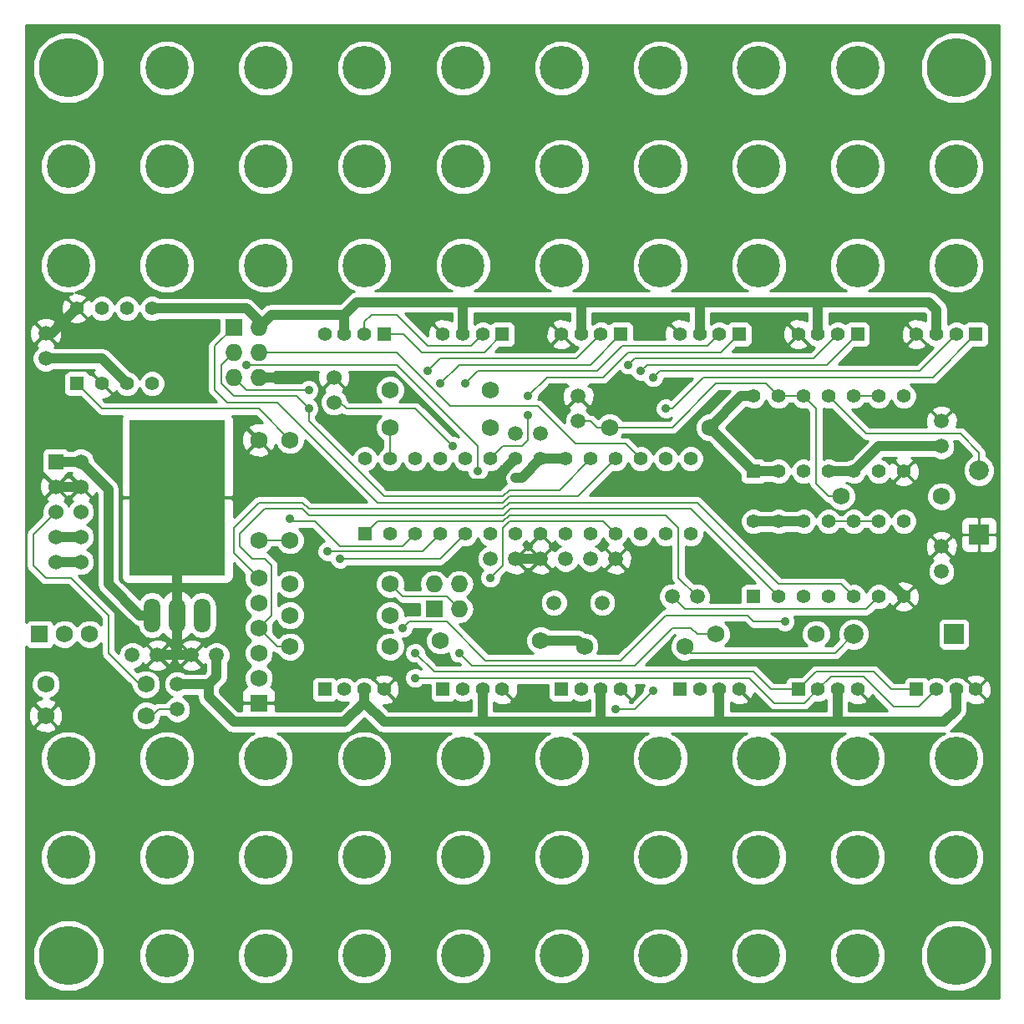
<source format=gbl>
%FSLAX36Y36*%
G04 Gerber Fmt 3.6, Leading zero omitted, Abs format (unit inch)*
G04 Created by KiCad (PCBNEW (2014-jul-16 BZR unknown)-product) date Mon 09 Feb 2015 07:56:14 AM PST*
%MOIN*%
G01*
G04 APERTURE LIST*
%ADD10C,0.003937*%
%ADD11C,0.059100*%
%ADD12C,0.078700*%
%ADD13R,0.078700X0.078700*%
%ADD14C,0.236220*%
%ADD15R,0.068000X0.068000*%
%ADD16C,0.068000*%
%ADD17R,0.060000X0.060000*%
%ADD18C,0.060000*%
%ADD19O,0.068000X0.068000*%
%ADD20O,0.066900X0.137800*%
%ADD21R,0.380000X0.620000*%
%ADD22R,0.055000X0.055000*%
%ADD23C,0.055000*%
%ADD24R,0.055118X0.055118*%
%ADD25C,0.055118*%
%ADD26C,0.173228*%
%ADD27C,0.035000*%
%ADD28C,0.040000*%
%ADD29C,0.008000*%
%ADD30C,0.010000*%
G04 APERTURE END LIST*
D10*
D11*
X2420866Y-4508858D03*
X2520866Y-4508858D03*
X2600000Y-4625000D03*
X2600000Y-4725000D03*
X2757087Y-4508858D03*
X2657087Y-4508858D03*
X4150000Y-4125000D03*
X4050000Y-4125000D03*
X4575000Y-4275000D03*
X4675000Y-4275000D03*
X4250000Y-4125000D03*
X4350000Y-4125000D03*
X4200000Y-3575000D03*
X4200000Y-3475000D03*
X2075000Y-3325000D03*
X2075000Y-3225000D03*
X4050000Y-3625000D03*
X3950000Y-3625000D03*
X3850000Y-4125000D03*
X3950000Y-4125000D03*
X5650000Y-4175000D03*
X5650000Y-4075000D03*
X5650000Y-3675000D03*
X5650000Y-3575000D03*
D12*
X5300000Y-4425000D03*
D13*
X5700000Y-4425000D03*
D14*
X2165354Y-2165354D03*
X5708661Y-2165354D03*
X2165354Y-5708661D03*
X5708661Y-5708661D03*
D15*
X2050000Y-4425000D03*
D16*
X2150000Y-4425000D03*
X2250000Y-4425000D03*
D17*
X2115354Y-3737008D03*
D18*
X2215354Y-3737008D03*
X2115354Y-3837008D03*
X2215354Y-3837008D03*
X2115354Y-3937008D03*
X2215354Y-3937008D03*
X2115354Y-4037008D03*
X2215354Y-4037008D03*
X2115354Y-4137008D03*
X2215354Y-4137008D03*
D15*
X2925000Y-4700000D03*
D16*
X2925000Y-4600000D03*
X2925000Y-4500000D03*
X2925000Y-4400000D03*
X2925000Y-4300000D03*
X2925000Y-4200000D03*
D15*
X2825000Y-3200000D03*
D19*
X2925000Y-3200000D03*
X2825000Y-3300000D03*
X2925000Y-3300000D03*
X2825000Y-3400000D03*
X2925000Y-3400000D03*
D13*
X5800000Y-4028000D03*
D12*
X5800000Y-3772000D03*
D20*
X2600000Y-4350000D03*
X2500000Y-4350000D03*
X2700000Y-4350000D03*
D21*
X2600000Y-3880000D03*
D22*
X4900000Y-4275000D03*
D23*
X5000000Y-4275000D03*
X5100000Y-4275000D03*
X5200000Y-4275000D03*
X5300000Y-4275000D03*
X5400000Y-4275000D03*
X5500000Y-4275000D03*
X5500000Y-3975000D03*
X5400000Y-3975000D03*
X5300000Y-3975000D03*
X5200000Y-3975000D03*
X5100000Y-3975000D03*
X5000000Y-3975000D03*
X4900000Y-3975000D03*
D22*
X2200000Y-3425000D03*
D23*
X2300000Y-3425000D03*
X2400000Y-3425000D03*
X2500000Y-3425000D03*
X2500000Y-3125000D03*
X2400000Y-3125000D03*
X2300000Y-3125000D03*
X2200000Y-3125000D03*
D22*
X4900000Y-3775000D03*
D23*
X5000000Y-3775000D03*
X5100000Y-3775000D03*
X5200000Y-3775000D03*
X5300000Y-3775000D03*
X5400000Y-3775000D03*
X5500000Y-3775000D03*
X5500000Y-3475000D03*
X5400000Y-3475000D03*
X5300000Y-3475000D03*
X5200000Y-3475000D03*
X5100000Y-3475000D03*
X5000000Y-3475000D03*
X4900000Y-3475000D03*
X3450000Y-4025000D03*
X3550000Y-4025000D03*
X3650000Y-4025000D03*
X3750000Y-4025000D03*
X3850000Y-4025000D03*
X3950000Y-4025000D03*
X4050000Y-4025000D03*
X4150000Y-4025000D03*
X4250000Y-4025000D03*
X4350000Y-4025000D03*
X4450000Y-4025000D03*
X4550000Y-4025000D03*
X4650000Y-4025000D03*
D22*
X3350000Y-4025000D03*
D23*
X4650000Y-3725000D03*
X4550000Y-3725000D03*
X4450000Y-3725000D03*
X4350000Y-3725000D03*
X4250000Y-3725000D03*
X4150000Y-3725000D03*
X4050000Y-3725000D03*
X3950000Y-3725000D03*
X3850000Y-3725000D03*
X3750000Y-3725000D03*
X3650000Y-3725000D03*
X3550000Y-3725000D03*
X3450000Y-3725000D03*
X3350000Y-3725000D03*
D11*
X4103900Y-4300000D03*
X4296100Y-4300000D03*
D24*
X3188976Y-4645669D03*
D25*
X3267717Y-4645669D03*
X3346457Y-4645669D03*
X3425197Y-4645669D03*
D24*
X3661417Y-4645669D03*
D25*
X3740157Y-4645669D03*
X3818898Y-4645669D03*
X3897638Y-4645669D03*
D24*
X4133858Y-4645669D03*
D25*
X4212598Y-4645669D03*
X4291339Y-4645669D03*
X4370079Y-4645669D03*
D24*
X4606299Y-4645669D03*
D25*
X4685039Y-4645669D03*
X4763780Y-4645669D03*
X4842520Y-4645669D03*
D24*
X5078740Y-4645669D03*
D25*
X5157480Y-4645669D03*
X5236220Y-4645669D03*
X5314961Y-4645669D03*
D24*
X5551181Y-4645669D03*
D25*
X5629921Y-4645669D03*
X5708661Y-4645669D03*
X5787402Y-4645669D03*
D24*
X3897638Y-3228346D03*
D25*
X3818898Y-3228346D03*
X3740157Y-3228346D03*
X3661417Y-3228346D03*
D24*
X3425197Y-3228346D03*
D25*
X3346457Y-3228346D03*
X3267717Y-3228346D03*
X3188976Y-3228346D03*
D24*
X4370079Y-3228346D03*
D25*
X4291339Y-3228346D03*
X4212598Y-3228346D03*
X4133858Y-3228346D03*
D24*
X4842520Y-3228346D03*
D25*
X4763780Y-3228346D03*
X4685039Y-3228346D03*
X4606299Y-3228346D03*
D24*
X5314961Y-3228346D03*
D25*
X5236220Y-3228346D03*
X5157480Y-3228346D03*
X5078740Y-3228346D03*
D24*
X5787402Y-3228346D03*
D25*
X5708661Y-3228346D03*
X5629921Y-3228346D03*
X5551181Y-3228346D03*
D18*
X3225000Y-3500000D03*
X3225000Y-3400000D03*
D15*
X3625000Y-4325000D03*
D19*
X3625000Y-4225000D03*
X3725000Y-4325000D03*
X3725000Y-4225000D03*
D16*
X3650000Y-4450000D03*
X4050000Y-4450000D03*
X3450000Y-4225000D03*
X3050000Y-4225000D03*
X2475000Y-4625000D03*
X2075000Y-4625000D03*
X2075000Y-4750000D03*
X2475000Y-4750000D03*
X3450000Y-3600000D03*
X3850000Y-3600000D03*
X3450000Y-3450000D03*
X3850000Y-3450000D03*
X4325000Y-3600000D03*
X4725000Y-3600000D03*
X5650000Y-3875000D03*
X5250000Y-3875000D03*
X4625000Y-4475000D03*
X4225000Y-4475000D03*
X4750000Y-4425000D03*
X5150000Y-4425000D03*
X3050000Y-4350000D03*
X3450000Y-4350000D03*
X3050000Y-4475000D03*
X3450000Y-4475000D03*
X2925000Y-3650000D03*
X2925000Y-4050000D03*
X3050000Y-4050000D03*
X3050000Y-3650000D03*
D26*
X2559055Y-2165354D03*
X2952756Y-2165354D03*
X3346457Y-2165354D03*
X3740157Y-2165354D03*
X4133858Y-2165354D03*
X4527559Y-2165354D03*
X4921260Y-2165354D03*
X5314961Y-2165354D03*
X2165354Y-2559055D03*
X2559055Y-2559055D03*
X2952756Y-2559055D03*
X3346457Y-2559055D03*
X3740157Y-2559055D03*
X4133858Y-2559055D03*
X4527559Y-2559055D03*
X4921260Y-2559055D03*
X5314961Y-2559055D03*
X5708661Y-2559055D03*
X2165354Y-2952756D03*
X2559055Y-2952756D03*
X2952756Y-2952756D03*
X3346457Y-2952756D03*
X3740157Y-2952756D03*
X4133858Y-2952756D03*
X4527559Y-2952756D03*
X4921260Y-2952756D03*
X5314961Y-2952756D03*
X5708661Y-2952756D03*
X2165354Y-4921260D03*
X2559055Y-4921260D03*
X2952756Y-4921260D03*
X3346457Y-4921260D03*
X3740157Y-4921260D03*
X4133858Y-4921260D03*
X4527559Y-4921260D03*
X4921260Y-4921260D03*
X5314961Y-4921260D03*
X5708661Y-4921260D03*
X2165354Y-5314961D03*
X2559055Y-5314961D03*
X2952756Y-5314961D03*
X3346457Y-5314961D03*
X3740157Y-5314961D03*
X4133858Y-5314961D03*
X4527559Y-5314961D03*
X4921260Y-5314961D03*
X5314961Y-5314961D03*
X5708661Y-5314961D03*
X2559055Y-5708661D03*
X2952756Y-5708661D03*
X3346457Y-5708661D03*
X3740157Y-5708661D03*
X4133858Y-5708661D03*
X4527559Y-5708661D03*
X4921260Y-5708661D03*
X5314961Y-5708661D03*
D27*
X4050000Y-4125000D03*
X3075000Y-3400000D03*
X3675000Y-3825000D03*
X3875000Y-3800000D03*
X5225000Y-3675000D03*
X4900000Y-3625000D03*
X5100000Y-3675000D03*
X4900000Y-4050000D03*
X4775000Y-4125000D03*
X4650000Y-4125000D03*
X5025000Y-4150000D03*
X3125000Y-3450000D03*
X3200000Y-4095000D03*
X3250000Y-4125000D03*
X3850000Y-4200000D03*
X4350000Y-4725000D03*
X4500000Y-4650000D03*
X3550000Y-4500000D03*
X3550000Y-4600000D03*
X3650000Y-3425000D03*
X3600000Y-3375000D03*
X4000000Y-3550000D03*
X4000000Y-3475000D03*
X3750000Y-3425000D03*
X4450000Y-3375000D03*
X4400000Y-3350000D03*
X3125000Y-3525000D03*
X4550000Y-3525000D03*
X4500000Y-3400000D03*
X3050000Y-3965000D03*
X3725000Y-4500000D03*
X2875000Y-3350000D03*
X3800000Y-3775000D03*
X3500000Y-4400000D03*
X5025000Y-4375000D03*
X3700000Y-3675000D03*
X3950000Y-3800000D03*
D28*
X2562362Y-3690000D02*
X2600000Y-3690000D01*
X2600000Y-4350000D02*
X2600000Y-3690000D01*
X2600000Y-4350000D02*
X2600000Y-4508858D01*
X2520866Y-4508858D02*
X2600000Y-4508858D01*
X2600000Y-4508858D02*
X2657087Y-4508858D01*
X2100000Y-3225000D02*
X2200000Y-3125000D01*
X2075000Y-3225000D02*
X2100000Y-3225000D01*
X3950000Y-4125000D02*
X4050000Y-4125000D01*
X3075000Y-3400000D02*
X2925000Y-3400000D01*
X2115354Y-3837008D02*
X2215354Y-3837008D01*
X3850000Y-3825000D02*
X3675000Y-3825000D01*
X3950000Y-3725000D02*
X3875000Y-3800000D01*
X3875000Y-3800000D02*
X3850000Y-3825000D01*
X4900000Y-3625000D02*
X5050000Y-3625000D01*
X5050000Y-3625000D02*
X5100000Y-3675000D01*
X5000000Y-4150000D02*
X4900000Y-4050000D01*
X4775000Y-4125000D02*
X4650000Y-4125000D01*
X5500000Y-4275000D02*
X5375000Y-4150000D01*
X5375000Y-4150000D02*
X5025000Y-4150000D01*
X5025000Y-4150000D02*
X5000000Y-4150000D01*
X2115354Y-3737008D02*
X2215354Y-3737008D01*
X2325000Y-3846654D02*
X2325000Y-4225000D01*
X2325000Y-4225000D02*
X2450000Y-4350000D01*
X2450000Y-4350000D02*
X2500000Y-4350000D01*
X2215354Y-3737008D02*
X2325000Y-3846654D01*
D29*
X2525000Y-4725000D02*
X2600000Y-4725000D01*
X2500000Y-4750000D02*
X2525000Y-4725000D01*
X2475000Y-4750000D02*
X2500000Y-4750000D01*
X4625000Y-4325000D02*
X5350000Y-4325000D01*
X5350000Y-4325000D02*
X5400000Y-4275000D01*
X4575000Y-4275000D02*
X4625000Y-4325000D01*
X2825000Y-3400000D02*
X2875000Y-3450000D01*
X5350000Y-3625000D02*
X5725000Y-3625000D01*
X5725000Y-3625000D02*
X5800000Y-3700000D01*
X5800000Y-3700000D02*
X5800000Y-3772000D01*
X5200000Y-3475000D02*
X5350000Y-3625000D01*
X5225000Y-4500000D02*
X5300000Y-4425000D01*
X4650000Y-4500000D02*
X5225000Y-4500000D01*
X4625000Y-4475000D02*
X4650000Y-4500000D01*
X3925000Y-3950000D02*
X4550000Y-3950000D01*
X4550000Y-3950000D02*
X4600000Y-4000000D01*
X4600000Y-4000000D02*
X4600000Y-4200000D01*
X4600000Y-4200000D02*
X4675000Y-4275000D01*
X3350000Y-4025000D02*
X3400000Y-3975000D01*
X2875000Y-3450000D02*
X3125000Y-3450000D01*
X3900000Y-3975000D02*
X3400000Y-3975000D01*
X3925000Y-3950000D02*
X3900000Y-3975000D01*
X4325000Y-3600000D02*
X4575000Y-3600000D01*
X4950000Y-3425000D02*
X5000000Y-3475000D01*
X4750000Y-3425000D02*
X4950000Y-3425000D01*
X4575000Y-3600000D02*
X4750000Y-3425000D01*
X4250000Y-3575000D02*
X4275000Y-3600000D01*
X4275000Y-3600000D02*
X4325000Y-3600000D01*
X4200000Y-3575000D02*
X4250000Y-3575000D01*
X5200000Y-3875000D02*
X5250000Y-3875000D01*
X5150000Y-3825000D02*
X5200000Y-3875000D01*
X5150000Y-3525000D02*
X5150000Y-3825000D01*
X5100000Y-3475000D02*
X5150000Y-3525000D01*
X5000000Y-3475000D02*
X5100000Y-3475000D01*
X2025000Y-4027362D02*
X2115354Y-3937008D01*
X2025000Y-4150000D02*
X2025000Y-4027362D01*
X2075000Y-4200000D02*
X2025000Y-4150000D01*
X2175000Y-4200000D02*
X2075000Y-4200000D01*
X2325000Y-4350000D02*
X2175000Y-4200000D01*
X2325000Y-4500000D02*
X2325000Y-4350000D01*
X2450000Y-4625000D02*
X2325000Y-4500000D01*
X2475000Y-4625000D02*
X2450000Y-4625000D01*
D28*
X2115354Y-4037008D02*
X2215354Y-4037008D01*
X2115354Y-4137008D02*
X2215354Y-4137008D01*
D29*
X3925000Y-3925000D02*
X4650000Y-3925000D01*
X4650000Y-3925000D02*
X5000000Y-4275000D01*
X2950000Y-3925000D02*
X3100000Y-3925000D01*
X2850000Y-4025000D02*
X2950000Y-3925000D01*
X2850000Y-4075000D02*
X2850000Y-4025000D01*
X2900000Y-4125000D02*
X2850000Y-4075000D01*
X2950000Y-4125000D02*
X2900000Y-4125000D01*
X3925000Y-3927372D02*
X3902372Y-3950000D01*
X3902372Y-3950000D02*
X3125000Y-3950000D01*
X3125000Y-3950000D02*
X3100000Y-3925000D01*
X3925000Y-3925000D02*
X3925000Y-3927372D01*
X3000000Y-4475000D02*
X2925000Y-4400000D01*
X3050000Y-4475000D02*
X3000000Y-4475000D01*
X2975000Y-4150000D02*
X2975000Y-4350000D01*
X2975000Y-4350000D02*
X2925000Y-4400000D01*
X2950000Y-4125000D02*
X2975000Y-4150000D01*
X3050000Y-4050000D02*
X2925000Y-4050000D01*
X3925000Y-3900000D02*
X4675000Y-3900000D01*
X4675000Y-3900000D02*
X5000000Y-4225000D01*
X5000000Y-4225000D02*
X5250000Y-4225000D01*
X5250000Y-4225000D02*
X5300000Y-4275000D01*
X2825000Y-4100000D02*
X2825000Y-4000000D01*
X2825000Y-4000000D02*
X2925000Y-3900000D01*
X2925000Y-3900000D02*
X3100000Y-3900000D01*
X2925000Y-4200000D02*
X2825000Y-4100000D01*
X3900000Y-3925000D02*
X3125000Y-3925000D01*
X3125000Y-3925000D02*
X3100000Y-3900000D01*
X3925000Y-3900000D02*
X3900000Y-3925000D01*
X3200000Y-4095000D02*
X3580000Y-4095000D01*
X3580000Y-4095000D02*
X3650000Y-4025000D01*
X3250000Y-4125000D02*
X3650000Y-4125000D01*
X3650000Y-4125000D02*
X3750000Y-4025000D01*
X4300000Y-3975000D02*
X3925000Y-3975000D01*
X3925000Y-3975000D02*
X3900000Y-4000000D01*
X3900000Y-4000000D02*
X3900000Y-4150000D01*
X3900000Y-4150000D02*
X3850000Y-4200000D01*
X4350000Y-4025000D02*
X4300000Y-3975000D01*
X4350000Y-4725000D02*
X4425000Y-4725000D01*
X4425000Y-4725000D02*
X4500000Y-4650000D01*
X3503346Y-3228346D02*
X3575000Y-3300000D01*
X3575000Y-3300000D02*
X3825984Y-3300000D01*
X3825984Y-3300000D02*
X3897638Y-3228346D01*
X3425197Y-3228346D02*
X3503346Y-3228346D01*
X5450669Y-4645669D02*
X5380000Y-4575000D01*
X5380000Y-4575000D02*
X5149409Y-4575000D01*
X5149409Y-4575000D02*
X5078740Y-4645669D01*
X5551181Y-4645669D02*
X5450669Y-4645669D01*
X4970669Y-4645669D02*
X4900000Y-4575000D01*
X4900000Y-4575000D02*
X3625000Y-4575000D01*
X5078740Y-4645669D02*
X4970669Y-4645669D01*
X3550000Y-4500000D02*
X3625000Y-4575000D01*
X3772244Y-3275000D02*
X3818898Y-3228346D01*
X3600000Y-3275000D02*
X3772244Y-3275000D01*
X3475000Y-3150000D02*
X3600000Y-3275000D01*
X3375000Y-3150000D02*
X3475000Y-3150000D01*
X3346457Y-3178543D02*
X3375000Y-3150000D01*
X3346457Y-3228346D02*
X3346457Y-3178543D01*
X5560591Y-4715000D02*
X5629921Y-4645669D01*
X5460000Y-4715000D02*
X5560591Y-4715000D01*
X5340000Y-4595000D02*
X5460000Y-4715000D01*
X5208150Y-4595000D02*
X5340000Y-4595000D01*
X5157480Y-4645669D02*
X5208150Y-4595000D01*
X3550000Y-4600000D02*
X4882372Y-4600000D01*
X4882372Y-4600000D02*
X4982372Y-4700000D01*
X4982372Y-4700000D02*
X5103150Y-4700000D01*
X5103150Y-4700000D02*
X5157480Y-4645669D01*
X3450000Y-3725000D02*
X3450000Y-3600000D01*
X4248425Y-3350000D02*
X3725000Y-3350000D01*
X3725000Y-3350000D02*
X3650000Y-3425000D01*
X4370079Y-3228346D02*
X4248425Y-3350000D01*
X4194685Y-3325000D02*
X3650000Y-3325000D01*
X3650000Y-3325000D02*
X3600000Y-3375000D01*
X4291339Y-3228346D02*
X4194685Y-3325000D01*
X4075000Y-3400000D02*
X4300000Y-3400000D01*
X4300000Y-3400000D02*
X4400000Y-3300000D01*
X4400000Y-3300000D02*
X4770866Y-3300000D01*
X4770866Y-3300000D02*
X4842520Y-3228346D01*
X3900000Y-3675000D02*
X3975000Y-3675000D01*
X3975000Y-3675000D02*
X4000000Y-3650000D01*
X4000000Y-3650000D02*
X4000000Y-3550000D01*
X4000000Y-3475000D02*
X4075000Y-3400000D01*
X3850000Y-3725000D02*
X3900000Y-3675000D01*
X3750000Y-3425000D02*
X3800000Y-3375000D01*
X3800000Y-3375000D02*
X4275000Y-3375000D01*
X4717126Y-3275000D02*
X4375000Y-3275000D01*
X4375000Y-3275000D02*
X4275000Y-3375000D01*
X4763780Y-3228346D02*
X4717126Y-3275000D01*
X4450000Y-3375000D02*
X4475000Y-3350000D01*
X5193307Y-3350000D02*
X4475000Y-3350000D01*
X5314961Y-3228346D02*
X5193307Y-3350000D01*
X2750000Y-3275000D02*
X2750000Y-3450000D01*
X2750000Y-3450000D02*
X2800000Y-3500000D01*
X2800000Y-3500000D02*
X3000000Y-3500000D01*
X3925000Y-3875000D02*
X4200000Y-3875000D01*
X4200000Y-3875000D02*
X4350000Y-3725000D01*
X2825000Y-3200000D02*
X2750000Y-3275000D01*
X3900000Y-3900000D02*
X3400000Y-3900000D01*
X3400000Y-3900000D02*
X3000000Y-3500000D01*
X3925000Y-3875000D02*
X3900000Y-3900000D01*
X4425000Y-3325000D02*
X4400000Y-3350000D01*
X5139567Y-3325000D02*
X4425000Y-3325000D01*
X5236220Y-3228346D02*
X5139567Y-3325000D01*
X4125000Y-3850000D02*
X3925000Y-3850000D01*
X2775000Y-3425000D02*
X2775000Y-3350000D01*
X2825000Y-3475000D02*
X2775000Y-3425000D01*
X2775000Y-3350000D02*
X2825000Y-3300000D01*
X4250000Y-3725000D02*
X4125000Y-3850000D01*
X3900000Y-3875000D02*
X3425000Y-3875000D01*
X3925000Y-3850000D02*
X3900000Y-3875000D01*
X3425000Y-3875000D02*
X3125000Y-3575000D01*
X3925000Y-3850000D02*
X3925000Y-3850000D01*
X3125000Y-3525000D02*
X3075000Y-3475000D01*
X3075000Y-3475000D02*
X2825000Y-3475000D01*
X3125000Y-3525000D02*
X3125000Y-3575000D01*
X5615748Y-3400000D02*
X4700000Y-3400000D01*
X5787402Y-3228346D02*
X5615748Y-3400000D01*
X4575000Y-3525000D02*
X4700000Y-3400000D01*
X4550000Y-3525000D02*
X4575000Y-3525000D01*
X4500000Y-3400000D02*
X4525000Y-3375000D01*
X4525000Y-3375000D02*
X5562008Y-3375000D01*
X5562008Y-3375000D02*
X5708661Y-3228346D01*
X4390000Y-3665000D02*
X4190000Y-3665000D01*
X4190000Y-3665000D02*
X4040000Y-3515000D01*
X4040000Y-3515000D02*
X3690000Y-3515000D01*
X4450000Y-3725000D02*
X4390000Y-3665000D01*
X3475000Y-3300000D02*
X2925000Y-3300000D01*
X3690000Y-3515000D02*
X3475000Y-3300000D01*
X3150000Y-3975000D02*
X3060000Y-3975000D01*
X3060000Y-3975000D02*
X3050000Y-3965000D01*
X2925000Y-3525000D02*
X2300000Y-3525000D01*
X2300000Y-3525000D02*
X2200000Y-3425000D01*
X3050000Y-3650000D02*
X2925000Y-3525000D01*
X3500000Y-4075000D02*
X3250000Y-4075000D01*
X3250000Y-4075000D02*
X3150000Y-3975000D01*
X3550000Y-4025000D02*
X3500000Y-4075000D01*
X3775000Y-4550000D02*
X4425000Y-4550000D01*
X4425000Y-4550000D02*
X4575000Y-4400000D01*
X4575000Y-4400000D02*
X4650000Y-4400000D01*
X5400000Y-3475000D02*
X5300000Y-3475000D01*
X4650000Y-4400000D02*
X4675000Y-4425000D01*
X4675000Y-4425000D02*
X4750000Y-4425000D01*
X3725000Y-4500000D02*
X3775000Y-4550000D01*
X3800000Y-3675000D02*
X3475000Y-3350000D01*
X3475000Y-3350000D02*
X2875000Y-3350000D01*
X3800000Y-3775000D02*
X3800000Y-3675000D01*
X3525000Y-4375000D02*
X3675000Y-4375000D01*
X3500000Y-4400000D02*
X3525000Y-4375000D01*
X4900000Y-4375000D02*
X5025000Y-4375000D01*
X4875000Y-4350000D02*
X4900000Y-4375000D01*
X4550000Y-4350000D02*
X4875000Y-4350000D01*
X4370000Y-4530000D02*
X3830000Y-4530000D01*
X3830000Y-4530000D02*
X3675000Y-4375000D01*
X4550000Y-4350000D02*
X4370000Y-4530000D01*
X5400000Y-3975000D02*
X5300000Y-3975000D01*
X5300000Y-3975000D02*
X5200000Y-3975000D01*
X3275000Y-3525000D02*
X3550000Y-3525000D01*
X3550000Y-3525000D02*
X3700000Y-3675000D01*
X3250000Y-3500000D02*
X3275000Y-3525000D01*
X3225000Y-3500000D02*
X3250000Y-3500000D01*
X3675000Y-4275000D02*
X3550000Y-4275000D01*
X3550000Y-4275000D02*
X3500000Y-4275000D01*
X3500000Y-4275000D02*
X3450000Y-4225000D01*
X3725000Y-4325000D02*
X3675000Y-4275000D01*
D28*
X3346457Y-4645669D02*
X3346457Y-4696457D01*
X2725000Y-4625000D02*
X2600000Y-4625000D01*
X2757087Y-4592913D02*
X2725000Y-4625000D01*
X2757087Y-4508858D02*
X2757087Y-4592913D01*
X2725000Y-4675000D02*
X2725000Y-4625000D01*
X2825000Y-4775000D02*
X2725000Y-4675000D01*
X3267913Y-4775000D02*
X2825000Y-4775000D01*
X3346457Y-4696457D02*
X3267913Y-4775000D01*
X2875000Y-3125000D02*
X2500000Y-3125000D01*
X2925000Y-3175000D02*
X2875000Y-3125000D01*
X2925000Y-3200000D02*
X2925000Y-3175000D01*
X2975000Y-3150000D02*
X3267717Y-3150000D01*
X2925000Y-3200000D02*
X2975000Y-3150000D01*
X3267717Y-3228346D02*
X3267717Y-3150000D01*
X2300000Y-3325000D02*
X2400000Y-3425000D01*
X2075000Y-3325000D02*
X2300000Y-3325000D01*
X5157480Y-3100000D02*
X5600000Y-3100000D01*
X4685039Y-3100000D02*
X5157480Y-3100000D01*
X4212598Y-3100000D02*
X4685039Y-3100000D01*
X3740157Y-3100000D02*
X4212598Y-3100000D01*
X3317717Y-3100000D02*
X3740157Y-3100000D01*
X5600000Y-3100000D02*
X5629921Y-3129921D01*
X5629921Y-3129921D02*
X5629921Y-3228346D01*
X3267717Y-3150000D02*
X3317717Y-3100000D01*
X5157480Y-3228346D02*
X5157480Y-3100000D01*
X4212598Y-3228346D02*
X4212598Y-3100000D01*
X3740157Y-3228346D02*
X3740157Y-3100000D01*
X4150000Y-3725000D02*
X4050000Y-3725000D01*
X5000000Y-3775000D02*
X4900000Y-3775000D01*
X5300000Y-3775000D02*
X5200000Y-3775000D01*
X5100000Y-3975000D02*
X5000000Y-3975000D01*
X5000000Y-3975000D02*
X4900000Y-3975000D01*
X5400000Y-3675000D02*
X5650000Y-3675000D01*
X5300000Y-3775000D02*
X5400000Y-3675000D01*
X3818898Y-4775000D02*
X3425000Y-4775000D01*
X4291339Y-4775000D02*
X3818898Y-4775000D01*
X4763780Y-4775000D02*
X4291339Y-4775000D01*
X5236220Y-4775000D02*
X4763780Y-4775000D01*
X3425000Y-4775000D02*
X3346457Y-4696457D01*
X5660000Y-4775000D02*
X5236220Y-4775000D01*
X5708661Y-4726339D02*
X5660000Y-4775000D01*
X5708661Y-4645669D02*
X5708661Y-4726339D01*
X3818898Y-4645669D02*
X3818898Y-4775000D01*
X4291339Y-4645669D02*
X4291339Y-4775000D01*
X5236220Y-4645669D02*
X5236220Y-4775000D01*
X4763780Y-4645669D02*
X4763780Y-4775000D01*
X4685039Y-3228346D02*
X4685039Y-3100000D01*
X3975000Y-3800000D02*
X3950000Y-3800000D01*
X4050000Y-3725000D02*
X3975000Y-3800000D01*
X4725000Y-3600000D02*
X4900000Y-3775000D01*
X4850000Y-3475000D02*
X4900000Y-3475000D01*
X4725000Y-3600000D02*
X4850000Y-3475000D01*
X4200000Y-4450000D02*
X4050000Y-4450000D01*
X4225000Y-4475000D02*
X4200000Y-4450000D01*
D30*
G36*
X3190947Y-3228903D02*
X3189533Y-3230317D01*
X3188976Y-3229761D01*
X3188420Y-3230317D01*
X3187005Y-3228903D01*
X3187562Y-3228346D01*
X3187005Y-3227790D01*
X3188420Y-3226375D01*
X3188976Y-3226932D01*
X3189533Y-3226375D01*
X3190947Y-3227790D01*
X3190391Y-3228346D01*
X3190947Y-3228903D01*
X3190947Y-3228903D01*
G37*
X3190947Y-3228903D02*
X3189533Y-3230317D01*
X3188976Y-3229761D01*
X3188420Y-3230317D01*
X3187005Y-3228903D01*
X3187562Y-3228346D01*
X3187005Y-3227790D01*
X3188420Y-3226375D01*
X3188976Y-3226932D01*
X3189533Y-3226375D01*
X3190947Y-3227790D01*
X3190391Y-3228346D01*
X3190947Y-3228903D01*
G36*
X3695157Y-3174863D02*
X3675333Y-3166098D01*
X3650453Y-3165511D01*
X3627241Y-3174490D01*
X3624739Y-3176162D01*
X3623215Y-3188730D01*
X3661417Y-3226932D01*
X3661974Y-3226375D01*
X3663388Y-3227790D01*
X3662832Y-3228346D01*
X3663388Y-3228903D01*
X3661974Y-3230317D01*
X3661417Y-3229761D01*
X3660861Y-3230317D01*
X3659446Y-3228903D01*
X3660003Y-3228346D01*
X3621801Y-3190145D01*
X3609233Y-3191668D01*
X3599169Y-3214430D01*
X3598738Y-3232725D01*
X3511012Y-3145000D01*
X3695157Y-3145000D01*
X3695157Y-3174863D01*
X3695157Y-3174863D01*
G37*
X3695157Y-3174863D02*
X3675333Y-3166098D01*
X3650453Y-3165511D01*
X3627241Y-3174490D01*
X3624739Y-3176162D01*
X3623215Y-3188730D01*
X3661417Y-3226932D01*
X3661974Y-3226375D01*
X3663388Y-3227790D01*
X3662832Y-3228346D01*
X3663388Y-3228903D01*
X3661974Y-3230317D01*
X3661417Y-3229761D01*
X3660861Y-3230317D01*
X3659446Y-3228903D01*
X3660003Y-3228346D01*
X3621801Y-3190145D01*
X3609233Y-3191668D01*
X3599169Y-3214430D01*
X3598738Y-3232725D01*
X3511012Y-3145000D01*
X3695157Y-3145000D01*
X3695157Y-3174863D01*
G36*
X3722179Y-3638191D02*
X3708491Y-3632507D01*
X3698511Y-3632499D01*
X3570506Y-3504494D01*
X3561098Y-3498207D01*
X3550000Y-3496000D01*
X3487431Y-3496000D01*
X3499989Y-3483464D01*
X3508990Y-3461787D01*
X3509010Y-3438316D01*
X3500047Y-3416623D01*
X3483464Y-3400011D01*
X3461787Y-3391010D01*
X3438316Y-3390990D01*
X3416623Y-3399953D01*
X3400011Y-3416536D01*
X3391010Y-3438213D01*
X3390990Y-3461684D01*
X3399953Y-3483377D01*
X3412554Y-3496000D01*
X3287012Y-3496000D01*
X3279932Y-3488919D01*
X3271654Y-3468886D01*
X3259244Y-3456454D01*
X3260476Y-3455978D01*
X3263141Y-3454198D01*
X3264962Y-3441376D01*
X3225000Y-3401414D01*
X3185038Y-3441376D01*
X3186859Y-3454198D01*
X3191135Y-3456092D01*
X3178400Y-3468804D01*
X3170010Y-3489012D01*
X3169990Y-3510892D01*
X3178346Y-3531114D01*
X3193804Y-3546600D01*
X3214012Y-3554990D01*
X3235892Y-3555010D01*
X3256114Y-3546654D01*
X3256153Y-3546615D01*
X3263902Y-3551793D01*
X3263902Y-3551793D01*
X3275000Y-3554000D01*
X3412569Y-3554000D01*
X3400011Y-3566536D01*
X3391010Y-3588213D01*
X3390990Y-3611684D01*
X3399953Y-3633377D01*
X3416536Y-3649989D01*
X3421000Y-3651842D01*
X3421000Y-3680177D01*
X3420300Y-3680467D01*
X3405519Y-3695222D01*
X3399996Y-3708521D01*
X3394533Y-3695300D01*
X3379778Y-3680519D01*
X3360489Y-3672509D01*
X3339603Y-3672491D01*
X3320300Y-3680467D01*
X3305519Y-3695222D01*
X3299861Y-3708848D01*
X3154000Y-3562988D01*
X3154000Y-3556102D01*
X3161009Y-3549106D01*
X3167493Y-3533491D01*
X3167507Y-3516583D01*
X3161051Y-3500957D01*
X3149106Y-3488991D01*
X3145525Y-3487504D01*
X3149043Y-3486051D01*
X3161009Y-3474106D01*
X3167493Y-3458491D01*
X3167507Y-3441583D01*
X3161051Y-3425957D01*
X3149106Y-3413991D01*
X3133491Y-3407507D01*
X3116583Y-3407493D01*
X3100957Y-3413949D01*
X3093894Y-3421000D01*
X2989433Y-3421000D01*
X2992987Y-3411781D01*
X2985243Y-3401000D01*
X2926000Y-3401000D01*
X2926000Y-3401787D01*
X2924000Y-3401787D01*
X2924000Y-3401000D01*
X2923213Y-3401000D01*
X2923213Y-3399000D01*
X2924000Y-3399000D01*
X2924000Y-3398213D01*
X2926000Y-3398213D01*
X2926000Y-3399000D01*
X2985243Y-3399000D01*
X2992987Y-3388219D01*
X2989433Y-3379000D01*
X3163211Y-3379000D01*
X3160332Y-3385503D01*
X3159706Y-3411354D01*
X3169022Y-3435476D01*
X3170802Y-3438141D01*
X3183624Y-3439962D01*
X3223586Y-3400000D01*
X3223029Y-3399443D01*
X3224443Y-3398029D01*
X3225000Y-3398586D01*
X3225557Y-3398029D01*
X3226971Y-3399443D01*
X3226414Y-3400000D01*
X3266376Y-3439962D01*
X3279198Y-3438141D01*
X3289668Y-3414497D01*
X3290294Y-3388646D01*
X3286569Y-3379000D01*
X3462988Y-3379000D01*
X3722179Y-3638191D01*
X3722179Y-3638191D01*
G37*
X3722179Y-3638191D02*
X3708491Y-3632507D01*
X3698511Y-3632499D01*
X3570506Y-3504494D01*
X3561098Y-3498207D01*
X3550000Y-3496000D01*
X3487431Y-3496000D01*
X3499989Y-3483464D01*
X3508990Y-3461787D01*
X3509010Y-3438316D01*
X3500047Y-3416623D01*
X3483464Y-3400011D01*
X3461787Y-3391010D01*
X3438316Y-3390990D01*
X3416623Y-3399953D01*
X3400011Y-3416536D01*
X3391010Y-3438213D01*
X3390990Y-3461684D01*
X3399953Y-3483377D01*
X3412554Y-3496000D01*
X3287012Y-3496000D01*
X3279932Y-3488919D01*
X3271654Y-3468886D01*
X3259244Y-3456454D01*
X3260476Y-3455978D01*
X3263141Y-3454198D01*
X3264962Y-3441376D01*
X3225000Y-3401414D01*
X3185038Y-3441376D01*
X3186859Y-3454198D01*
X3191135Y-3456092D01*
X3178400Y-3468804D01*
X3170010Y-3489012D01*
X3169990Y-3510892D01*
X3178346Y-3531114D01*
X3193804Y-3546600D01*
X3214012Y-3554990D01*
X3235892Y-3555010D01*
X3256114Y-3546654D01*
X3256153Y-3546615D01*
X3263902Y-3551793D01*
X3263902Y-3551793D01*
X3275000Y-3554000D01*
X3412569Y-3554000D01*
X3400011Y-3566536D01*
X3391010Y-3588213D01*
X3390990Y-3611684D01*
X3399953Y-3633377D01*
X3416536Y-3649989D01*
X3421000Y-3651842D01*
X3421000Y-3680177D01*
X3420300Y-3680467D01*
X3405519Y-3695222D01*
X3399996Y-3708521D01*
X3394533Y-3695300D01*
X3379778Y-3680519D01*
X3360489Y-3672509D01*
X3339603Y-3672491D01*
X3320300Y-3680467D01*
X3305519Y-3695222D01*
X3299861Y-3708848D01*
X3154000Y-3562988D01*
X3154000Y-3556102D01*
X3161009Y-3549106D01*
X3167493Y-3533491D01*
X3167507Y-3516583D01*
X3161051Y-3500957D01*
X3149106Y-3488991D01*
X3145525Y-3487504D01*
X3149043Y-3486051D01*
X3161009Y-3474106D01*
X3167493Y-3458491D01*
X3167507Y-3441583D01*
X3161051Y-3425957D01*
X3149106Y-3413991D01*
X3133491Y-3407507D01*
X3116583Y-3407493D01*
X3100957Y-3413949D01*
X3093894Y-3421000D01*
X2989433Y-3421000D01*
X2992987Y-3411781D01*
X2985243Y-3401000D01*
X2926000Y-3401000D01*
X2926000Y-3401787D01*
X2924000Y-3401787D01*
X2924000Y-3401000D01*
X2923213Y-3401000D01*
X2923213Y-3399000D01*
X2924000Y-3399000D01*
X2924000Y-3398213D01*
X2926000Y-3398213D01*
X2926000Y-3399000D01*
X2985243Y-3399000D01*
X2992987Y-3388219D01*
X2989433Y-3379000D01*
X3163211Y-3379000D01*
X3160332Y-3385503D01*
X3159706Y-3411354D01*
X3169022Y-3435476D01*
X3170802Y-3438141D01*
X3183624Y-3439962D01*
X3223586Y-3400000D01*
X3223029Y-3399443D01*
X3224443Y-3398029D01*
X3225000Y-3398586D01*
X3225557Y-3398029D01*
X3226971Y-3399443D01*
X3226414Y-3400000D01*
X3266376Y-3439962D01*
X3279198Y-3438141D01*
X3289668Y-3414497D01*
X3290294Y-3388646D01*
X3286569Y-3379000D01*
X3462988Y-3379000D01*
X3722179Y-3638191D01*
G36*
X3951971Y-3625557D02*
X3950557Y-3626971D01*
X3950000Y-3626414D01*
X3949443Y-3626971D01*
X3948029Y-3625557D01*
X3948586Y-3625000D01*
X3948029Y-3624443D01*
X3949443Y-3623029D01*
X3950000Y-3623586D01*
X3950557Y-3623029D01*
X3951971Y-3624443D01*
X3951414Y-3625000D01*
X3951971Y-3625557D01*
X3951971Y-3625557D01*
G37*
X3951971Y-3625557D02*
X3950557Y-3626971D01*
X3950000Y-3626414D01*
X3949443Y-3626971D01*
X3948029Y-3625557D01*
X3948586Y-3625000D01*
X3948029Y-3624443D01*
X3949443Y-3623029D01*
X3950000Y-3623586D01*
X3950557Y-3623029D01*
X3951971Y-3624443D01*
X3951414Y-3625000D01*
X3951971Y-3625557D01*
G36*
X3951971Y-3725557D02*
X3950557Y-3726971D01*
X3950000Y-3726414D01*
X3911841Y-3764573D01*
X3913180Y-3775664D01*
X3908425Y-3782779D01*
X3905000Y-3800000D01*
X3908425Y-3817221D01*
X3912881Y-3823890D01*
X3904494Y-3829494D01*
X3887988Y-3846000D01*
X3437012Y-3846000D01*
X3366146Y-3775134D01*
X3379700Y-3769533D01*
X3394481Y-3754778D01*
X3400004Y-3741478D01*
X3405467Y-3754700D01*
X3420222Y-3769481D01*
X3439511Y-3777491D01*
X3460397Y-3777509D01*
X3479700Y-3769533D01*
X3494481Y-3754778D01*
X3500004Y-3741478D01*
X3505467Y-3754700D01*
X3520222Y-3769481D01*
X3539511Y-3777491D01*
X3560397Y-3777509D01*
X3579700Y-3769533D01*
X3594481Y-3754778D01*
X3600004Y-3741478D01*
X3605467Y-3754700D01*
X3620222Y-3769481D01*
X3639511Y-3777491D01*
X3660397Y-3777509D01*
X3679700Y-3769533D01*
X3694481Y-3754778D01*
X3700004Y-3741478D01*
X3705467Y-3754700D01*
X3720222Y-3769481D01*
X3739511Y-3777491D01*
X3757498Y-3777507D01*
X3757493Y-3783417D01*
X3763949Y-3799043D01*
X3775894Y-3811009D01*
X3791509Y-3817493D01*
X3808417Y-3817507D01*
X3824043Y-3811051D01*
X3836009Y-3799106D01*
X3842493Y-3783491D01*
X3842498Y-3777493D01*
X3860397Y-3777509D01*
X3879700Y-3769533D01*
X3894481Y-3754778D01*
X3894494Y-3754747D01*
X3896195Y-3759145D01*
X3897864Y-3761643D01*
X3910427Y-3763159D01*
X3948586Y-3725000D01*
X3948029Y-3724443D01*
X3949443Y-3723029D01*
X3950000Y-3723586D01*
X3950557Y-3723029D01*
X3951971Y-3724443D01*
X3951414Y-3725000D01*
X3951971Y-3725557D01*
X3951971Y-3725557D01*
G37*
X3951971Y-3725557D02*
X3950557Y-3726971D01*
X3950000Y-3726414D01*
X3911841Y-3764573D01*
X3913180Y-3775664D01*
X3908425Y-3782779D01*
X3905000Y-3800000D01*
X3908425Y-3817221D01*
X3912881Y-3823890D01*
X3904494Y-3829494D01*
X3887988Y-3846000D01*
X3437012Y-3846000D01*
X3366146Y-3775134D01*
X3379700Y-3769533D01*
X3394481Y-3754778D01*
X3400004Y-3741478D01*
X3405467Y-3754700D01*
X3420222Y-3769481D01*
X3439511Y-3777491D01*
X3460397Y-3777509D01*
X3479700Y-3769533D01*
X3494481Y-3754778D01*
X3500004Y-3741478D01*
X3505467Y-3754700D01*
X3520222Y-3769481D01*
X3539511Y-3777491D01*
X3560397Y-3777509D01*
X3579700Y-3769533D01*
X3594481Y-3754778D01*
X3600004Y-3741478D01*
X3605467Y-3754700D01*
X3620222Y-3769481D01*
X3639511Y-3777491D01*
X3660397Y-3777509D01*
X3679700Y-3769533D01*
X3694481Y-3754778D01*
X3700004Y-3741478D01*
X3705467Y-3754700D01*
X3720222Y-3769481D01*
X3739511Y-3777491D01*
X3757498Y-3777507D01*
X3757493Y-3783417D01*
X3763949Y-3799043D01*
X3775894Y-3811009D01*
X3791509Y-3817493D01*
X3808417Y-3817507D01*
X3824043Y-3811051D01*
X3836009Y-3799106D01*
X3842493Y-3783491D01*
X3842498Y-3777493D01*
X3860397Y-3777509D01*
X3879700Y-3769533D01*
X3894481Y-3754778D01*
X3894494Y-3754747D01*
X3896195Y-3759145D01*
X3897864Y-3761643D01*
X3910427Y-3763159D01*
X3948586Y-3725000D01*
X3948029Y-3724443D01*
X3949443Y-3723029D01*
X3950000Y-3723586D01*
X3950557Y-3723029D01*
X3951971Y-3724443D01*
X3951414Y-3725000D01*
X3951971Y-3725557D01*
G36*
X4199044Y-3279628D02*
X4182673Y-3296000D01*
X4172060Y-3296000D01*
X4172060Y-3267963D01*
X4133858Y-3229761D01*
X4132444Y-3231175D01*
X4132444Y-3228346D01*
X4094242Y-3190145D01*
X4081674Y-3191668D01*
X4071610Y-3214430D01*
X4071023Y-3239311D01*
X4080002Y-3262522D01*
X4081674Y-3265025D01*
X4094242Y-3266548D01*
X4132444Y-3228346D01*
X4132444Y-3231175D01*
X4095656Y-3267963D01*
X4097180Y-3280531D01*
X4119942Y-3290595D01*
X4144823Y-3291182D01*
X4168034Y-3282203D01*
X4170536Y-3280531D01*
X4172060Y-3267963D01*
X4172060Y-3296000D01*
X3870996Y-3296000D01*
X3886091Y-3280906D01*
X3930170Y-3280906D01*
X3939358Y-3277099D01*
X3946391Y-3270067D01*
X3950197Y-3260878D01*
X3950197Y-3250933D01*
X3950197Y-3195815D01*
X3946391Y-3186626D01*
X3939358Y-3179593D01*
X3930170Y-3175787D01*
X3920224Y-3175787D01*
X3865106Y-3175787D01*
X3855917Y-3179593D01*
X3850201Y-3185310D01*
X3848709Y-3183815D01*
X3829398Y-3175797D01*
X3808489Y-3175778D01*
X3789164Y-3183763D01*
X3785157Y-3187763D01*
X3785157Y-3145000D01*
X4167598Y-3145000D01*
X4167598Y-3174863D01*
X4147774Y-3166098D01*
X4122894Y-3165511D01*
X4099682Y-3174490D01*
X4097180Y-3176162D01*
X4095656Y-3188730D01*
X4133858Y-3226932D01*
X4134415Y-3226375D01*
X4135829Y-3227790D01*
X4135272Y-3228346D01*
X4173474Y-3266548D01*
X4176145Y-3266224D01*
X4182787Y-3272878D01*
X4199044Y-3279628D01*
X4199044Y-3279628D01*
G37*
X4199044Y-3279628D02*
X4182673Y-3296000D01*
X4172060Y-3296000D01*
X4172060Y-3267963D01*
X4133858Y-3229761D01*
X4132444Y-3231175D01*
X4132444Y-3228346D01*
X4094242Y-3190145D01*
X4081674Y-3191668D01*
X4071610Y-3214430D01*
X4071023Y-3239311D01*
X4080002Y-3262522D01*
X4081674Y-3265025D01*
X4094242Y-3266548D01*
X4132444Y-3228346D01*
X4132444Y-3231175D01*
X4095656Y-3267963D01*
X4097180Y-3280531D01*
X4119942Y-3290595D01*
X4144823Y-3291182D01*
X4168034Y-3282203D01*
X4170536Y-3280531D01*
X4172060Y-3267963D01*
X4172060Y-3296000D01*
X3870996Y-3296000D01*
X3886091Y-3280906D01*
X3930170Y-3280906D01*
X3939358Y-3277099D01*
X3946391Y-3270067D01*
X3950197Y-3260878D01*
X3950197Y-3250933D01*
X3950197Y-3195815D01*
X3946391Y-3186626D01*
X3939358Y-3179593D01*
X3930170Y-3175787D01*
X3920224Y-3175787D01*
X3865106Y-3175787D01*
X3855917Y-3179593D01*
X3850201Y-3185310D01*
X3848709Y-3183815D01*
X3829398Y-3175797D01*
X3808489Y-3175778D01*
X3789164Y-3183763D01*
X3785157Y-3187763D01*
X3785157Y-3145000D01*
X4167598Y-3145000D01*
X4167598Y-3174863D01*
X4147774Y-3166098D01*
X4122894Y-3165511D01*
X4099682Y-3174490D01*
X4097180Y-3176162D01*
X4095656Y-3188730D01*
X4133858Y-3226932D01*
X4134415Y-3226375D01*
X4135829Y-3227790D01*
X4135272Y-3228346D01*
X4173474Y-3266548D01*
X4176145Y-3266224D01*
X4182787Y-3272878D01*
X4199044Y-3279628D01*
G36*
X4246339Y-4730000D02*
X3863898Y-4730000D01*
X3863898Y-4699153D01*
X3883722Y-4707917D01*
X3908602Y-4708504D01*
X3931814Y-4699525D01*
X3934316Y-4697854D01*
X3935840Y-4685285D01*
X3897638Y-4647084D01*
X3897081Y-4647640D01*
X3895667Y-4646226D01*
X3896224Y-4645669D01*
X3895667Y-4645112D01*
X3897081Y-4643698D01*
X3897638Y-4644255D01*
X3898195Y-4643698D01*
X3899609Y-4645112D01*
X3899052Y-4645669D01*
X3937254Y-4683871D01*
X3949822Y-4682347D01*
X3959886Y-4659585D01*
X3960473Y-4634705D01*
X3958266Y-4629000D01*
X4081299Y-4629000D01*
X4081299Y-4678201D01*
X4085105Y-4687390D01*
X4092138Y-4694422D01*
X4101326Y-4698228D01*
X4111272Y-4698228D01*
X4166390Y-4698228D01*
X4175579Y-4694422D01*
X4181295Y-4688706D01*
X4182787Y-4690201D01*
X4202098Y-4698219D01*
X4223007Y-4698237D01*
X4242332Y-4690253D01*
X4246339Y-4686253D01*
X4246339Y-4730000D01*
X4246339Y-4730000D01*
G37*
X4246339Y-4730000D02*
X3863898Y-4730000D01*
X3863898Y-4699153D01*
X3883722Y-4707917D01*
X3908602Y-4708504D01*
X3931814Y-4699525D01*
X3934316Y-4697854D01*
X3935840Y-4685285D01*
X3897638Y-4647084D01*
X3897081Y-4647640D01*
X3895667Y-4646226D01*
X3896224Y-4645669D01*
X3895667Y-4645112D01*
X3897081Y-4643698D01*
X3897638Y-4644255D01*
X3898195Y-4643698D01*
X3899609Y-4645112D01*
X3899052Y-4645669D01*
X3937254Y-4683871D01*
X3949822Y-4682347D01*
X3959886Y-4659585D01*
X3960473Y-4634705D01*
X3958266Y-4629000D01*
X4081299Y-4629000D01*
X4081299Y-4678201D01*
X4085105Y-4687390D01*
X4092138Y-4694422D01*
X4101326Y-4698228D01*
X4111272Y-4698228D01*
X4166390Y-4698228D01*
X4175579Y-4694422D01*
X4181295Y-4688706D01*
X4182787Y-4690201D01*
X4202098Y-4698219D01*
X4223007Y-4698237D01*
X4242332Y-4690253D01*
X4246339Y-4686253D01*
X4246339Y-4730000D01*
G36*
X4462702Y-4629000D02*
X4457507Y-4641509D01*
X4457499Y-4651489D01*
X4412988Y-4696000D01*
X4406982Y-4696000D01*
X4408281Y-4685285D01*
X4370079Y-4647084D01*
X4369522Y-4647640D01*
X4368108Y-4646226D01*
X4368665Y-4645669D01*
X4368108Y-4645112D01*
X4369522Y-4643698D01*
X4370079Y-4644255D01*
X4370636Y-4643698D01*
X4372050Y-4645112D01*
X4371493Y-4645669D01*
X4409695Y-4683871D01*
X4422263Y-4682347D01*
X4432327Y-4659585D01*
X4432914Y-4634705D01*
X4430707Y-4629000D01*
X4462702Y-4629000D01*
X4462702Y-4629000D01*
G37*
X4462702Y-4629000D02*
X4457507Y-4641509D01*
X4457499Y-4651489D01*
X4412988Y-4696000D01*
X4406982Y-4696000D01*
X4408281Y-4685285D01*
X4370079Y-4647084D01*
X4369522Y-4647640D01*
X4368108Y-4646226D01*
X4368665Y-4645669D01*
X4368108Y-4645112D01*
X4369522Y-4643698D01*
X4370079Y-4644255D01*
X4370636Y-4643698D01*
X4372050Y-4645112D01*
X4371493Y-4645669D01*
X4409695Y-4683871D01*
X4422263Y-4682347D01*
X4432327Y-4659585D01*
X4432914Y-4634705D01*
X4430707Y-4629000D01*
X4462702Y-4629000D01*
G36*
X4640039Y-3174863D02*
X4620215Y-3166098D01*
X4595335Y-3165511D01*
X4572123Y-3174490D01*
X4569621Y-3176162D01*
X4568097Y-3188730D01*
X4606299Y-3226932D01*
X4606856Y-3226375D01*
X4608270Y-3227790D01*
X4607713Y-3228346D01*
X4608270Y-3228903D01*
X4606856Y-3230317D01*
X4606299Y-3229761D01*
X4605742Y-3230317D01*
X4604328Y-3228903D01*
X4604885Y-3228346D01*
X4566683Y-3190145D01*
X4554115Y-3191668D01*
X4544051Y-3214430D01*
X4543464Y-3239311D01*
X4546052Y-3246000D01*
X4422638Y-3246000D01*
X4422638Y-3195815D01*
X4418832Y-3186626D01*
X4411799Y-3179593D01*
X4402611Y-3175787D01*
X4392665Y-3175787D01*
X4337547Y-3175787D01*
X4328358Y-3179593D01*
X4322642Y-3185310D01*
X4321150Y-3183815D01*
X4301839Y-3175797D01*
X4280930Y-3175778D01*
X4261605Y-3183763D01*
X4257598Y-3187763D01*
X4257598Y-3145000D01*
X4640039Y-3145000D01*
X4640039Y-3174863D01*
X4640039Y-3174863D01*
G37*
X4640039Y-3174863D02*
X4620215Y-3166098D01*
X4595335Y-3165511D01*
X4572123Y-3174490D01*
X4569621Y-3176162D01*
X4568097Y-3188730D01*
X4606299Y-3226932D01*
X4606856Y-3226375D01*
X4608270Y-3227790D01*
X4607713Y-3228346D01*
X4608270Y-3228903D01*
X4606856Y-3230317D01*
X4606299Y-3229761D01*
X4605742Y-3230317D01*
X4604328Y-3228903D01*
X4604885Y-3228346D01*
X4566683Y-3190145D01*
X4554115Y-3191668D01*
X4544051Y-3214430D01*
X4543464Y-3239311D01*
X4546052Y-3246000D01*
X4422638Y-3246000D01*
X4422638Y-3195815D01*
X4418832Y-3186626D01*
X4411799Y-3179593D01*
X4402611Y-3175787D01*
X4392665Y-3175787D01*
X4337547Y-3175787D01*
X4328358Y-3179593D01*
X4322642Y-3185310D01*
X4321150Y-3183815D01*
X4301839Y-3175797D01*
X4280930Y-3175778D01*
X4261605Y-3183763D01*
X4257598Y-3187763D01*
X4257598Y-3145000D01*
X4640039Y-3145000D01*
X4640039Y-3174863D01*
G36*
X4654988Y-3404000D02*
X4571202Y-3487786D01*
X4558491Y-3482507D01*
X4541583Y-3482493D01*
X4525957Y-3488949D01*
X4513991Y-3500894D01*
X4507507Y-3516509D01*
X4507493Y-3533417D01*
X4513949Y-3549043D01*
X4525894Y-3561009D01*
X4541509Y-3567493D01*
X4558417Y-3567507D01*
X4572158Y-3561829D01*
X4562988Y-3571000D01*
X4376856Y-3571000D01*
X4375047Y-3566623D01*
X4358464Y-3550011D01*
X4336787Y-3541010D01*
X4313316Y-3540990D01*
X4291623Y-3549953D01*
X4278783Y-3562771D01*
X4270506Y-3554494D01*
X4264840Y-3550708D01*
X4261098Y-3548207D01*
X4250000Y-3546000D01*
X4247041Y-3546000D01*
X4246272Y-3544140D01*
X4233437Y-3531282D01*
X4235237Y-3530587D01*
X4237871Y-3528827D01*
X4239637Y-3516052D01*
X4200000Y-3476414D01*
X4198586Y-3477828D01*
X4160363Y-3516052D01*
X4162129Y-3528827D01*
X4166917Y-3530947D01*
X4153782Y-3544060D01*
X4145459Y-3564102D01*
X4145446Y-3579434D01*
X4060506Y-3494494D01*
X4051098Y-3488207D01*
X4041340Y-3486267D01*
X4042493Y-3483491D01*
X4042501Y-3473511D01*
X4087012Y-3429000D01*
X4153063Y-3429000D01*
X4152824Y-3429238D01*
X4158948Y-3435363D01*
X4146173Y-3437129D01*
X4135778Y-3460610D01*
X4135160Y-3486282D01*
X4144413Y-3510237D01*
X4146173Y-3512871D01*
X4158948Y-3514637D01*
X4198586Y-3475000D01*
X4198029Y-3474443D01*
X4199443Y-3473029D01*
X4200000Y-3473586D01*
X4200557Y-3473029D01*
X4201971Y-3474443D01*
X4201414Y-3475000D01*
X4241052Y-3514637D01*
X4253827Y-3512871D01*
X4264222Y-3489390D01*
X4264840Y-3463718D01*
X4255587Y-3439763D01*
X4253827Y-3437129D01*
X4241052Y-3435363D01*
X4247176Y-3429238D01*
X4246937Y-3429000D01*
X4300000Y-3429000D01*
X4311098Y-3426793D01*
X4320506Y-3420506D01*
X4365458Y-3375554D01*
X4375894Y-3386009D01*
X4391509Y-3392493D01*
X4408417Y-3392507D01*
X4410836Y-3391508D01*
X4413949Y-3399043D01*
X4425894Y-3411009D01*
X4441509Y-3417493D01*
X4458417Y-3417507D01*
X4460836Y-3416508D01*
X4463949Y-3424043D01*
X4475894Y-3436009D01*
X4491509Y-3442493D01*
X4508417Y-3442507D01*
X4524043Y-3436051D01*
X4536009Y-3424106D01*
X4542493Y-3408491D01*
X4542497Y-3404000D01*
X4654988Y-3404000D01*
X4654988Y-3404000D01*
G37*
X4654988Y-3404000D02*
X4571202Y-3487786D01*
X4558491Y-3482507D01*
X4541583Y-3482493D01*
X4525957Y-3488949D01*
X4513991Y-3500894D01*
X4507507Y-3516509D01*
X4507493Y-3533417D01*
X4513949Y-3549043D01*
X4525894Y-3561009D01*
X4541509Y-3567493D01*
X4558417Y-3567507D01*
X4572158Y-3561829D01*
X4562988Y-3571000D01*
X4376856Y-3571000D01*
X4375047Y-3566623D01*
X4358464Y-3550011D01*
X4336787Y-3541010D01*
X4313316Y-3540990D01*
X4291623Y-3549953D01*
X4278783Y-3562771D01*
X4270506Y-3554494D01*
X4264840Y-3550708D01*
X4261098Y-3548207D01*
X4250000Y-3546000D01*
X4247041Y-3546000D01*
X4246272Y-3544140D01*
X4233437Y-3531282D01*
X4235237Y-3530587D01*
X4237871Y-3528827D01*
X4239637Y-3516052D01*
X4200000Y-3476414D01*
X4198586Y-3477828D01*
X4160363Y-3516052D01*
X4162129Y-3528827D01*
X4166917Y-3530947D01*
X4153782Y-3544060D01*
X4145459Y-3564102D01*
X4145446Y-3579434D01*
X4060506Y-3494494D01*
X4051098Y-3488207D01*
X4041340Y-3486267D01*
X4042493Y-3483491D01*
X4042501Y-3473511D01*
X4087012Y-3429000D01*
X4153063Y-3429000D01*
X4152824Y-3429238D01*
X4158948Y-3435363D01*
X4146173Y-3437129D01*
X4135778Y-3460610D01*
X4135160Y-3486282D01*
X4144413Y-3510237D01*
X4146173Y-3512871D01*
X4158948Y-3514637D01*
X4198586Y-3475000D01*
X4198029Y-3474443D01*
X4199443Y-3473029D01*
X4200000Y-3473586D01*
X4200557Y-3473029D01*
X4201971Y-3474443D01*
X4201414Y-3475000D01*
X4241052Y-3514637D01*
X4253827Y-3512871D01*
X4264222Y-3489390D01*
X4264840Y-3463718D01*
X4255587Y-3439763D01*
X4253827Y-3437129D01*
X4241052Y-3435363D01*
X4247176Y-3429238D01*
X4246937Y-3429000D01*
X4300000Y-3429000D01*
X4311098Y-3426793D01*
X4320506Y-3420506D01*
X4365458Y-3375554D01*
X4375894Y-3386009D01*
X4391509Y-3392493D01*
X4408417Y-3392507D01*
X4410836Y-3391508D01*
X4413949Y-3399043D01*
X4425894Y-3411009D01*
X4441509Y-3417493D01*
X4458417Y-3417507D01*
X4460836Y-3416508D01*
X4463949Y-3424043D01*
X4475894Y-3436009D01*
X4491509Y-3442493D01*
X4508417Y-3442507D01*
X4524043Y-3436051D01*
X4536009Y-3424106D01*
X4542493Y-3408491D01*
X4542497Y-3404000D01*
X4654988Y-3404000D01*
G36*
X4906488Y-4222500D02*
X4867527Y-4222500D01*
X4858339Y-4226306D01*
X4851306Y-4233339D01*
X4847500Y-4242527D01*
X4847500Y-4252473D01*
X4847500Y-4296000D01*
X4725346Y-4296000D01*
X4729541Y-4285898D01*
X4729559Y-4264197D01*
X4721272Y-4244140D01*
X4705940Y-4228782D01*
X4685898Y-4220459D01*
X4664197Y-4220441D01*
X4662255Y-4221243D01*
X4629000Y-4187988D01*
X4629000Y-4073126D01*
X4639511Y-4077491D01*
X4660397Y-4077509D01*
X4679700Y-4069533D01*
X4694481Y-4054778D01*
X4702491Y-4035489D01*
X4702506Y-4018518D01*
X4906488Y-4222500D01*
X4906488Y-4222500D01*
G37*
X4906488Y-4222500D02*
X4867527Y-4222500D01*
X4858339Y-4226306D01*
X4851306Y-4233339D01*
X4847500Y-4242527D01*
X4847500Y-4252473D01*
X4847500Y-4296000D01*
X4725346Y-4296000D01*
X4729541Y-4285898D01*
X4729559Y-4264197D01*
X4721272Y-4244140D01*
X4705940Y-4228782D01*
X4685898Y-4220459D01*
X4664197Y-4220441D01*
X4662255Y-4221243D01*
X4629000Y-4187988D01*
X4629000Y-4073126D01*
X4639511Y-4077491D01*
X4660397Y-4077509D01*
X4679700Y-4069533D01*
X4694481Y-4054778D01*
X4702491Y-4035489D01*
X4702506Y-4018518D01*
X4906488Y-4222500D01*
G36*
X5121000Y-3726874D02*
X5110489Y-3722509D01*
X5089603Y-3722491D01*
X5070300Y-3730467D01*
X5055519Y-3745222D01*
X5049996Y-3758521D01*
X5044533Y-3745300D01*
X5029778Y-3730519D01*
X5010489Y-3722509D01*
X4989603Y-3722491D01*
X4971429Y-3730000D01*
X4945355Y-3730000D01*
X4941661Y-3726306D01*
X4932473Y-3722500D01*
X4922527Y-3722500D01*
X4911140Y-3722500D01*
X4788640Y-3600000D01*
X4868640Y-3520000D01*
X4871471Y-3520000D01*
X4889511Y-3527491D01*
X4910397Y-3527509D01*
X4929700Y-3519533D01*
X4944481Y-3504778D01*
X4950004Y-3491478D01*
X4955467Y-3504700D01*
X4970222Y-3519481D01*
X4989511Y-3527491D01*
X5010397Y-3527509D01*
X5029700Y-3519533D01*
X5044481Y-3504778D01*
X5044804Y-3504000D01*
X5055177Y-3504000D01*
X5055467Y-3504700D01*
X5070222Y-3519481D01*
X5089511Y-3527491D01*
X5110397Y-3527509D01*
X5111175Y-3527188D01*
X5121000Y-3537012D01*
X5121000Y-3726874D01*
X5121000Y-3726874D01*
G37*
X5121000Y-3726874D02*
X5110489Y-3722509D01*
X5089603Y-3722491D01*
X5070300Y-3730467D01*
X5055519Y-3745222D01*
X5049996Y-3758521D01*
X5044533Y-3745300D01*
X5029778Y-3730519D01*
X5010489Y-3722509D01*
X4989603Y-3722491D01*
X4971429Y-3730000D01*
X4945355Y-3730000D01*
X4941661Y-3726306D01*
X4932473Y-3722500D01*
X4922527Y-3722500D01*
X4911140Y-3722500D01*
X4788640Y-3600000D01*
X4868640Y-3520000D01*
X4871471Y-3520000D01*
X4889511Y-3527491D01*
X4910397Y-3527509D01*
X4929700Y-3519533D01*
X4944481Y-3504778D01*
X4950004Y-3491478D01*
X4955467Y-3504700D01*
X4970222Y-3519481D01*
X4989511Y-3527491D01*
X5010397Y-3527509D01*
X5029700Y-3519533D01*
X5044481Y-3504778D01*
X5044804Y-3504000D01*
X5055177Y-3504000D01*
X5055467Y-3504700D01*
X5070222Y-3519481D01*
X5089511Y-3527491D01*
X5110397Y-3527509D01*
X5111175Y-3527188D01*
X5121000Y-3537012D01*
X5121000Y-3726874D01*
G36*
X5143926Y-3279628D02*
X5127555Y-3296000D01*
X5116942Y-3296000D01*
X5116942Y-3267963D01*
X5078740Y-3229761D01*
X5077326Y-3231175D01*
X5077326Y-3228346D01*
X5039124Y-3190145D01*
X5026556Y-3191668D01*
X5016492Y-3214430D01*
X5015905Y-3239311D01*
X5024884Y-3262522D01*
X5026556Y-3265025D01*
X5039124Y-3266548D01*
X5077326Y-3228346D01*
X5077326Y-3231175D01*
X5040538Y-3267963D01*
X5042062Y-3280531D01*
X5064824Y-3290595D01*
X5089705Y-3291182D01*
X5112916Y-3282203D01*
X5115418Y-3280531D01*
X5116942Y-3267963D01*
X5116942Y-3296000D01*
X4815878Y-3296000D01*
X4830973Y-3280906D01*
X4875052Y-3280906D01*
X4884240Y-3277099D01*
X4891273Y-3270067D01*
X4895079Y-3260878D01*
X4895079Y-3250933D01*
X4895079Y-3195815D01*
X4891273Y-3186626D01*
X4884240Y-3179593D01*
X4875052Y-3175787D01*
X4865106Y-3175787D01*
X4809988Y-3175787D01*
X4800799Y-3179593D01*
X4795083Y-3185310D01*
X4793591Y-3183815D01*
X4774280Y-3175797D01*
X4753371Y-3175778D01*
X4734046Y-3183763D01*
X4730039Y-3187763D01*
X4730039Y-3145000D01*
X5112480Y-3145000D01*
X5112480Y-3174863D01*
X5092656Y-3166098D01*
X5067776Y-3165511D01*
X5044564Y-3174490D01*
X5042062Y-3176162D01*
X5040538Y-3188730D01*
X5078740Y-3226932D01*
X5079297Y-3226375D01*
X5080711Y-3227790D01*
X5080154Y-3228346D01*
X5118356Y-3266548D01*
X5121027Y-3266224D01*
X5127669Y-3272878D01*
X5143926Y-3279628D01*
X5143926Y-3279628D01*
G37*
X5143926Y-3279628D02*
X5127555Y-3296000D01*
X5116942Y-3296000D01*
X5116942Y-3267963D01*
X5078740Y-3229761D01*
X5077326Y-3231175D01*
X5077326Y-3228346D01*
X5039124Y-3190145D01*
X5026556Y-3191668D01*
X5016492Y-3214430D01*
X5015905Y-3239311D01*
X5024884Y-3262522D01*
X5026556Y-3265025D01*
X5039124Y-3266548D01*
X5077326Y-3228346D01*
X5077326Y-3231175D01*
X5040538Y-3267963D01*
X5042062Y-3280531D01*
X5064824Y-3290595D01*
X5089705Y-3291182D01*
X5112916Y-3282203D01*
X5115418Y-3280531D01*
X5116942Y-3267963D01*
X5116942Y-3296000D01*
X4815878Y-3296000D01*
X4830973Y-3280906D01*
X4875052Y-3280906D01*
X4884240Y-3277099D01*
X4891273Y-3270067D01*
X4895079Y-3260878D01*
X4895079Y-3250933D01*
X4895079Y-3195815D01*
X4891273Y-3186626D01*
X4884240Y-3179593D01*
X4875052Y-3175787D01*
X4865106Y-3175787D01*
X4809988Y-3175787D01*
X4800799Y-3179593D01*
X4795083Y-3185310D01*
X4793591Y-3183815D01*
X4774280Y-3175797D01*
X4753371Y-3175778D01*
X4734046Y-3183763D01*
X4730039Y-3187763D01*
X4730039Y-3145000D01*
X5112480Y-3145000D01*
X5112480Y-3174863D01*
X5092656Y-3166098D01*
X5067776Y-3165511D01*
X5044564Y-3174490D01*
X5042062Y-3176162D01*
X5040538Y-3188730D01*
X5078740Y-3226932D01*
X5079297Y-3226375D01*
X5080711Y-3227790D01*
X5080154Y-3228346D01*
X5118356Y-3266548D01*
X5121027Y-3266224D01*
X5127669Y-3272878D01*
X5143926Y-3279628D01*
G36*
X5191220Y-4730000D02*
X4808780Y-4730000D01*
X4808780Y-4699153D01*
X4828604Y-4707917D01*
X4853484Y-4708504D01*
X4876696Y-4699525D01*
X4879198Y-4697854D01*
X4880722Y-4685285D01*
X4842520Y-4647084D01*
X4841963Y-4647640D01*
X4840549Y-4646226D01*
X4841105Y-4645669D01*
X4840549Y-4645112D01*
X4841963Y-4643698D01*
X4842520Y-4644255D01*
X4843076Y-4643698D01*
X4844491Y-4645112D01*
X4843934Y-4645669D01*
X4882136Y-4683871D01*
X4894704Y-4682347D01*
X4903596Y-4662236D01*
X4961866Y-4720506D01*
X4971275Y-4726793D01*
X4982372Y-4729000D01*
X5103150Y-4729000D01*
X5114247Y-4726793D01*
X5123656Y-4720506D01*
X5146247Y-4697915D01*
X5146980Y-4698219D01*
X5167889Y-4698237D01*
X5187214Y-4690253D01*
X5191220Y-4686253D01*
X5191220Y-4730000D01*
X5191220Y-4730000D01*
G37*
X5191220Y-4730000D02*
X4808780Y-4730000D01*
X4808780Y-4699153D01*
X4828604Y-4707917D01*
X4853484Y-4708504D01*
X4876696Y-4699525D01*
X4879198Y-4697854D01*
X4880722Y-4685285D01*
X4842520Y-4647084D01*
X4841963Y-4647640D01*
X4840549Y-4646226D01*
X4841105Y-4645669D01*
X4840549Y-4645112D01*
X4841963Y-4643698D01*
X4842520Y-4644255D01*
X4843076Y-4643698D01*
X4844491Y-4645112D01*
X4843934Y-4645669D01*
X4882136Y-4683871D01*
X4894704Y-4682347D01*
X4903596Y-4662236D01*
X4961866Y-4720506D01*
X4971275Y-4726793D01*
X4982372Y-4729000D01*
X5103150Y-4729000D01*
X5114247Y-4726793D01*
X5123656Y-4720506D01*
X5146247Y-4697915D01*
X5146980Y-4698219D01*
X5167889Y-4698237D01*
X5187214Y-4690253D01*
X5191220Y-4686253D01*
X5191220Y-4730000D01*
G36*
X5357360Y-3654000D02*
X5288353Y-3723007D01*
X5271429Y-3730000D01*
X5228529Y-3730000D01*
X5210489Y-3722509D01*
X5189603Y-3722491D01*
X5179000Y-3726872D01*
X5179000Y-3525000D01*
X5178594Y-3522957D01*
X5189511Y-3527491D01*
X5210397Y-3527509D01*
X5211175Y-3527188D01*
X5329494Y-3645506D01*
X5338902Y-3651793D01*
X5338902Y-3651793D01*
X5350000Y-3654000D01*
X5357360Y-3654000D01*
X5357360Y-3654000D01*
G37*
X5357360Y-3654000D02*
X5288353Y-3723007D01*
X5271429Y-3730000D01*
X5228529Y-3730000D01*
X5210489Y-3722509D01*
X5189603Y-3722491D01*
X5179000Y-3726872D01*
X5179000Y-3525000D01*
X5178594Y-3522957D01*
X5189511Y-3527491D01*
X5210397Y-3527509D01*
X5211175Y-3527188D01*
X5329494Y-3645506D01*
X5338902Y-3651793D01*
X5338902Y-3651793D01*
X5350000Y-3654000D01*
X5357360Y-3654000D01*
G36*
X5433988Y-4730000D02*
X5281220Y-4730000D01*
X5281220Y-4699153D01*
X5301045Y-4707917D01*
X5325925Y-4708504D01*
X5349137Y-4699525D01*
X5351639Y-4697854D01*
X5353162Y-4685285D01*
X5314961Y-4647084D01*
X5314404Y-4647640D01*
X5312990Y-4646226D01*
X5313546Y-4645669D01*
X5312990Y-4645112D01*
X5314404Y-4643698D01*
X5314961Y-4644255D01*
X5315517Y-4643698D01*
X5316932Y-4645112D01*
X5316375Y-4645669D01*
X5354577Y-4683871D01*
X5367145Y-4682347D01*
X5373028Y-4669041D01*
X5433988Y-4730000D01*
X5433988Y-4730000D01*
G37*
X5433988Y-4730000D02*
X5281220Y-4730000D01*
X5281220Y-4699153D01*
X5301045Y-4707917D01*
X5325925Y-4708504D01*
X5349137Y-4699525D01*
X5351639Y-4697854D01*
X5353162Y-4685285D01*
X5314961Y-4647084D01*
X5314404Y-4647640D01*
X5312990Y-4646226D01*
X5313546Y-4645669D01*
X5312990Y-4645112D01*
X5314404Y-4643698D01*
X5314961Y-4644255D01*
X5315517Y-4643698D01*
X5316932Y-4645112D01*
X5316375Y-4645669D01*
X5354577Y-4683871D01*
X5367145Y-4682347D01*
X5373028Y-4669041D01*
X5433988Y-4730000D01*
G36*
X5616367Y-3279628D02*
X5589383Y-3306613D01*
X5589383Y-3267963D01*
X5551181Y-3229761D01*
X5549767Y-3231175D01*
X5549767Y-3228346D01*
X5511565Y-3190145D01*
X5498997Y-3191668D01*
X5488933Y-3214430D01*
X5488346Y-3239311D01*
X5497325Y-3262522D01*
X5498997Y-3265025D01*
X5511565Y-3266548D01*
X5549767Y-3228346D01*
X5549767Y-3231175D01*
X5512979Y-3267963D01*
X5514503Y-3280531D01*
X5537265Y-3290595D01*
X5562146Y-3291182D01*
X5585357Y-3282203D01*
X5587859Y-3280531D01*
X5589383Y-3267963D01*
X5589383Y-3306613D01*
X5549996Y-3346000D01*
X5238319Y-3346000D01*
X5303414Y-3280906D01*
X5347492Y-3280906D01*
X5356681Y-3277099D01*
X5363714Y-3270067D01*
X5367520Y-3260878D01*
X5367520Y-3250933D01*
X5367520Y-3195815D01*
X5363714Y-3186626D01*
X5356681Y-3179593D01*
X5347493Y-3175787D01*
X5337547Y-3175787D01*
X5282429Y-3175787D01*
X5273240Y-3179593D01*
X5267524Y-3185310D01*
X5266032Y-3183815D01*
X5246721Y-3175797D01*
X5225812Y-3175778D01*
X5206487Y-3183763D01*
X5202480Y-3187763D01*
X5202480Y-3145000D01*
X5581360Y-3145000D01*
X5584921Y-3148561D01*
X5584921Y-3174863D01*
X5565097Y-3166098D01*
X5540217Y-3165511D01*
X5517005Y-3174490D01*
X5514503Y-3176162D01*
X5512979Y-3188730D01*
X5551181Y-3226932D01*
X5551738Y-3226375D01*
X5553152Y-3227790D01*
X5552595Y-3228346D01*
X5590797Y-3266548D01*
X5593468Y-3266224D01*
X5600110Y-3272878D01*
X5616367Y-3279628D01*
X5616367Y-3279628D01*
G37*
X5616367Y-3279628D02*
X5589383Y-3306613D01*
X5589383Y-3267963D01*
X5551181Y-3229761D01*
X5549767Y-3231175D01*
X5549767Y-3228346D01*
X5511565Y-3190145D01*
X5498997Y-3191668D01*
X5488933Y-3214430D01*
X5488346Y-3239311D01*
X5497325Y-3262522D01*
X5498997Y-3265025D01*
X5511565Y-3266548D01*
X5549767Y-3228346D01*
X5549767Y-3231175D01*
X5512979Y-3267963D01*
X5514503Y-3280531D01*
X5537265Y-3290595D01*
X5562146Y-3291182D01*
X5585357Y-3282203D01*
X5587859Y-3280531D01*
X5589383Y-3267963D01*
X5589383Y-3306613D01*
X5549996Y-3346000D01*
X5238319Y-3346000D01*
X5303414Y-3280906D01*
X5347492Y-3280906D01*
X5356681Y-3277099D01*
X5363714Y-3270067D01*
X5367520Y-3260878D01*
X5367520Y-3250933D01*
X5367520Y-3195815D01*
X5363714Y-3186626D01*
X5356681Y-3179593D01*
X5347493Y-3175787D01*
X5337547Y-3175787D01*
X5282429Y-3175787D01*
X5273240Y-3179593D01*
X5267524Y-3185310D01*
X5266032Y-3183815D01*
X5246721Y-3175797D01*
X5225812Y-3175778D01*
X5206487Y-3183763D01*
X5202480Y-3187763D01*
X5202480Y-3145000D01*
X5581360Y-3145000D01*
X5584921Y-3148561D01*
X5584921Y-3174863D01*
X5565097Y-3166098D01*
X5540217Y-3165511D01*
X5517005Y-3174490D01*
X5514503Y-3176162D01*
X5512979Y-3188730D01*
X5551181Y-3226932D01*
X5551738Y-3226375D01*
X5553152Y-3227790D01*
X5552595Y-3228346D01*
X5590797Y-3266548D01*
X5593468Y-3266224D01*
X5600110Y-3272878D01*
X5616367Y-3279628D01*
G36*
X5878543Y-5878543D02*
X5874350Y-5878543D01*
X5874350Y-4074312D01*
X5874350Y-4037750D01*
X5874350Y-4018250D01*
X5874350Y-3981688D01*
X5869022Y-3968824D01*
X5864361Y-3964164D01*
X5864361Y-3759256D01*
X5854585Y-3735596D01*
X5851796Y-3732803D01*
X5851796Y-2137013D01*
X5830055Y-2084395D01*
X5789833Y-2044102D01*
X5737253Y-2022269D01*
X5680320Y-2022219D01*
X5627702Y-2043961D01*
X5587409Y-2084183D01*
X5565576Y-2136763D01*
X5565526Y-2193696D01*
X5587268Y-2246314D01*
X5627490Y-2286607D01*
X5680070Y-2308440D01*
X5737003Y-2308489D01*
X5789621Y-2286748D01*
X5829914Y-2246526D01*
X5851747Y-2193946D01*
X5851796Y-2137013D01*
X5851796Y-3732803D01*
X5836499Y-3717479D01*
X5829000Y-3714365D01*
X5829000Y-3700000D01*
X5826793Y-3688902D01*
X5826793Y-3688902D01*
X5820506Y-3679494D01*
X5745506Y-3604494D01*
X5736098Y-3598207D01*
X5725000Y-3596000D01*
X5711296Y-3596000D01*
X5714222Y-3589390D01*
X5714840Y-3563718D01*
X5705587Y-3539763D01*
X5703827Y-3537129D01*
X5691052Y-3535363D01*
X5689637Y-3536777D01*
X5689637Y-3533948D01*
X5687871Y-3521173D01*
X5664390Y-3510778D01*
X5638718Y-3510160D01*
X5614763Y-3519413D01*
X5612129Y-3521173D01*
X5610363Y-3533948D01*
X5650000Y-3573586D01*
X5689637Y-3533948D01*
X5689637Y-3536777D01*
X5651414Y-3575000D01*
X5651971Y-3575557D01*
X5650557Y-3576971D01*
X5650000Y-3576414D01*
X5649443Y-3576971D01*
X5648029Y-3575557D01*
X5648586Y-3575000D01*
X5608948Y-3535363D01*
X5596173Y-3537129D01*
X5585778Y-3560610D01*
X5585160Y-3586282D01*
X5588913Y-3596000D01*
X5362012Y-3596000D01*
X5293507Y-3527494D01*
X5310397Y-3527509D01*
X5329700Y-3519533D01*
X5344481Y-3504778D01*
X5344804Y-3504000D01*
X5355177Y-3504000D01*
X5355467Y-3504700D01*
X5370222Y-3519481D01*
X5389511Y-3527491D01*
X5410397Y-3527509D01*
X5429700Y-3519533D01*
X5444481Y-3504778D01*
X5450004Y-3491478D01*
X5455467Y-3504700D01*
X5470222Y-3519481D01*
X5489511Y-3527491D01*
X5510397Y-3527509D01*
X5529700Y-3519533D01*
X5544481Y-3504778D01*
X5552491Y-3485489D01*
X5552509Y-3464603D01*
X5544533Y-3445300D01*
X5529778Y-3430519D01*
X5526120Y-3429000D01*
X5615748Y-3429000D01*
X5626846Y-3426793D01*
X5636254Y-3420506D01*
X5775855Y-3280906D01*
X5819933Y-3280906D01*
X5829122Y-3277099D01*
X5836155Y-3270067D01*
X5839961Y-3260878D01*
X5839961Y-3250933D01*
X5839961Y-3195815D01*
X5836155Y-3186626D01*
X5829122Y-3179593D01*
X5820295Y-3175937D01*
X5820295Y-2930652D01*
X5820295Y-2536951D01*
X5803339Y-2495913D01*
X5771968Y-2464488D01*
X5730960Y-2447460D01*
X5686557Y-2447422D01*
X5645520Y-2464378D01*
X5614095Y-2495748D01*
X5597067Y-2536756D01*
X5597028Y-2581159D01*
X5613984Y-2622197D01*
X5645355Y-2653622D01*
X5686363Y-2670650D01*
X5730765Y-2670689D01*
X5771803Y-2653732D01*
X5803228Y-2622362D01*
X5820256Y-2581354D01*
X5820295Y-2536951D01*
X5820295Y-2930652D01*
X5803339Y-2889614D01*
X5771968Y-2858189D01*
X5730960Y-2841161D01*
X5686557Y-2841122D01*
X5645520Y-2858079D01*
X5614095Y-2889449D01*
X5597067Y-2930457D01*
X5597028Y-2974860D01*
X5613984Y-3015898D01*
X5645355Y-3047323D01*
X5686363Y-3064351D01*
X5730765Y-3064389D01*
X5771803Y-3047433D01*
X5803228Y-3016063D01*
X5820256Y-2975055D01*
X5820295Y-2930652D01*
X5820295Y-3175937D01*
X5819933Y-3175787D01*
X5809988Y-3175787D01*
X5754870Y-3175787D01*
X5745681Y-3179593D01*
X5739965Y-3185310D01*
X5738473Y-3183815D01*
X5719162Y-3175797D01*
X5698253Y-3175778D01*
X5678928Y-3183763D01*
X5674921Y-3187763D01*
X5674921Y-3129921D01*
X5671496Y-3112701D01*
X5661741Y-3098101D01*
X5631820Y-3068180D01*
X5617221Y-3058425D01*
X5600000Y-3055000D01*
X5359789Y-3055000D01*
X5378102Y-3047433D01*
X5409527Y-3016063D01*
X5426555Y-2975055D01*
X5426594Y-2930652D01*
X5426594Y-2536951D01*
X5426594Y-2143250D01*
X5409638Y-2102213D01*
X5378268Y-2070788D01*
X5337259Y-2053760D01*
X5292857Y-2053721D01*
X5251819Y-2070677D01*
X5220394Y-2102047D01*
X5203366Y-2143056D01*
X5203327Y-2187458D01*
X5220284Y-2228496D01*
X5251654Y-2259921D01*
X5292662Y-2276949D01*
X5337065Y-2276988D01*
X5378102Y-2260031D01*
X5409527Y-2228661D01*
X5426555Y-2187653D01*
X5426594Y-2143250D01*
X5426594Y-2536951D01*
X5409638Y-2495913D01*
X5378268Y-2464488D01*
X5337259Y-2447460D01*
X5292857Y-2447422D01*
X5251819Y-2464378D01*
X5220394Y-2495748D01*
X5203366Y-2536756D01*
X5203327Y-2581159D01*
X5220284Y-2622197D01*
X5251654Y-2653622D01*
X5292662Y-2670650D01*
X5337065Y-2670689D01*
X5378102Y-2653732D01*
X5409527Y-2622362D01*
X5426555Y-2581354D01*
X5426594Y-2536951D01*
X5426594Y-2930652D01*
X5409638Y-2889614D01*
X5378268Y-2858189D01*
X5337259Y-2841161D01*
X5292857Y-2841122D01*
X5251819Y-2858079D01*
X5220394Y-2889449D01*
X5203366Y-2930457D01*
X5203327Y-2974860D01*
X5220284Y-3015898D01*
X5251654Y-3047323D01*
X5270143Y-3055000D01*
X5157480Y-3055000D01*
X4966088Y-3055000D01*
X4984402Y-3047433D01*
X5015827Y-3016063D01*
X5032855Y-2975055D01*
X5032893Y-2930652D01*
X5032893Y-2536951D01*
X5032893Y-2143250D01*
X5015937Y-2102213D01*
X4984567Y-2070788D01*
X4943559Y-2053760D01*
X4899156Y-2053721D01*
X4858118Y-2070677D01*
X4826693Y-2102047D01*
X4809665Y-2143056D01*
X4809626Y-2187458D01*
X4826583Y-2228496D01*
X4857953Y-2259921D01*
X4898961Y-2276949D01*
X4943364Y-2276988D01*
X4984402Y-2260031D01*
X5015827Y-2228661D01*
X5032855Y-2187653D01*
X5032893Y-2143250D01*
X5032893Y-2536951D01*
X5015937Y-2495913D01*
X4984567Y-2464488D01*
X4943559Y-2447460D01*
X4899156Y-2447422D01*
X4858118Y-2464378D01*
X4826693Y-2495748D01*
X4809665Y-2536756D01*
X4809626Y-2581159D01*
X4826583Y-2622197D01*
X4857953Y-2653622D01*
X4898961Y-2670650D01*
X4943364Y-2670689D01*
X4984402Y-2653732D01*
X5015827Y-2622362D01*
X5032855Y-2581354D01*
X5032893Y-2536951D01*
X5032893Y-2930652D01*
X5015937Y-2889614D01*
X4984567Y-2858189D01*
X4943559Y-2841161D01*
X4899156Y-2841122D01*
X4858118Y-2858079D01*
X4826693Y-2889449D01*
X4809665Y-2930457D01*
X4809626Y-2974860D01*
X4826583Y-3015898D01*
X4857953Y-3047323D01*
X4876442Y-3055000D01*
X4685039Y-3055000D01*
X4572387Y-3055000D01*
X4590701Y-3047433D01*
X4622126Y-3016063D01*
X4639154Y-2975055D01*
X4639193Y-2930652D01*
X4639193Y-2536951D01*
X4639193Y-2143250D01*
X4622236Y-2102213D01*
X4590866Y-2070788D01*
X4549858Y-2053760D01*
X4505455Y-2053721D01*
X4464417Y-2070677D01*
X4432992Y-2102047D01*
X4415964Y-2143056D01*
X4415926Y-2187458D01*
X4432882Y-2228496D01*
X4464252Y-2259921D01*
X4505260Y-2276949D01*
X4549663Y-2276988D01*
X4590701Y-2260031D01*
X4622126Y-2228661D01*
X4639154Y-2187653D01*
X4639193Y-2143250D01*
X4639193Y-2536951D01*
X4622236Y-2495913D01*
X4590866Y-2464488D01*
X4549858Y-2447460D01*
X4505455Y-2447422D01*
X4464417Y-2464378D01*
X4432992Y-2495748D01*
X4415964Y-2536756D01*
X4415926Y-2581159D01*
X4432882Y-2622197D01*
X4464252Y-2653622D01*
X4505260Y-2670650D01*
X4549663Y-2670689D01*
X4590701Y-2653732D01*
X4622126Y-2622362D01*
X4639154Y-2581354D01*
X4639193Y-2536951D01*
X4639193Y-2930652D01*
X4622236Y-2889614D01*
X4590866Y-2858189D01*
X4549858Y-2841161D01*
X4505455Y-2841122D01*
X4464417Y-2858079D01*
X4432992Y-2889449D01*
X4415964Y-2930457D01*
X4415926Y-2974860D01*
X4432882Y-3015898D01*
X4464252Y-3047323D01*
X4482741Y-3055000D01*
X4212598Y-3055000D01*
X4178686Y-3055000D01*
X4197000Y-3047433D01*
X4228425Y-3016063D01*
X4245453Y-2975055D01*
X4245492Y-2930652D01*
X4245492Y-2536951D01*
X4245492Y-2143250D01*
X4228535Y-2102213D01*
X4197165Y-2070788D01*
X4156157Y-2053760D01*
X4111754Y-2053721D01*
X4070716Y-2070677D01*
X4039292Y-2102047D01*
X4022264Y-2143056D01*
X4022225Y-2187458D01*
X4039181Y-2228496D01*
X4070551Y-2259921D01*
X4111559Y-2276949D01*
X4155962Y-2276988D01*
X4197000Y-2260031D01*
X4228425Y-2228661D01*
X4245453Y-2187653D01*
X4245492Y-2143250D01*
X4245492Y-2536951D01*
X4228535Y-2495913D01*
X4197165Y-2464488D01*
X4156157Y-2447460D01*
X4111754Y-2447422D01*
X4070716Y-2464378D01*
X4039292Y-2495748D01*
X4022264Y-2536756D01*
X4022225Y-2581159D01*
X4039181Y-2622197D01*
X4070551Y-2653622D01*
X4111559Y-2670650D01*
X4155962Y-2670689D01*
X4197000Y-2653732D01*
X4228425Y-2622362D01*
X4245453Y-2581354D01*
X4245492Y-2536951D01*
X4245492Y-2930652D01*
X4228535Y-2889614D01*
X4197165Y-2858189D01*
X4156157Y-2841161D01*
X4111754Y-2841122D01*
X4070716Y-2858079D01*
X4039292Y-2889449D01*
X4022264Y-2930457D01*
X4022225Y-2974860D01*
X4039181Y-3015898D01*
X4070551Y-3047323D01*
X4089041Y-3055000D01*
X3784986Y-3055000D01*
X3803299Y-3047433D01*
X3834724Y-3016063D01*
X3851752Y-2975055D01*
X3851791Y-2930652D01*
X3851791Y-2536951D01*
X3851791Y-2143250D01*
X3834835Y-2102213D01*
X3803464Y-2070788D01*
X3762456Y-2053760D01*
X3718053Y-2053721D01*
X3677016Y-2070677D01*
X3645591Y-2102047D01*
X3628563Y-2143056D01*
X3628524Y-2187458D01*
X3645480Y-2228496D01*
X3676851Y-2259921D01*
X3717859Y-2276949D01*
X3762261Y-2276988D01*
X3803299Y-2260031D01*
X3834724Y-2228661D01*
X3851752Y-2187653D01*
X3851791Y-2143250D01*
X3851791Y-2536951D01*
X3834835Y-2495913D01*
X3803464Y-2464488D01*
X3762456Y-2447460D01*
X3718053Y-2447422D01*
X3677016Y-2464378D01*
X3645591Y-2495748D01*
X3628563Y-2536756D01*
X3628524Y-2581159D01*
X3645480Y-2622197D01*
X3676851Y-2653622D01*
X3717859Y-2670650D01*
X3762261Y-2670689D01*
X3803299Y-2653732D01*
X3834724Y-2622362D01*
X3851752Y-2581354D01*
X3851791Y-2536951D01*
X3851791Y-2930652D01*
X3834835Y-2889614D01*
X3803464Y-2858189D01*
X3762456Y-2841161D01*
X3718053Y-2841122D01*
X3677016Y-2858079D01*
X3645591Y-2889449D01*
X3628563Y-2930457D01*
X3628524Y-2974860D01*
X3645480Y-3015898D01*
X3676851Y-3047323D01*
X3695340Y-3055000D01*
X3391285Y-3055000D01*
X3409598Y-3047433D01*
X3441023Y-3016063D01*
X3458051Y-2975055D01*
X3458090Y-2930652D01*
X3458090Y-2536951D01*
X3458090Y-2143250D01*
X3441134Y-2102213D01*
X3409764Y-2070788D01*
X3368756Y-2053760D01*
X3324353Y-2053721D01*
X3283315Y-2070677D01*
X3251890Y-2102047D01*
X3234862Y-2143056D01*
X3234823Y-2187458D01*
X3251780Y-2228496D01*
X3283150Y-2259921D01*
X3324158Y-2276949D01*
X3368561Y-2276988D01*
X3409598Y-2260031D01*
X3441023Y-2228661D01*
X3458051Y-2187653D01*
X3458090Y-2143250D01*
X3458090Y-2536951D01*
X3441134Y-2495913D01*
X3409764Y-2464488D01*
X3368756Y-2447460D01*
X3324353Y-2447422D01*
X3283315Y-2464378D01*
X3251890Y-2495748D01*
X3234862Y-2536756D01*
X3234823Y-2581159D01*
X3251780Y-2622197D01*
X3283150Y-2653622D01*
X3324158Y-2670650D01*
X3368561Y-2670689D01*
X3409598Y-2653732D01*
X3441023Y-2622362D01*
X3458051Y-2581354D01*
X3458090Y-2536951D01*
X3458090Y-2930652D01*
X3441134Y-2889614D01*
X3409764Y-2858189D01*
X3368756Y-2841161D01*
X3324353Y-2841122D01*
X3283315Y-2858079D01*
X3251890Y-2889449D01*
X3234862Y-2930457D01*
X3234823Y-2974860D01*
X3251780Y-3015898D01*
X3283150Y-3047323D01*
X3306846Y-3057162D01*
X3300496Y-3058425D01*
X3285897Y-3068180D01*
X3249077Y-3105000D01*
X3064389Y-3105000D01*
X3064389Y-2930652D01*
X3064389Y-2536951D01*
X3064389Y-2143250D01*
X3047433Y-2102213D01*
X3016063Y-2070788D01*
X2975055Y-2053760D01*
X2930652Y-2053721D01*
X2889614Y-2070677D01*
X2858189Y-2102047D01*
X2841161Y-2143056D01*
X2841122Y-2187458D01*
X2858079Y-2228496D01*
X2889449Y-2259921D01*
X2930457Y-2276949D01*
X2974860Y-2276988D01*
X3015898Y-2260031D01*
X3047323Y-2228661D01*
X3064351Y-2187653D01*
X3064389Y-2143250D01*
X3064389Y-2536951D01*
X3047433Y-2495913D01*
X3016063Y-2464488D01*
X2975055Y-2447460D01*
X2930652Y-2447422D01*
X2889614Y-2464378D01*
X2858189Y-2495748D01*
X2841161Y-2536756D01*
X2841122Y-2581159D01*
X2858079Y-2622197D01*
X2889449Y-2653622D01*
X2930457Y-2670650D01*
X2974860Y-2670689D01*
X3015898Y-2653732D01*
X3047323Y-2622362D01*
X3064351Y-2581354D01*
X3064389Y-2536951D01*
X3064389Y-2930652D01*
X3047433Y-2889614D01*
X3016063Y-2858189D01*
X2975055Y-2841161D01*
X2930652Y-2841122D01*
X2889614Y-2858079D01*
X2858189Y-2889449D01*
X2841161Y-2930457D01*
X2841122Y-2974860D01*
X2858079Y-3015898D01*
X2889449Y-3047323D01*
X2930457Y-3064351D01*
X2974860Y-3064389D01*
X3015898Y-3047433D01*
X3047323Y-3016063D01*
X3064351Y-2975055D01*
X3064389Y-2930652D01*
X3064389Y-3105000D01*
X2975000Y-3105000D01*
X2957779Y-3108425D01*
X2943180Y-3118180D01*
X2937500Y-3123860D01*
X2906820Y-3093180D01*
X2892221Y-3083425D01*
X2875000Y-3080000D01*
X2670689Y-3080000D01*
X2670689Y-2930652D01*
X2670689Y-2536951D01*
X2670689Y-2143250D01*
X2653732Y-2102213D01*
X2622362Y-2070788D01*
X2581354Y-2053760D01*
X2536951Y-2053721D01*
X2495913Y-2070677D01*
X2464488Y-2102047D01*
X2447460Y-2143056D01*
X2447422Y-2187458D01*
X2464378Y-2228496D01*
X2495748Y-2259921D01*
X2536756Y-2276949D01*
X2581159Y-2276988D01*
X2622197Y-2260031D01*
X2653622Y-2228661D01*
X2670650Y-2187653D01*
X2670689Y-2143250D01*
X2670689Y-2536951D01*
X2653732Y-2495913D01*
X2622362Y-2464488D01*
X2581354Y-2447460D01*
X2536951Y-2447422D01*
X2495913Y-2464378D01*
X2464488Y-2495748D01*
X2447460Y-2536756D01*
X2447422Y-2581159D01*
X2464378Y-2622197D01*
X2495748Y-2653622D01*
X2536756Y-2670650D01*
X2581159Y-2670689D01*
X2622197Y-2653732D01*
X2653622Y-2622362D01*
X2670650Y-2581354D01*
X2670689Y-2536951D01*
X2670689Y-2930652D01*
X2653732Y-2889614D01*
X2622362Y-2858189D01*
X2581354Y-2841161D01*
X2536951Y-2841122D01*
X2495913Y-2858079D01*
X2464488Y-2889449D01*
X2447460Y-2930457D01*
X2447422Y-2974860D01*
X2464378Y-3015898D01*
X2495748Y-3047323D01*
X2536756Y-3064351D01*
X2581159Y-3064389D01*
X2622197Y-3047433D01*
X2653622Y-3016063D01*
X2670650Y-2975055D01*
X2670689Y-2930652D01*
X2670689Y-3080000D01*
X2528529Y-3080000D01*
X2510489Y-3072509D01*
X2489603Y-3072491D01*
X2470300Y-3080467D01*
X2455519Y-3095222D01*
X2449996Y-3108521D01*
X2444533Y-3095300D01*
X2429778Y-3080519D01*
X2410489Y-3072509D01*
X2389603Y-3072491D01*
X2370300Y-3080467D01*
X2355519Y-3095222D01*
X2349996Y-3108521D01*
X2344533Y-3095300D01*
X2329778Y-3080519D01*
X2310489Y-3072509D01*
X2308489Y-3072507D01*
X2308489Y-2137013D01*
X2286748Y-2084395D01*
X2246526Y-2044102D01*
X2193946Y-2022269D01*
X2137013Y-2022219D01*
X2084395Y-2043961D01*
X2044102Y-2084183D01*
X2022269Y-2136763D01*
X2022219Y-2193696D01*
X2043961Y-2246314D01*
X2084183Y-2286607D01*
X2136763Y-2308440D01*
X2193696Y-2308489D01*
X2246314Y-2286748D01*
X2286607Y-2246526D01*
X2308440Y-2193946D01*
X2308489Y-2137013D01*
X2308489Y-3072507D01*
X2289603Y-3072491D01*
X2276988Y-3077703D01*
X2276988Y-2930652D01*
X2276988Y-2536951D01*
X2260031Y-2495913D01*
X2228661Y-2464488D01*
X2187653Y-2447460D01*
X2143250Y-2447422D01*
X2102213Y-2464378D01*
X2070788Y-2495748D01*
X2053760Y-2536756D01*
X2053721Y-2581159D01*
X2070677Y-2622197D01*
X2102047Y-2653622D01*
X2143056Y-2670650D01*
X2187458Y-2670689D01*
X2228496Y-2653732D01*
X2259921Y-2622362D01*
X2276949Y-2581354D01*
X2276988Y-2536951D01*
X2276988Y-2930652D01*
X2260031Y-2889614D01*
X2228661Y-2858189D01*
X2187653Y-2841161D01*
X2143250Y-2841122D01*
X2102213Y-2858079D01*
X2070788Y-2889449D01*
X2053760Y-2930457D01*
X2053721Y-2974860D01*
X2070677Y-3015898D01*
X2102047Y-3047323D01*
X2143056Y-3064351D01*
X2183457Y-3064386D01*
X2165855Y-3071195D01*
X2163357Y-3072864D01*
X2161841Y-3085427D01*
X2200000Y-3123586D01*
X2238159Y-3085427D01*
X2236643Y-3072864D01*
X2213902Y-3062810D01*
X2192501Y-3062306D01*
X2228496Y-3047433D01*
X2259921Y-3016063D01*
X2276949Y-2975055D01*
X2276988Y-2930652D01*
X2276988Y-3077703D01*
X2270300Y-3080467D01*
X2255519Y-3095222D01*
X2255506Y-3095253D01*
X2253805Y-3090855D01*
X2252136Y-3088357D01*
X2239573Y-3086841D01*
X2201414Y-3125000D01*
X2239573Y-3163159D01*
X2252136Y-3161643D01*
X2255340Y-3154394D01*
X2255467Y-3154700D01*
X2270222Y-3169481D01*
X2289511Y-3177491D01*
X2310397Y-3177509D01*
X2329700Y-3169533D01*
X2344481Y-3154778D01*
X2350004Y-3141478D01*
X2355467Y-3154700D01*
X2370222Y-3169481D01*
X2389511Y-3177491D01*
X2410397Y-3177509D01*
X2429700Y-3169533D01*
X2444481Y-3154778D01*
X2450004Y-3141478D01*
X2455467Y-3154700D01*
X2470222Y-3169481D01*
X2489511Y-3177491D01*
X2510397Y-3177509D01*
X2528571Y-3170000D01*
X2766000Y-3170000D01*
X2766000Y-3170973D01*
X2766000Y-3217988D01*
X2729494Y-3254494D01*
X2723207Y-3263902D01*
X2721000Y-3275000D01*
X2721000Y-3450000D01*
X2723207Y-3461098D01*
X2729494Y-3470506D01*
X2754988Y-3496000D01*
X2552509Y-3496000D01*
X2552509Y-3414603D01*
X2544533Y-3395300D01*
X2529778Y-3380519D01*
X2510489Y-3372509D01*
X2489603Y-3372491D01*
X2470300Y-3380467D01*
X2455519Y-3395222D01*
X2449996Y-3408521D01*
X2444533Y-3395300D01*
X2429778Y-3380519D01*
X2411617Y-3372978D01*
X2331820Y-3293180D01*
X2317221Y-3283425D01*
X2300000Y-3280000D01*
X2238159Y-3280000D01*
X2238159Y-3164573D01*
X2200000Y-3126414D01*
X2198586Y-3127828D01*
X2198586Y-3125000D01*
X2160427Y-3086841D01*
X2147864Y-3088357D01*
X2137810Y-3111098D01*
X2137224Y-3135955D01*
X2146195Y-3159145D01*
X2147864Y-3161643D01*
X2160427Y-3163159D01*
X2198586Y-3125000D01*
X2198586Y-3127828D01*
X2161841Y-3164573D01*
X2163357Y-3177136D01*
X2186098Y-3187190D01*
X2210955Y-3187776D01*
X2234145Y-3178805D01*
X2236643Y-3177136D01*
X2238159Y-3164573D01*
X2238159Y-3280000D01*
X2139840Y-3280000D01*
X2139840Y-3213718D01*
X2130587Y-3189763D01*
X2128827Y-3187129D01*
X2116052Y-3185363D01*
X2114637Y-3186777D01*
X2114637Y-3183948D01*
X2112871Y-3171173D01*
X2089390Y-3160778D01*
X2063718Y-3160160D01*
X2039763Y-3169413D01*
X2037129Y-3171173D01*
X2035363Y-3183948D01*
X2075000Y-3223586D01*
X2114637Y-3183948D01*
X2114637Y-3186777D01*
X2076414Y-3225000D01*
X2116052Y-3264637D01*
X2128827Y-3262871D01*
X2139222Y-3239390D01*
X2139840Y-3213718D01*
X2139840Y-3280000D01*
X2111116Y-3280000D01*
X2112871Y-3278827D01*
X2114637Y-3266052D01*
X2075000Y-3226414D01*
X2073586Y-3227828D01*
X2073586Y-3225000D01*
X2033948Y-3185363D01*
X2021173Y-3187129D01*
X2010778Y-3210610D01*
X2010160Y-3236282D01*
X2019413Y-3260237D01*
X2021173Y-3262871D01*
X2033948Y-3264637D01*
X2073586Y-3225000D01*
X2073586Y-3227828D01*
X2035363Y-3266052D01*
X2037129Y-3278827D01*
X2041917Y-3280947D01*
X2028782Y-3294060D01*
X2020459Y-3314102D01*
X2020441Y-3335803D01*
X2028728Y-3355860D01*
X2044060Y-3371218D01*
X2064102Y-3379541D01*
X2085803Y-3379559D01*
X2105860Y-3371272D01*
X2107134Y-3370000D01*
X2268945Y-3370000D01*
X2265855Y-3371195D01*
X2263357Y-3372864D01*
X2261841Y-3385427D01*
X2300000Y-3423586D01*
X2300557Y-3423029D01*
X2301971Y-3424443D01*
X2301414Y-3425000D01*
X2339573Y-3463159D01*
X2352136Y-3461643D01*
X2355340Y-3454394D01*
X2355467Y-3454700D01*
X2370222Y-3469481D01*
X2389511Y-3477491D01*
X2410397Y-3477509D01*
X2429700Y-3469533D01*
X2444481Y-3454778D01*
X2450004Y-3441478D01*
X2455467Y-3454700D01*
X2470222Y-3469481D01*
X2489511Y-3477491D01*
X2510397Y-3477509D01*
X2529700Y-3469533D01*
X2544481Y-3454778D01*
X2552491Y-3435489D01*
X2552509Y-3414603D01*
X2552509Y-3496000D01*
X2312012Y-3496000D01*
X2303615Y-3487603D01*
X2310955Y-3487776D01*
X2334145Y-3478805D01*
X2336643Y-3477136D01*
X2338159Y-3464573D01*
X2300000Y-3426414D01*
X2299443Y-3426971D01*
X2298029Y-3425557D01*
X2298586Y-3425000D01*
X2260427Y-3386841D01*
X2250634Y-3388023D01*
X2248694Y-3383339D01*
X2241661Y-3376306D01*
X2232473Y-3372500D01*
X2222527Y-3372500D01*
X2167527Y-3372500D01*
X2158339Y-3376306D01*
X2151306Y-3383339D01*
X2147500Y-3392527D01*
X2147500Y-3402473D01*
X2147500Y-3457473D01*
X2151306Y-3466661D01*
X2158339Y-3473694D01*
X2167527Y-3477500D01*
X2177473Y-3477500D01*
X2211488Y-3477500D01*
X2279494Y-3545506D01*
X2288902Y-3551793D01*
X2300000Y-3554000D01*
X2378744Y-3554000D01*
X2375000Y-3563038D01*
X2375000Y-3870250D01*
X2383750Y-3879000D01*
X2599000Y-3879000D01*
X2599000Y-3878213D01*
X2601000Y-3878213D01*
X2601000Y-3879000D01*
X2816250Y-3879000D01*
X2825000Y-3870250D01*
X2825000Y-3563038D01*
X2821256Y-3554000D01*
X2912988Y-3554000D01*
X2940351Y-3581363D01*
X2913008Y-3580678D01*
X2887392Y-3590544D01*
X2884461Y-3592502D01*
X2882154Y-3605740D01*
X2925000Y-3648586D01*
X2925557Y-3648029D01*
X2926971Y-3649443D01*
X2926414Y-3650000D01*
X2969260Y-3692846D01*
X2982498Y-3690539D01*
X2993070Y-3666720D01*
X2999953Y-3683377D01*
X3016536Y-3699989D01*
X3038213Y-3708990D01*
X3061684Y-3709010D01*
X3083377Y-3700047D01*
X3099989Y-3683464D01*
X3108990Y-3661787D01*
X3109000Y-3650012D01*
X3354988Y-3896000D01*
X3137012Y-3896000D01*
X3120506Y-3879494D01*
X3111098Y-3873207D01*
X3100000Y-3871000D01*
X2967846Y-3871000D01*
X2967846Y-3694260D01*
X2925000Y-3651414D01*
X2923586Y-3652828D01*
X2923586Y-3650000D01*
X2880740Y-3607154D01*
X2867502Y-3609461D01*
X2856366Y-3634551D01*
X2855678Y-3661992D01*
X2865544Y-3687608D01*
X2867502Y-3690539D01*
X2880740Y-3692846D01*
X2923586Y-3650000D01*
X2923586Y-3652828D01*
X2882154Y-3694260D01*
X2884461Y-3707498D01*
X2909551Y-3718634D01*
X2936992Y-3719322D01*
X2962608Y-3709456D01*
X2965539Y-3707498D01*
X2967846Y-3694260D01*
X2967846Y-3871000D01*
X2925000Y-3871000D01*
X2913902Y-3873207D01*
X2904494Y-3879494D01*
X2825000Y-3958988D01*
X2825000Y-3889750D01*
X2816250Y-3881000D01*
X2601000Y-3881000D01*
X2601000Y-4216250D01*
X2609750Y-4225000D01*
X2783038Y-4225000D01*
X2796962Y-4225000D01*
X2809826Y-4219672D01*
X2819672Y-4209826D01*
X2825000Y-4196962D01*
X2825000Y-4141012D01*
X2867826Y-4183839D01*
X2866010Y-4188213D01*
X2865990Y-4211684D01*
X2874953Y-4233377D01*
X2891536Y-4249989D01*
X2891572Y-4250004D01*
X2875011Y-4266536D01*
X2866010Y-4288213D01*
X2865990Y-4311684D01*
X2874953Y-4333377D01*
X2891536Y-4349989D01*
X2891572Y-4350004D01*
X2875011Y-4366536D01*
X2866010Y-4388213D01*
X2865990Y-4411684D01*
X2874953Y-4433377D01*
X2891536Y-4449989D01*
X2891572Y-4450004D01*
X2875011Y-4466536D01*
X2866010Y-4488213D01*
X2865990Y-4511684D01*
X2874953Y-4533377D01*
X2891536Y-4549989D01*
X2891572Y-4550004D01*
X2875011Y-4566536D01*
X2866010Y-4588213D01*
X2865990Y-4611684D01*
X2874953Y-4633377D01*
X2875932Y-4634358D01*
X2871174Y-4636328D01*
X2861328Y-4646174D01*
X2856000Y-4659038D01*
X2856000Y-4690250D01*
X2864750Y-4699000D01*
X2924000Y-4699000D01*
X2924000Y-4698213D01*
X2926000Y-4698213D01*
X2926000Y-4699000D01*
X2985250Y-4699000D01*
X2994000Y-4690250D01*
X2994000Y-4659038D01*
X2988672Y-4646174D01*
X2978826Y-4636328D01*
X2974086Y-4634365D01*
X2974989Y-4633464D01*
X2983990Y-4611787D01*
X2984010Y-4588316D01*
X2975047Y-4566623D01*
X2958464Y-4550011D01*
X2958428Y-4549996D01*
X2974989Y-4533464D01*
X2983990Y-4511787D01*
X2984001Y-4498518D01*
X2988902Y-4501793D01*
X2988902Y-4501793D01*
X2997978Y-4503598D01*
X2999953Y-4508377D01*
X3016536Y-4524989D01*
X3038213Y-4533990D01*
X3061684Y-4534010D01*
X3083377Y-4525047D01*
X3099989Y-4508464D01*
X3108990Y-4486787D01*
X3109010Y-4463316D01*
X3100047Y-4441623D01*
X3083464Y-4425011D01*
X3061787Y-4416010D01*
X3038316Y-4415990D01*
X3016623Y-4424953D01*
X3003783Y-4437771D01*
X2982173Y-4416161D01*
X2983990Y-4411787D01*
X2984010Y-4388316D01*
X2982164Y-4383848D01*
X2994890Y-4371123D01*
X2999953Y-4383377D01*
X3016536Y-4399989D01*
X3038213Y-4408990D01*
X3061684Y-4409010D01*
X3083377Y-4400047D01*
X3099989Y-4383464D01*
X3108990Y-4361787D01*
X3109010Y-4338316D01*
X3100047Y-4316623D01*
X3083464Y-4300011D01*
X3061787Y-4291010D01*
X3038316Y-4290990D01*
X3016623Y-4299953D01*
X3004000Y-4312554D01*
X3004000Y-4262431D01*
X3016536Y-4274989D01*
X3038213Y-4283990D01*
X3061684Y-4284010D01*
X3083377Y-4275047D01*
X3099989Y-4258464D01*
X3108990Y-4236787D01*
X3109010Y-4213316D01*
X3100047Y-4191623D01*
X3083464Y-4175011D01*
X3061787Y-4166010D01*
X3038316Y-4165990D01*
X3016623Y-4174953D01*
X3004000Y-4187554D01*
X3004000Y-4150000D01*
X3001793Y-4138902D01*
X3001793Y-4138902D01*
X2995506Y-4129494D01*
X2970506Y-4104494D01*
X2961098Y-4098207D01*
X2960366Y-4098062D01*
X2974989Y-4083464D01*
X2976842Y-4079000D01*
X2998144Y-4079000D01*
X2999953Y-4083377D01*
X3016536Y-4099989D01*
X3038213Y-4108990D01*
X3061684Y-4109010D01*
X3083377Y-4100047D01*
X3099989Y-4083464D01*
X3108990Y-4061787D01*
X3109010Y-4038316D01*
X3100047Y-4016623D01*
X3087446Y-4004000D01*
X3137988Y-4004000D01*
X3187972Y-4053985D01*
X3175957Y-4058949D01*
X3163991Y-4070894D01*
X3157507Y-4086509D01*
X3157493Y-4103417D01*
X3163949Y-4119043D01*
X3175894Y-4131009D01*
X3191509Y-4137493D01*
X3208417Y-4137507D01*
X3209071Y-4137237D01*
X3213949Y-4149043D01*
X3225894Y-4161009D01*
X3241509Y-4167493D01*
X3258417Y-4167507D01*
X3274043Y-4161051D01*
X3281106Y-4154000D01*
X3650000Y-4154000D01*
X3661098Y-4151793D01*
X3670506Y-4145506D01*
X3738812Y-4077200D01*
X3739511Y-4077491D01*
X3760397Y-4077509D01*
X3779700Y-4069533D01*
X3794481Y-4054778D01*
X3800004Y-4041478D01*
X3805467Y-4054700D01*
X3820222Y-4069481D01*
X3830844Y-4073892D01*
X3819140Y-4078728D01*
X3803782Y-4094060D01*
X3795459Y-4114102D01*
X3795441Y-4135803D01*
X3803728Y-4155860D01*
X3818868Y-4171026D01*
X3813991Y-4175894D01*
X3807507Y-4191509D01*
X3807493Y-4208417D01*
X3813949Y-4224043D01*
X3825894Y-4236009D01*
X3841509Y-4242493D01*
X3858417Y-4242507D01*
X3874043Y-4236051D01*
X3886009Y-4224106D01*
X3892493Y-4208491D01*
X3892501Y-4198511D01*
X3912168Y-4178844D01*
X3935610Y-4189222D01*
X3961282Y-4189840D01*
X3985237Y-4180587D01*
X3987871Y-4178827D01*
X3989637Y-4166052D01*
X3950000Y-4126414D01*
X3949443Y-4126971D01*
X3948029Y-4125557D01*
X3948586Y-4125000D01*
X3948029Y-4124443D01*
X3949443Y-4123029D01*
X3950000Y-4123586D01*
X3989637Y-4083948D01*
X3987871Y-4071173D01*
X3981072Y-4068163D01*
X3994481Y-4054778D01*
X3994494Y-4054747D01*
X3996195Y-4059145D01*
X3997864Y-4061643D01*
X4010427Y-4063159D01*
X4048586Y-4025000D01*
X4048029Y-4024443D01*
X4049443Y-4023029D01*
X4050000Y-4023586D01*
X4050557Y-4023029D01*
X4051971Y-4024443D01*
X4051414Y-4025000D01*
X4089573Y-4063159D01*
X4102136Y-4061643D01*
X4105340Y-4054394D01*
X4105467Y-4054700D01*
X4120222Y-4069481D01*
X4130844Y-4073892D01*
X4119140Y-4078728D01*
X4106282Y-4091563D01*
X4105587Y-4089763D01*
X4103827Y-4087129D01*
X4091052Y-4085363D01*
X4089637Y-4086777D01*
X4089637Y-4083948D01*
X4087871Y-4071173D01*
X4087388Y-4070959D01*
X4088159Y-4064573D01*
X4050000Y-4026414D01*
X4011841Y-4064573D01*
X4012599Y-4070859D01*
X4012129Y-4071173D01*
X4010363Y-4083948D01*
X4050000Y-4123586D01*
X4089637Y-4083948D01*
X4089637Y-4086777D01*
X4051414Y-4125000D01*
X4091052Y-4164637D01*
X4103827Y-4162871D01*
X4105947Y-4158083D01*
X4119060Y-4171218D01*
X4139102Y-4179541D01*
X4160803Y-4179559D01*
X4180860Y-4171272D01*
X4196218Y-4155940D01*
X4199999Y-4146835D01*
X4203728Y-4155860D01*
X4219060Y-4171218D01*
X4239102Y-4179541D01*
X4260803Y-4179559D01*
X4280860Y-4171272D01*
X4293718Y-4158437D01*
X4294413Y-4160237D01*
X4296173Y-4162871D01*
X4308948Y-4164637D01*
X4348586Y-4125000D01*
X4308948Y-4085363D01*
X4296173Y-4087129D01*
X4294053Y-4091917D01*
X4280940Y-4078782D01*
X4269158Y-4073889D01*
X4279700Y-4069533D01*
X4294481Y-4054778D01*
X4300004Y-4041478D01*
X4305467Y-4054700D01*
X4318654Y-4067910D01*
X4314763Y-4069413D01*
X4312129Y-4071173D01*
X4310363Y-4083948D01*
X4350000Y-4123586D01*
X4389637Y-4083948D01*
X4387871Y-4071173D01*
X4381072Y-4068163D01*
X4394481Y-4054778D01*
X4400004Y-4041478D01*
X4405467Y-4054700D01*
X4420222Y-4069481D01*
X4439511Y-4077491D01*
X4460397Y-4077509D01*
X4479700Y-4069533D01*
X4494481Y-4054778D01*
X4500004Y-4041478D01*
X4505467Y-4054700D01*
X4520222Y-4069481D01*
X4539511Y-4077491D01*
X4560397Y-4077509D01*
X4571000Y-4073128D01*
X4571000Y-4200000D01*
X4573207Y-4211098D01*
X4579459Y-4220454D01*
X4564197Y-4220441D01*
X4544140Y-4228728D01*
X4528782Y-4244060D01*
X4520459Y-4264102D01*
X4520441Y-4285803D01*
X4528728Y-4305860D01*
X4544060Y-4321218D01*
X4545628Y-4321870D01*
X4538902Y-4323207D01*
X4529494Y-4329494D01*
X4414840Y-4444147D01*
X4414840Y-4113718D01*
X4405587Y-4089763D01*
X4403827Y-4087129D01*
X4391052Y-4085363D01*
X4351414Y-4125000D01*
X4391052Y-4164637D01*
X4403827Y-4162871D01*
X4414222Y-4139390D01*
X4414840Y-4113718D01*
X4414840Y-4444147D01*
X4389637Y-4469350D01*
X4389637Y-4166052D01*
X4350000Y-4126414D01*
X4310363Y-4166052D01*
X4312129Y-4178827D01*
X4335610Y-4189222D01*
X4361282Y-4189840D01*
X4385237Y-4180587D01*
X4387871Y-4178827D01*
X4389637Y-4166052D01*
X4389637Y-4469350D01*
X4357988Y-4501000D01*
X4350659Y-4501000D01*
X4350659Y-4289197D01*
X4342372Y-4269140D01*
X4327040Y-4253782D01*
X4306998Y-4245459D01*
X4285297Y-4245441D01*
X4265240Y-4253728D01*
X4249882Y-4269060D01*
X4241559Y-4289102D01*
X4241541Y-4310803D01*
X4249828Y-4330860D01*
X4265160Y-4346218D01*
X4285202Y-4354541D01*
X4306903Y-4354559D01*
X4326960Y-4346272D01*
X4342318Y-4330940D01*
X4350641Y-4310898D01*
X4350659Y-4289197D01*
X4350659Y-4501000D01*
X4278088Y-4501000D01*
X4283990Y-4486787D01*
X4284010Y-4463316D01*
X4275047Y-4441623D01*
X4258464Y-4425011D01*
X4236787Y-4416010D01*
X4228562Y-4416003D01*
X4217221Y-4408425D01*
X4200000Y-4405000D01*
X4158459Y-4405000D01*
X4158459Y-4289197D01*
X4150172Y-4269140D01*
X4134840Y-4253782D01*
X4114798Y-4245459D01*
X4093097Y-4245441D01*
X4089637Y-4246870D01*
X4089637Y-4166052D01*
X4050000Y-4126414D01*
X4048586Y-4127828D01*
X4048586Y-4125000D01*
X4008948Y-4085363D01*
X4000000Y-4086600D01*
X3991052Y-4085363D01*
X3951414Y-4125000D01*
X3991052Y-4164637D01*
X4000000Y-4163400D01*
X4008948Y-4164637D01*
X4048586Y-4125000D01*
X4048586Y-4127828D01*
X4010363Y-4166052D01*
X4012129Y-4178827D01*
X4035610Y-4189222D01*
X4061282Y-4189840D01*
X4085237Y-4180587D01*
X4087871Y-4178827D01*
X4089637Y-4166052D01*
X4089637Y-4246870D01*
X4073040Y-4253728D01*
X4057682Y-4269060D01*
X4049359Y-4289102D01*
X4049341Y-4310803D01*
X4057628Y-4330860D01*
X4072960Y-4346218D01*
X4093002Y-4354541D01*
X4114703Y-4354559D01*
X4134760Y-4346272D01*
X4150118Y-4330940D01*
X4158441Y-4310898D01*
X4158459Y-4289197D01*
X4158459Y-4405000D01*
X4088444Y-4405000D01*
X4083464Y-4400011D01*
X4061787Y-4391010D01*
X4038316Y-4390990D01*
X4016623Y-4399953D01*
X4000011Y-4416536D01*
X3991010Y-4438213D01*
X3990990Y-4461684D01*
X3999953Y-4483377D01*
X4016536Y-4499989D01*
X4018971Y-4501000D01*
X3842012Y-4501000D01*
X3725012Y-4384000D01*
X3726156Y-4384000D01*
X3748734Y-4379509D01*
X3767875Y-4366719D01*
X3780665Y-4347578D01*
X3785156Y-4325000D01*
X3780665Y-4302422D01*
X3767875Y-4283281D01*
X3755482Y-4275000D01*
X3767875Y-4266719D01*
X3780665Y-4247578D01*
X3785156Y-4225000D01*
X3780665Y-4202422D01*
X3767875Y-4183281D01*
X3748734Y-4170491D01*
X3726156Y-4166000D01*
X3723844Y-4166000D01*
X3701266Y-4170491D01*
X3682125Y-4183281D01*
X3675000Y-4193944D01*
X3667875Y-4183281D01*
X3648734Y-4170491D01*
X3626156Y-4166000D01*
X3623844Y-4166000D01*
X3601266Y-4170491D01*
X3582125Y-4183281D01*
X3569335Y-4202422D01*
X3564844Y-4225000D01*
X3569021Y-4246000D01*
X3550000Y-4246000D01*
X3512012Y-4246000D01*
X3507173Y-4241161D01*
X3508990Y-4236787D01*
X3509010Y-4213316D01*
X3500047Y-4191623D01*
X3483464Y-4175011D01*
X3461787Y-4166010D01*
X3438316Y-4165990D01*
X3416623Y-4174953D01*
X3400011Y-4191536D01*
X3391010Y-4213213D01*
X3390990Y-4236684D01*
X3399953Y-4258377D01*
X3416536Y-4274989D01*
X3438213Y-4283990D01*
X3461684Y-4284010D01*
X3466152Y-4282164D01*
X3479494Y-4295506D01*
X3488902Y-4301793D01*
X3500000Y-4304000D01*
X3550000Y-4304000D01*
X3566000Y-4304000D01*
X3566000Y-4346000D01*
X3525000Y-4346000D01*
X3513902Y-4348207D01*
X3508999Y-4351484D01*
X3509010Y-4338316D01*
X3500047Y-4316623D01*
X3483464Y-4300011D01*
X3461787Y-4291010D01*
X3438316Y-4290990D01*
X3416623Y-4299953D01*
X3400011Y-4316536D01*
X3391010Y-4338213D01*
X3390990Y-4361684D01*
X3399953Y-4383377D01*
X3416536Y-4399989D01*
X3438213Y-4408990D01*
X3457736Y-4409007D01*
X3460630Y-4416009D01*
X3438316Y-4415990D01*
X3416623Y-4424953D01*
X3400011Y-4441536D01*
X3391010Y-4463213D01*
X3390990Y-4486684D01*
X3399953Y-4508377D01*
X3416536Y-4524989D01*
X3438213Y-4533990D01*
X3461684Y-4534010D01*
X3483377Y-4525047D01*
X3499989Y-4508464D01*
X3508990Y-4486787D01*
X3509010Y-4463316D01*
X3500409Y-4442500D01*
X3508417Y-4442507D01*
X3524043Y-4436051D01*
X3536009Y-4424106D01*
X3542493Y-4408491D01*
X3542497Y-4404000D01*
X3612569Y-4404000D01*
X3600011Y-4416536D01*
X3591010Y-4438213D01*
X3590990Y-4461684D01*
X3599953Y-4483377D01*
X3616536Y-4499989D01*
X3638213Y-4508990D01*
X3661684Y-4509010D01*
X3682500Y-4500409D01*
X3682493Y-4508417D01*
X3688949Y-4524043D01*
X3700894Y-4536009D01*
X3716509Y-4542493D01*
X3726489Y-4542501D01*
X3729988Y-4546000D01*
X3637012Y-4546000D01*
X3592499Y-4501486D01*
X3592507Y-4491583D01*
X3586051Y-4475957D01*
X3574106Y-4463991D01*
X3558491Y-4457507D01*
X3541583Y-4457493D01*
X3525957Y-4463949D01*
X3513991Y-4475894D01*
X3507507Y-4491509D01*
X3507493Y-4508417D01*
X3513949Y-4524043D01*
X3525894Y-4536009D01*
X3541509Y-4542493D01*
X3551489Y-4542501D01*
X3572179Y-4563191D01*
X3558491Y-4557507D01*
X3541583Y-4557493D01*
X3525957Y-4563949D01*
X3513991Y-4575894D01*
X3507507Y-4591509D01*
X3507493Y-4608417D01*
X3513949Y-4624043D01*
X3525894Y-4636009D01*
X3541509Y-4642493D01*
X3558417Y-4642507D01*
X3574043Y-4636051D01*
X3581106Y-4629000D01*
X3608858Y-4629000D01*
X3608858Y-4678201D01*
X3612664Y-4687390D01*
X3619697Y-4694422D01*
X3628885Y-4698228D01*
X3638831Y-4698228D01*
X3693949Y-4698228D01*
X3703138Y-4694422D01*
X3708854Y-4688706D01*
X3710346Y-4690201D01*
X3729657Y-4698219D01*
X3750566Y-4698237D01*
X3769891Y-4690253D01*
X3773898Y-4686253D01*
X3773898Y-4730000D01*
X3488032Y-4730000D01*
X3488032Y-4634705D01*
X3479053Y-4611493D01*
X3477381Y-4608991D01*
X3464813Y-4607467D01*
X3463399Y-4608882D01*
X3463399Y-4606053D01*
X3461875Y-4593485D01*
X3439113Y-4583421D01*
X3414232Y-4582834D01*
X3391021Y-4591813D01*
X3388519Y-4593485D01*
X3386995Y-4606053D01*
X3425197Y-4644255D01*
X3463399Y-4606053D01*
X3463399Y-4608882D01*
X3426611Y-4645669D01*
X3464813Y-4683871D01*
X3477381Y-4682347D01*
X3487445Y-4659585D01*
X3488032Y-4634705D01*
X3488032Y-4730000D01*
X3443640Y-4730000D01*
X3421805Y-4708166D01*
X3436161Y-4708504D01*
X3459373Y-4699525D01*
X3461875Y-4697854D01*
X3463399Y-4685285D01*
X3425197Y-4647084D01*
X3424640Y-4647640D01*
X3423226Y-4646226D01*
X3423783Y-4645669D01*
X3385581Y-4607467D01*
X3382910Y-4607791D01*
X3376268Y-4601138D01*
X3356957Y-4593119D01*
X3336048Y-4593101D01*
X3316723Y-4601086D01*
X3307083Y-4610710D01*
X3297528Y-4601138D01*
X3278217Y-4593119D01*
X3257308Y-4593101D01*
X3237983Y-4601086D01*
X3236423Y-4602643D01*
X3230697Y-4596916D01*
X3221508Y-4593110D01*
X3211563Y-4593110D01*
X3156445Y-4593110D01*
X3147256Y-4596916D01*
X3140223Y-4603949D01*
X3136417Y-4613137D01*
X3136417Y-4623083D01*
X3136417Y-4678201D01*
X3140223Y-4687390D01*
X3147256Y-4694422D01*
X3156444Y-4698228D01*
X3166390Y-4698228D01*
X3221508Y-4698228D01*
X3230697Y-4694422D01*
X3236413Y-4688706D01*
X3237905Y-4690201D01*
X3257216Y-4698219D01*
X3278125Y-4698237D01*
X3283086Y-4696188D01*
X3249274Y-4730000D01*
X2994000Y-4730000D01*
X2994000Y-4709750D01*
X2985250Y-4701000D01*
X2926000Y-4701000D01*
X2926000Y-4701787D01*
X2924000Y-4701787D01*
X2924000Y-4701000D01*
X2864750Y-4701000D01*
X2856000Y-4709750D01*
X2856000Y-4730000D01*
X2843640Y-4730000D01*
X2770000Y-4656360D01*
X2770000Y-4643640D01*
X2788906Y-4624733D01*
X2798661Y-4610134D01*
X2802087Y-4592913D01*
X2802087Y-4541015D01*
X2803305Y-4539799D01*
X2811627Y-4519757D01*
X2811646Y-4498055D01*
X2803359Y-4477999D01*
X2788027Y-4462640D01*
X2767985Y-4454318D01*
X2758450Y-4454309D01*
X2758450Y-4387290D01*
X2758450Y-4312710D01*
X2754001Y-4290343D01*
X2741330Y-4271380D01*
X2722368Y-4258710D01*
X2700000Y-4254260D01*
X2677632Y-4258710D01*
X2658670Y-4271380D01*
X2655283Y-4276448D01*
X2647694Y-4265441D01*
X2625271Y-4250928D01*
X2611694Y-4247106D01*
X2601000Y-4254858D01*
X2601000Y-4349000D01*
X2601787Y-4349000D01*
X2601787Y-4351000D01*
X2601000Y-4351000D01*
X2601000Y-4445142D01*
X2611694Y-4452894D01*
X2625271Y-4449072D01*
X2647694Y-4434559D01*
X2655283Y-4423552D01*
X2658670Y-4428620D01*
X2677632Y-4441290D01*
X2700000Y-4445740D01*
X2722368Y-4441290D01*
X2741330Y-4428620D01*
X2754001Y-4409657D01*
X2758450Y-4387290D01*
X2758450Y-4454309D01*
X2746284Y-4454299D01*
X2726227Y-4462586D01*
X2713369Y-4475421D01*
X2712674Y-4473622D01*
X2710913Y-4470987D01*
X2698138Y-4469221D01*
X2696724Y-4470635D01*
X2696724Y-4467807D01*
X2694958Y-4455031D01*
X2671477Y-4444636D01*
X2645804Y-4444018D01*
X2621850Y-4453271D01*
X2619215Y-4455031D01*
X2617449Y-4467807D01*
X2657087Y-4507444D01*
X2696724Y-4467807D01*
X2696724Y-4470635D01*
X2658501Y-4508858D01*
X2698138Y-4548496D01*
X2710913Y-4546730D01*
X2712087Y-4544080D01*
X2712087Y-4574274D01*
X2706360Y-4580000D01*
X2696724Y-4580000D01*
X2696724Y-4549910D01*
X2657087Y-4510272D01*
X2655672Y-4511687D01*
X2655672Y-4508858D01*
X2616035Y-4469221D01*
X2603260Y-4470987D01*
X2599000Y-4480609D01*
X2599000Y-4445142D01*
X2599000Y-4351000D01*
X2598213Y-4351000D01*
X2598213Y-4349000D01*
X2599000Y-4349000D01*
X2599000Y-4254858D01*
X2599000Y-4216250D01*
X2599000Y-3881000D01*
X2383750Y-3881000D01*
X2375000Y-3889750D01*
X2375000Y-4196962D01*
X2380328Y-4209826D01*
X2390174Y-4219672D01*
X2403038Y-4225000D01*
X2416962Y-4225000D01*
X2590250Y-4225000D01*
X2599000Y-4216250D01*
X2599000Y-4254858D01*
X2588306Y-4247106D01*
X2574729Y-4250928D01*
X2552306Y-4265441D01*
X2544717Y-4276448D01*
X2541330Y-4271380D01*
X2522368Y-4258710D01*
X2500000Y-4254260D01*
X2477632Y-4258710D01*
X2458670Y-4271380D01*
X2449197Y-4285557D01*
X2370000Y-4206360D01*
X2370000Y-3846654D01*
X2366575Y-3829433D01*
X2356820Y-3814834D01*
X2270362Y-3728376D01*
X2270364Y-3726116D01*
X2262008Y-3705894D01*
X2246550Y-3690408D01*
X2226343Y-3682017D01*
X2204462Y-3681998D01*
X2184240Y-3690354D01*
X2182583Y-3692008D01*
X2165710Y-3692008D01*
X2159516Y-3685814D01*
X2150327Y-3682008D01*
X2140382Y-3682008D01*
X2080382Y-3682008D01*
X2071193Y-3685814D01*
X2064160Y-3692846D01*
X2060354Y-3702035D01*
X2060354Y-3711981D01*
X2060354Y-3771981D01*
X2064160Y-3781169D01*
X2071193Y-3788202D01*
X2076156Y-3790257D01*
X2075392Y-3795632D01*
X2115354Y-3835594D01*
X2155316Y-3795632D01*
X2154553Y-3790257D01*
X2159516Y-3788202D01*
X2165710Y-3782008D01*
X2178414Y-3782008D01*
X2177213Y-3782810D01*
X2175392Y-3795632D01*
X2215354Y-3835594D01*
X2215911Y-3835037D01*
X2217325Y-3836451D01*
X2216769Y-3837008D01*
X2256730Y-3876970D01*
X2269552Y-3875149D01*
X2275784Y-3861077D01*
X2280000Y-3865293D01*
X2280000Y-4225000D01*
X2283425Y-4242221D01*
X2293180Y-4256820D01*
X2418180Y-4381820D01*
X2432779Y-4391575D01*
X2442799Y-4393568D01*
X2445999Y-4409657D01*
X2458670Y-4428620D01*
X2477632Y-4441290D01*
X2500000Y-4445740D01*
X2522368Y-4441290D01*
X2541330Y-4428620D01*
X2544717Y-4423552D01*
X2552306Y-4434559D01*
X2574729Y-4449072D01*
X2588306Y-4452894D01*
X2599000Y-4445142D01*
X2599000Y-4480609D01*
X2592864Y-4494468D01*
X2592246Y-4520140D01*
X2601499Y-4544095D01*
X2603260Y-4546730D01*
X2616035Y-4548496D01*
X2655672Y-4508858D01*
X2655672Y-4511687D01*
X2617449Y-4549910D01*
X2619215Y-4562685D01*
X2642697Y-4573080D01*
X2668369Y-4573699D01*
X2692323Y-4564445D01*
X2694958Y-4562685D01*
X2696724Y-4549910D01*
X2696724Y-4580000D01*
X2632157Y-4580000D01*
X2630940Y-4578782D01*
X2610898Y-4570459D01*
X2589197Y-4570441D01*
X2585707Y-4571883D01*
X2585707Y-4497576D01*
X2576453Y-4473622D01*
X2574693Y-4470987D01*
X2561918Y-4469221D01*
X2560504Y-4470635D01*
X2560504Y-4467807D01*
X2558738Y-4455031D01*
X2535256Y-4444636D01*
X2509584Y-4444018D01*
X2485629Y-4453271D01*
X2482995Y-4455031D01*
X2481229Y-4467807D01*
X2520866Y-4507444D01*
X2560504Y-4467807D01*
X2560504Y-4470635D01*
X2522280Y-4508858D01*
X2561918Y-4548496D01*
X2574693Y-4546730D01*
X2585088Y-4523248D01*
X2585707Y-4497576D01*
X2585707Y-4571883D01*
X2569140Y-4578728D01*
X2560504Y-4587349D01*
X2560504Y-4549910D01*
X2520866Y-4510272D01*
X2481229Y-4549910D01*
X2482995Y-4562685D01*
X2506476Y-4573080D01*
X2532148Y-4573699D01*
X2556103Y-4564445D01*
X2558738Y-4562685D01*
X2560504Y-4549910D01*
X2560504Y-4587349D01*
X2553782Y-4594060D01*
X2545459Y-4614102D01*
X2545441Y-4635803D01*
X2553728Y-4655860D01*
X2569060Y-4671218D01*
X2578165Y-4674999D01*
X2569140Y-4678728D01*
X2553782Y-4694060D01*
X2552976Y-4696000D01*
X2525000Y-4696000D01*
X2513902Y-4698207D01*
X2509560Y-4701109D01*
X2508464Y-4700011D01*
X2486787Y-4691010D01*
X2463316Y-4690990D01*
X2441623Y-4699953D01*
X2425011Y-4716536D01*
X2416010Y-4738213D01*
X2415990Y-4761684D01*
X2424953Y-4783377D01*
X2441536Y-4799989D01*
X2463213Y-4808990D01*
X2486684Y-4809010D01*
X2508377Y-4800047D01*
X2524989Y-4783464D01*
X2533990Y-4761787D01*
X2533994Y-4757018D01*
X2537012Y-4754000D01*
X2552959Y-4754000D01*
X2553728Y-4755860D01*
X2569060Y-4771218D01*
X2589102Y-4779541D01*
X2610803Y-4779559D01*
X2630860Y-4771272D01*
X2646218Y-4755940D01*
X2654541Y-4735898D01*
X2654559Y-4714197D01*
X2646272Y-4694140D01*
X2630940Y-4678782D01*
X2621835Y-4675001D01*
X2630860Y-4671272D01*
X2632134Y-4670000D01*
X2680000Y-4670000D01*
X2680000Y-4675000D01*
X2683425Y-4692221D01*
X2693180Y-4706820D01*
X2793180Y-4806820D01*
X2807779Y-4816575D01*
X2825000Y-4820000D01*
X2905546Y-4820000D01*
X2889614Y-4826583D01*
X2858189Y-4857953D01*
X2841161Y-4898961D01*
X2841122Y-4943364D01*
X2858079Y-4984402D01*
X2889449Y-5015827D01*
X2930457Y-5032855D01*
X2974860Y-5032893D01*
X3015898Y-5015937D01*
X3047323Y-4984567D01*
X3064351Y-4943559D01*
X3064389Y-4899156D01*
X3047433Y-4858118D01*
X3016063Y-4826693D01*
X2999944Y-4820000D01*
X3267913Y-4820000D01*
X3285134Y-4816575D01*
X3299733Y-4806820D01*
X3346457Y-4760096D01*
X3393180Y-4806820D01*
X3407779Y-4816575D01*
X3425000Y-4820000D01*
X3692947Y-4820000D01*
X3677016Y-4826583D01*
X3645591Y-4857953D01*
X3628563Y-4898961D01*
X3628524Y-4943364D01*
X3645480Y-4984402D01*
X3676851Y-5015827D01*
X3717859Y-5032855D01*
X3762261Y-5032893D01*
X3803299Y-5015937D01*
X3834724Y-4984567D01*
X3851752Y-4943559D01*
X3851791Y-4899156D01*
X3834835Y-4858118D01*
X3803464Y-4826693D01*
X3787346Y-4820000D01*
X3818898Y-4820000D01*
X4086648Y-4820000D01*
X4070716Y-4826583D01*
X4039292Y-4857953D01*
X4022264Y-4898961D01*
X4022225Y-4943364D01*
X4039181Y-4984402D01*
X4070551Y-5015827D01*
X4111559Y-5032855D01*
X4155962Y-5032893D01*
X4197000Y-5015937D01*
X4228425Y-4984567D01*
X4245453Y-4943559D01*
X4245492Y-4899156D01*
X4228535Y-4858118D01*
X4197165Y-4826693D01*
X4181046Y-4820000D01*
X4291339Y-4820000D01*
X4480349Y-4820000D01*
X4464417Y-4826583D01*
X4432992Y-4857953D01*
X4415964Y-4898961D01*
X4415926Y-4943364D01*
X4432882Y-4984402D01*
X4464252Y-5015827D01*
X4505260Y-5032855D01*
X4549663Y-5032893D01*
X4590701Y-5015937D01*
X4622126Y-4984567D01*
X4639154Y-4943559D01*
X4639193Y-4899156D01*
X4622236Y-4858118D01*
X4590866Y-4826693D01*
X4574747Y-4820000D01*
X4763780Y-4820000D01*
X4874050Y-4820000D01*
X4858118Y-4826583D01*
X4826693Y-4857953D01*
X4809665Y-4898961D01*
X4809626Y-4943364D01*
X4826583Y-4984402D01*
X4857953Y-5015827D01*
X4898961Y-5032855D01*
X4943364Y-5032893D01*
X4984402Y-5015937D01*
X5015827Y-4984567D01*
X5032855Y-4943559D01*
X5032893Y-4899156D01*
X5015937Y-4858118D01*
X4984567Y-4826693D01*
X4968448Y-4820000D01*
X5236220Y-4820000D01*
X5267750Y-4820000D01*
X5251819Y-4826583D01*
X5220394Y-4857953D01*
X5203366Y-4898961D01*
X5203327Y-4943364D01*
X5220284Y-4984402D01*
X5251654Y-5015827D01*
X5292662Y-5032855D01*
X5337065Y-5032893D01*
X5378102Y-5015937D01*
X5409527Y-4984567D01*
X5426555Y-4943559D01*
X5426594Y-4899156D01*
X5409638Y-4858118D01*
X5378268Y-4826693D01*
X5362149Y-4820000D01*
X5660000Y-4820000D01*
X5662798Y-4819443D01*
X5645520Y-4826583D01*
X5614095Y-4857953D01*
X5597067Y-4898961D01*
X5597028Y-4943364D01*
X5613984Y-4984402D01*
X5645355Y-5015827D01*
X5686363Y-5032855D01*
X5730765Y-5032893D01*
X5771803Y-5015937D01*
X5803228Y-4984567D01*
X5820256Y-4943559D01*
X5820295Y-4899156D01*
X5803339Y-4858118D01*
X5771968Y-4826693D01*
X5730960Y-4809665D01*
X5687618Y-4809627D01*
X5691820Y-4806820D01*
X5740481Y-4758158D01*
X5750236Y-4743559D01*
X5753661Y-4726339D01*
X5753661Y-4699153D01*
X5773486Y-4707917D01*
X5798366Y-4708504D01*
X5821578Y-4699525D01*
X5824080Y-4697854D01*
X5825603Y-4685285D01*
X5787402Y-4647084D01*
X5786845Y-4647640D01*
X5785431Y-4646226D01*
X5785987Y-4645669D01*
X5747786Y-4607467D01*
X5745114Y-4607791D01*
X5738473Y-4601138D01*
X5719162Y-4593119D01*
X5698253Y-4593101D01*
X5678928Y-4601086D01*
X5669287Y-4610710D01*
X5659732Y-4601138D01*
X5640422Y-4593119D01*
X5619512Y-4593101D01*
X5600188Y-4601086D01*
X5598628Y-4602643D01*
X5592902Y-4596916D01*
X5583713Y-4593110D01*
X5573767Y-4593110D01*
X5562776Y-4593110D01*
X5562776Y-4264045D01*
X5562776Y-3764045D01*
X5553805Y-3740855D01*
X5552136Y-3738357D01*
X5539573Y-3736841D01*
X5501414Y-3775000D01*
X5539573Y-3813159D01*
X5552136Y-3811643D01*
X5562190Y-3788902D01*
X5562776Y-3764045D01*
X5562776Y-4264045D01*
X5553805Y-4240855D01*
X5552509Y-4238916D01*
X5552509Y-3964603D01*
X5544533Y-3945300D01*
X5538159Y-3938915D01*
X5538159Y-3814573D01*
X5500000Y-3776414D01*
X5461841Y-3814573D01*
X5463357Y-3827136D01*
X5486098Y-3837190D01*
X5510955Y-3837776D01*
X5534145Y-3828805D01*
X5536643Y-3827136D01*
X5538159Y-3814573D01*
X5538159Y-3938915D01*
X5529778Y-3930519D01*
X5510489Y-3922509D01*
X5489603Y-3922491D01*
X5470300Y-3930467D01*
X5455519Y-3945222D01*
X5449996Y-3958521D01*
X5444533Y-3945300D01*
X5429778Y-3930519D01*
X5410489Y-3922509D01*
X5389603Y-3922491D01*
X5370300Y-3930467D01*
X5355519Y-3945222D01*
X5355196Y-3946000D01*
X5344823Y-3946000D01*
X5344533Y-3945300D01*
X5329778Y-3930519D01*
X5310489Y-3922509D01*
X5289603Y-3922491D01*
X5270300Y-3930467D01*
X5255519Y-3945222D01*
X5255196Y-3946000D01*
X5244823Y-3946000D01*
X5244533Y-3945300D01*
X5229778Y-3930519D01*
X5210489Y-3922509D01*
X5189603Y-3922491D01*
X5170300Y-3930467D01*
X5155519Y-3945222D01*
X5149996Y-3958521D01*
X5144533Y-3945300D01*
X5129778Y-3930519D01*
X5110489Y-3922509D01*
X5089603Y-3922491D01*
X5071429Y-3930000D01*
X5028529Y-3930000D01*
X5010489Y-3922509D01*
X4989603Y-3922491D01*
X4971429Y-3930000D01*
X4928529Y-3930000D01*
X4910489Y-3922509D01*
X4889603Y-3922491D01*
X4870300Y-3930467D01*
X4855519Y-3945222D01*
X4847509Y-3964511D01*
X4847491Y-3985397D01*
X4855467Y-4004700D01*
X4870222Y-4019481D01*
X4889511Y-4027491D01*
X4910397Y-4027509D01*
X4928571Y-4020000D01*
X4971471Y-4020000D01*
X4989511Y-4027491D01*
X5010397Y-4027509D01*
X5028571Y-4020000D01*
X5071471Y-4020000D01*
X5089511Y-4027491D01*
X5110397Y-4027509D01*
X5129700Y-4019533D01*
X5144481Y-4004778D01*
X5150004Y-3991478D01*
X5155467Y-4004700D01*
X5170222Y-4019481D01*
X5189511Y-4027491D01*
X5210397Y-4027509D01*
X5229700Y-4019533D01*
X5244481Y-4004778D01*
X5244804Y-4004000D01*
X5255177Y-4004000D01*
X5255467Y-4004700D01*
X5270222Y-4019481D01*
X5289511Y-4027491D01*
X5310397Y-4027509D01*
X5329700Y-4019533D01*
X5344481Y-4004778D01*
X5344804Y-4004000D01*
X5355177Y-4004000D01*
X5355467Y-4004700D01*
X5370222Y-4019481D01*
X5389511Y-4027491D01*
X5410397Y-4027509D01*
X5429700Y-4019533D01*
X5444481Y-4004778D01*
X5450004Y-3991478D01*
X5455467Y-4004700D01*
X5470222Y-4019481D01*
X5489511Y-4027491D01*
X5510397Y-4027509D01*
X5529700Y-4019533D01*
X5544481Y-4004778D01*
X5552491Y-3985489D01*
X5552509Y-3964603D01*
X5552509Y-4238916D01*
X5552136Y-4238357D01*
X5539573Y-4236841D01*
X5538159Y-4238255D01*
X5538159Y-4235427D01*
X5536643Y-4222864D01*
X5513902Y-4212810D01*
X5489045Y-4212224D01*
X5465855Y-4221195D01*
X5463357Y-4222864D01*
X5461841Y-4235427D01*
X5500000Y-4273586D01*
X5538159Y-4235427D01*
X5538159Y-4238255D01*
X5501414Y-4275000D01*
X5539573Y-4313159D01*
X5552136Y-4311643D01*
X5562190Y-4288902D01*
X5562776Y-4264045D01*
X5562776Y-4593110D01*
X5538159Y-4593110D01*
X5538159Y-4314573D01*
X5500000Y-4276414D01*
X5461841Y-4314573D01*
X5463357Y-4327136D01*
X5486098Y-4337190D01*
X5510955Y-4337776D01*
X5534145Y-4328805D01*
X5536643Y-4327136D01*
X5538159Y-4314573D01*
X5538159Y-4593110D01*
X5518649Y-4593110D01*
X5509461Y-4596916D01*
X5502428Y-4603949D01*
X5498622Y-4613137D01*
X5498622Y-4616669D01*
X5462681Y-4616669D01*
X5400506Y-4554494D01*
X5391098Y-4548207D01*
X5380000Y-4546000D01*
X5149409Y-4546000D01*
X5138312Y-4548207D01*
X5128903Y-4554494D01*
X5090287Y-4593110D01*
X5046208Y-4593110D01*
X5037020Y-4596916D01*
X5029987Y-4603949D01*
X5026181Y-4613137D01*
X5026181Y-4616669D01*
X4982681Y-4616669D01*
X4920506Y-4554494D01*
X4911098Y-4548207D01*
X4900000Y-4546000D01*
X4470012Y-4546000D01*
X4587012Y-4429000D01*
X4587569Y-4429000D01*
X4575011Y-4441536D01*
X4566010Y-4463213D01*
X4565990Y-4486684D01*
X4574953Y-4508377D01*
X4591536Y-4524989D01*
X4613213Y-4533990D01*
X4636684Y-4534010D01*
X4649197Y-4528840D01*
X4650000Y-4529000D01*
X5225000Y-4529000D01*
X5236098Y-4526793D01*
X5245506Y-4520506D01*
X5279745Y-4486267D01*
X5287144Y-4489339D01*
X5312744Y-4489361D01*
X5336404Y-4479585D01*
X5354521Y-4461499D01*
X5364339Y-4437856D01*
X5364361Y-4412256D01*
X5354585Y-4388596D01*
X5336499Y-4370479D01*
X5312856Y-4360661D01*
X5287256Y-4360639D01*
X5263596Y-4370415D01*
X5245479Y-4388501D01*
X5235661Y-4412144D01*
X5235639Y-4437744D01*
X5238740Y-4445248D01*
X5212988Y-4471000D01*
X5187431Y-4471000D01*
X5199989Y-4458464D01*
X5208990Y-4436787D01*
X5209010Y-4413316D01*
X5200047Y-4391623D01*
X5183464Y-4375011D01*
X5161787Y-4366010D01*
X5138316Y-4365990D01*
X5116623Y-4374953D01*
X5100011Y-4391536D01*
X5091010Y-4413213D01*
X5090990Y-4436684D01*
X5099953Y-4458377D01*
X5112554Y-4471000D01*
X4787431Y-4471000D01*
X4799989Y-4458464D01*
X4808990Y-4436787D01*
X4809010Y-4413316D01*
X4800047Y-4391623D01*
X4787446Y-4379000D01*
X4862988Y-4379000D01*
X4879494Y-4395506D01*
X4888902Y-4401793D01*
X4888902Y-4401793D01*
X4900000Y-4404000D01*
X4993898Y-4404000D01*
X5000894Y-4411009D01*
X5016509Y-4417493D01*
X5033417Y-4417507D01*
X5049043Y-4411051D01*
X5061009Y-4399106D01*
X5067493Y-4383491D01*
X5067507Y-4366583D01*
X5062308Y-4354000D01*
X5350000Y-4354000D01*
X5361098Y-4351793D01*
X5370506Y-4345506D01*
X5388812Y-4327200D01*
X5389511Y-4327491D01*
X5410397Y-4327509D01*
X5429700Y-4319533D01*
X5444481Y-4304778D01*
X5444494Y-4304747D01*
X5446195Y-4309145D01*
X5447864Y-4311643D01*
X5460427Y-4313159D01*
X5498586Y-4275000D01*
X5460427Y-4236841D01*
X5447864Y-4238357D01*
X5444660Y-4245606D01*
X5444533Y-4245300D01*
X5429778Y-4230519D01*
X5410489Y-4222509D01*
X5389603Y-4222491D01*
X5370300Y-4230467D01*
X5355519Y-4245222D01*
X5349996Y-4258521D01*
X5344533Y-4245300D01*
X5329778Y-4230519D01*
X5310489Y-4222509D01*
X5289603Y-4222491D01*
X5288825Y-4222812D01*
X5270506Y-4204494D01*
X5261098Y-4198207D01*
X5250000Y-4196000D01*
X5012012Y-4196000D01*
X4695506Y-3879494D01*
X4686098Y-3873207D01*
X4675000Y-3871000D01*
X4245012Y-3871000D01*
X4338812Y-3777200D01*
X4339511Y-3777491D01*
X4360397Y-3777509D01*
X4379700Y-3769533D01*
X4394481Y-3754778D01*
X4400004Y-3741478D01*
X4405467Y-3754700D01*
X4420222Y-3769481D01*
X4439511Y-3777491D01*
X4460397Y-3777509D01*
X4479700Y-3769533D01*
X4494481Y-3754778D01*
X4500004Y-3741478D01*
X4505467Y-3754700D01*
X4520222Y-3769481D01*
X4539511Y-3777491D01*
X4560397Y-3777509D01*
X4579700Y-3769533D01*
X4594481Y-3754778D01*
X4600004Y-3741478D01*
X4605467Y-3754700D01*
X4620222Y-3769481D01*
X4639511Y-3777491D01*
X4660397Y-3777509D01*
X4679700Y-3769533D01*
X4694481Y-3754778D01*
X4702491Y-3735489D01*
X4702509Y-3714603D01*
X4694533Y-3695300D01*
X4679778Y-3680519D01*
X4660489Y-3672509D01*
X4639603Y-3672491D01*
X4620300Y-3680467D01*
X4605519Y-3695222D01*
X4599996Y-3708521D01*
X4594533Y-3695300D01*
X4579778Y-3680519D01*
X4560489Y-3672509D01*
X4539603Y-3672491D01*
X4520300Y-3680467D01*
X4505519Y-3695222D01*
X4499996Y-3708521D01*
X4494533Y-3695300D01*
X4479778Y-3680519D01*
X4460489Y-3672509D01*
X4439603Y-3672491D01*
X4438825Y-3672812D01*
X4410506Y-3644494D01*
X4401098Y-3638207D01*
X4390000Y-3636000D01*
X4372449Y-3636000D01*
X4374989Y-3633464D01*
X4376842Y-3629000D01*
X4575000Y-3629000D01*
X4586098Y-3626793D01*
X4595506Y-3620506D01*
X4762012Y-3454000D01*
X4807360Y-3454000D01*
X4720364Y-3540996D01*
X4713316Y-3540990D01*
X4691623Y-3549953D01*
X4675011Y-3566536D01*
X4666010Y-3588213D01*
X4665990Y-3611684D01*
X4674953Y-3633377D01*
X4691536Y-3649989D01*
X4713213Y-3658990D01*
X4720356Y-3658996D01*
X4847500Y-3786140D01*
X4847500Y-3807473D01*
X4851306Y-3816661D01*
X4858339Y-3823694D01*
X4867527Y-3827500D01*
X4877473Y-3827500D01*
X4932473Y-3827500D01*
X4941661Y-3823694D01*
X4945355Y-3820000D01*
X4971471Y-3820000D01*
X4989511Y-3827491D01*
X5010397Y-3827509D01*
X5029700Y-3819533D01*
X5044481Y-3804778D01*
X5050004Y-3791478D01*
X5055467Y-3804700D01*
X5070222Y-3819481D01*
X5089511Y-3827491D01*
X5110397Y-3827509D01*
X5121000Y-3823128D01*
X5121000Y-3825000D01*
X5123207Y-3836098D01*
X5129494Y-3845506D01*
X5179494Y-3895506D01*
X5188902Y-3901793D01*
X5197978Y-3903598D01*
X5199953Y-3908377D01*
X5216536Y-3924989D01*
X5238213Y-3933990D01*
X5261684Y-3934010D01*
X5283377Y-3925047D01*
X5299989Y-3908464D01*
X5308990Y-3886787D01*
X5309010Y-3863316D01*
X5300047Y-3841623D01*
X5283464Y-3825011D01*
X5271396Y-3820000D01*
X5271471Y-3820000D01*
X5289511Y-3827491D01*
X5310397Y-3827509D01*
X5329700Y-3819533D01*
X5344481Y-3804778D01*
X5350004Y-3791478D01*
X5355467Y-3804700D01*
X5370222Y-3819481D01*
X5389511Y-3827491D01*
X5410397Y-3827509D01*
X5429700Y-3819533D01*
X5444481Y-3804778D01*
X5444494Y-3804747D01*
X5446195Y-3809145D01*
X5447864Y-3811643D01*
X5460427Y-3813159D01*
X5498586Y-3775000D01*
X5460427Y-3736841D01*
X5447864Y-3738357D01*
X5444660Y-3745606D01*
X5444533Y-3745300D01*
X5429778Y-3730519D01*
X5414475Y-3724164D01*
X5418640Y-3720000D01*
X5468945Y-3720000D01*
X5465855Y-3721195D01*
X5463357Y-3722864D01*
X5461841Y-3735427D01*
X5500000Y-3773586D01*
X5538159Y-3735427D01*
X5536643Y-3722864D01*
X5530164Y-3720000D01*
X5617843Y-3720000D01*
X5619060Y-3721218D01*
X5639102Y-3729541D01*
X5660803Y-3729559D01*
X5680860Y-3721272D01*
X5696218Y-3705940D01*
X5704541Y-3685898D01*
X5704559Y-3664197D01*
X5700346Y-3654000D01*
X5712988Y-3654000D01*
X5771000Y-3712012D01*
X5771000Y-3714356D01*
X5763596Y-3717415D01*
X5745479Y-3735501D01*
X5735661Y-3759144D01*
X5735639Y-3784744D01*
X5745415Y-3808404D01*
X5763501Y-3826521D01*
X5787144Y-3836339D01*
X5812744Y-3836361D01*
X5836404Y-3826585D01*
X5854521Y-3808499D01*
X5864339Y-3784856D01*
X5864361Y-3759256D01*
X5864361Y-3964164D01*
X5859176Y-3958978D01*
X5846312Y-3953650D01*
X5832388Y-3953650D01*
X5809750Y-3953650D01*
X5801000Y-3962400D01*
X5801000Y-4027000D01*
X5865600Y-4027000D01*
X5874350Y-4018250D01*
X5874350Y-4037750D01*
X5865600Y-4029000D01*
X5801000Y-4029000D01*
X5801000Y-4093600D01*
X5809750Y-4102350D01*
X5832388Y-4102350D01*
X5846312Y-4102350D01*
X5859176Y-4097022D01*
X5869022Y-4087176D01*
X5874350Y-4074312D01*
X5874350Y-5878543D01*
X5851796Y-5878543D01*
X5851796Y-5680320D01*
X5850237Y-5676545D01*
X5850237Y-4634705D01*
X5841258Y-4611493D01*
X5839586Y-4608991D01*
X5827018Y-4607467D01*
X5825603Y-4608882D01*
X5825603Y-4606053D01*
X5824080Y-4593485D01*
X5801318Y-4583421D01*
X5799000Y-4583366D01*
X5799000Y-4093600D01*
X5799000Y-4029000D01*
X5799000Y-4027000D01*
X5799000Y-3962400D01*
X5790250Y-3953650D01*
X5767612Y-3953650D01*
X5753688Y-3953650D01*
X5740824Y-3958978D01*
X5730978Y-3968824D01*
X5725650Y-3981688D01*
X5725650Y-4018250D01*
X5734400Y-4027000D01*
X5799000Y-4027000D01*
X5799000Y-4029000D01*
X5734400Y-4029000D01*
X5725650Y-4037750D01*
X5725650Y-4074312D01*
X5730978Y-4087176D01*
X5740824Y-4097022D01*
X5753688Y-4102350D01*
X5767612Y-4102350D01*
X5790250Y-4102350D01*
X5799000Y-4093600D01*
X5799000Y-4583366D01*
X5776437Y-4582834D01*
X5764350Y-4587510D01*
X5764350Y-4469323D01*
X5764350Y-4459377D01*
X5764350Y-4380677D01*
X5760544Y-4371489D01*
X5753511Y-4364456D01*
X5744323Y-4360650D01*
X5734377Y-4360650D01*
X5714840Y-4360650D01*
X5714840Y-4063718D01*
X5709010Y-4048625D01*
X5709010Y-3863316D01*
X5700047Y-3841623D01*
X5683464Y-3825011D01*
X5661787Y-3816010D01*
X5638316Y-3815990D01*
X5616623Y-3824953D01*
X5600011Y-3841536D01*
X5591010Y-3863213D01*
X5590990Y-3886684D01*
X5599953Y-3908377D01*
X5616536Y-3924989D01*
X5638213Y-3933990D01*
X5661684Y-3934010D01*
X5683377Y-3925047D01*
X5699989Y-3908464D01*
X5708990Y-3886787D01*
X5709010Y-3863316D01*
X5709010Y-4048625D01*
X5705587Y-4039763D01*
X5703827Y-4037129D01*
X5691052Y-4035363D01*
X5689637Y-4036777D01*
X5689637Y-4033948D01*
X5687871Y-4021173D01*
X5664390Y-4010778D01*
X5638718Y-4010160D01*
X5614763Y-4019413D01*
X5612129Y-4021173D01*
X5610363Y-4033948D01*
X5650000Y-4073586D01*
X5689637Y-4033948D01*
X5689637Y-4036777D01*
X5651414Y-4075000D01*
X5691052Y-4114637D01*
X5703827Y-4112871D01*
X5714222Y-4089390D01*
X5714840Y-4063718D01*
X5714840Y-4360650D01*
X5704559Y-4360650D01*
X5704559Y-4164197D01*
X5696272Y-4144140D01*
X5683437Y-4131282D01*
X5685237Y-4130587D01*
X5687871Y-4128827D01*
X5689637Y-4116052D01*
X5650000Y-4076414D01*
X5648586Y-4077828D01*
X5648586Y-4075000D01*
X5608948Y-4035363D01*
X5596173Y-4037129D01*
X5585778Y-4060610D01*
X5585160Y-4086282D01*
X5594413Y-4110237D01*
X5596173Y-4112871D01*
X5608948Y-4114637D01*
X5648586Y-4075000D01*
X5648586Y-4077828D01*
X5610363Y-4116052D01*
X5612129Y-4128827D01*
X5616917Y-4130947D01*
X5603782Y-4144060D01*
X5595459Y-4164102D01*
X5595441Y-4185803D01*
X5603728Y-4205860D01*
X5619060Y-4221218D01*
X5639102Y-4229541D01*
X5660803Y-4229559D01*
X5680860Y-4221272D01*
X5696218Y-4205940D01*
X5704541Y-4185898D01*
X5704559Y-4164197D01*
X5704559Y-4360650D01*
X5655677Y-4360650D01*
X5646489Y-4364456D01*
X5639456Y-4371489D01*
X5635650Y-4380677D01*
X5635650Y-4390623D01*
X5635650Y-4469323D01*
X5639456Y-4478511D01*
X5646489Y-4485544D01*
X5655677Y-4489350D01*
X5665623Y-4489350D01*
X5744323Y-4489350D01*
X5753511Y-4485544D01*
X5760544Y-4478511D01*
X5764350Y-4469323D01*
X5764350Y-4587510D01*
X5753226Y-4591813D01*
X5750724Y-4593485D01*
X5749200Y-4606053D01*
X5787402Y-4644255D01*
X5825603Y-4606053D01*
X5825603Y-4608882D01*
X5788816Y-4645669D01*
X5827018Y-4683871D01*
X5839586Y-4682347D01*
X5849650Y-4659585D01*
X5850237Y-4634705D01*
X5850237Y-5676545D01*
X5830055Y-5627702D01*
X5820295Y-5617925D01*
X5820295Y-5292857D01*
X5803339Y-5251819D01*
X5771968Y-5220394D01*
X5730960Y-5203366D01*
X5686557Y-5203327D01*
X5645520Y-5220284D01*
X5614095Y-5251654D01*
X5597067Y-5292662D01*
X5597028Y-5337065D01*
X5613984Y-5378102D01*
X5645355Y-5409527D01*
X5686363Y-5426555D01*
X5730765Y-5426594D01*
X5771803Y-5409638D01*
X5803228Y-5378268D01*
X5820256Y-5337259D01*
X5820295Y-5292857D01*
X5820295Y-5617925D01*
X5789833Y-5587409D01*
X5737253Y-5565576D01*
X5680320Y-5565526D01*
X5627702Y-5587268D01*
X5587409Y-5627490D01*
X5565576Y-5680070D01*
X5565526Y-5737003D01*
X5587268Y-5789621D01*
X5627490Y-5829914D01*
X5680070Y-5851747D01*
X5737003Y-5851796D01*
X5789621Y-5830055D01*
X5829914Y-5789833D01*
X5851747Y-5737253D01*
X5851796Y-5680320D01*
X5851796Y-5878543D01*
X5426594Y-5878543D01*
X5426594Y-5686557D01*
X5426594Y-5292857D01*
X5409638Y-5251819D01*
X5378268Y-5220394D01*
X5337259Y-5203366D01*
X5292857Y-5203327D01*
X5251819Y-5220284D01*
X5220394Y-5251654D01*
X5203366Y-5292662D01*
X5203327Y-5337065D01*
X5220284Y-5378102D01*
X5251654Y-5409527D01*
X5292662Y-5426555D01*
X5337065Y-5426594D01*
X5378102Y-5409638D01*
X5409527Y-5378268D01*
X5426555Y-5337259D01*
X5426594Y-5292857D01*
X5426594Y-5686557D01*
X5409638Y-5645520D01*
X5378268Y-5614095D01*
X5337259Y-5597067D01*
X5292857Y-5597028D01*
X5251819Y-5613984D01*
X5220394Y-5645355D01*
X5203366Y-5686363D01*
X5203327Y-5730765D01*
X5220284Y-5771803D01*
X5251654Y-5803228D01*
X5292662Y-5820256D01*
X5337065Y-5820295D01*
X5378102Y-5803339D01*
X5409527Y-5771968D01*
X5426555Y-5730960D01*
X5426594Y-5686557D01*
X5426594Y-5878543D01*
X5032893Y-5878543D01*
X5032893Y-5686557D01*
X5032893Y-5292857D01*
X5015937Y-5251819D01*
X4984567Y-5220394D01*
X4943559Y-5203366D01*
X4899156Y-5203327D01*
X4858118Y-5220284D01*
X4826693Y-5251654D01*
X4809665Y-5292662D01*
X4809626Y-5337065D01*
X4826583Y-5378102D01*
X4857953Y-5409527D01*
X4898961Y-5426555D01*
X4943364Y-5426594D01*
X4984402Y-5409638D01*
X5015827Y-5378268D01*
X5032855Y-5337259D01*
X5032893Y-5292857D01*
X5032893Y-5686557D01*
X5015937Y-5645520D01*
X4984567Y-5614095D01*
X4943559Y-5597067D01*
X4899156Y-5597028D01*
X4858118Y-5613984D01*
X4826693Y-5645355D01*
X4809665Y-5686363D01*
X4809626Y-5730765D01*
X4826583Y-5771803D01*
X4857953Y-5803228D01*
X4898961Y-5820256D01*
X4943364Y-5820295D01*
X4984402Y-5803339D01*
X5015827Y-5771968D01*
X5032855Y-5730960D01*
X5032893Y-5686557D01*
X5032893Y-5878543D01*
X4639193Y-5878543D01*
X4639193Y-5686557D01*
X4639193Y-5292857D01*
X4622236Y-5251819D01*
X4590866Y-5220394D01*
X4549858Y-5203366D01*
X4505455Y-5203327D01*
X4464417Y-5220284D01*
X4432992Y-5251654D01*
X4415964Y-5292662D01*
X4415926Y-5337065D01*
X4432882Y-5378102D01*
X4464252Y-5409527D01*
X4505260Y-5426555D01*
X4549663Y-5426594D01*
X4590701Y-5409638D01*
X4622126Y-5378268D01*
X4639154Y-5337259D01*
X4639193Y-5292857D01*
X4639193Y-5686557D01*
X4622236Y-5645520D01*
X4590866Y-5614095D01*
X4549858Y-5597067D01*
X4505455Y-5597028D01*
X4464417Y-5613984D01*
X4432992Y-5645355D01*
X4415964Y-5686363D01*
X4415926Y-5730765D01*
X4432882Y-5771803D01*
X4464252Y-5803228D01*
X4505260Y-5820256D01*
X4549663Y-5820295D01*
X4590701Y-5803339D01*
X4622126Y-5771968D01*
X4639154Y-5730960D01*
X4639193Y-5686557D01*
X4639193Y-5878543D01*
X4245492Y-5878543D01*
X4245492Y-5686557D01*
X4245492Y-5292857D01*
X4228535Y-5251819D01*
X4197165Y-5220394D01*
X4156157Y-5203366D01*
X4111754Y-5203327D01*
X4070716Y-5220284D01*
X4039292Y-5251654D01*
X4022264Y-5292662D01*
X4022225Y-5337065D01*
X4039181Y-5378102D01*
X4070551Y-5409527D01*
X4111559Y-5426555D01*
X4155962Y-5426594D01*
X4197000Y-5409638D01*
X4228425Y-5378268D01*
X4245453Y-5337259D01*
X4245492Y-5292857D01*
X4245492Y-5686557D01*
X4228535Y-5645520D01*
X4197165Y-5614095D01*
X4156157Y-5597067D01*
X4111754Y-5597028D01*
X4070716Y-5613984D01*
X4039292Y-5645355D01*
X4022264Y-5686363D01*
X4022225Y-5730765D01*
X4039181Y-5771803D01*
X4070551Y-5803228D01*
X4111559Y-5820256D01*
X4155962Y-5820295D01*
X4197000Y-5803339D01*
X4228425Y-5771968D01*
X4245453Y-5730960D01*
X4245492Y-5686557D01*
X4245492Y-5878543D01*
X3851791Y-5878543D01*
X3851791Y-5686557D01*
X3851791Y-5292857D01*
X3834835Y-5251819D01*
X3803464Y-5220394D01*
X3762456Y-5203366D01*
X3718053Y-5203327D01*
X3677016Y-5220284D01*
X3645591Y-5251654D01*
X3628563Y-5292662D01*
X3628524Y-5337065D01*
X3645480Y-5378102D01*
X3676851Y-5409527D01*
X3717859Y-5426555D01*
X3762261Y-5426594D01*
X3803299Y-5409638D01*
X3834724Y-5378268D01*
X3851752Y-5337259D01*
X3851791Y-5292857D01*
X3851791Y-5686557D01*
X3834835Y-5645520D01*
X3803464Y-5614095D01*
X3762456Y-5597067D01*
X3718053Y-5597028D01*
X3677016Y-5613984D01*
X3645591Y-5645355D01*
X3628563Y-5686363D01*
X3628524Y-5730765D01*
X3645480Y-5771803D01*
X3676851Y-5803228D01*
X3717859Y-5820256D01*
X3762261Y-5820295D01*
X3803299Y-5803339D01*
X3834724Y-5771968D01*
X3851752Y-5730960D01*
X3851791Y-5686557D01*
X3851791Y-5878543D01*
X3458090Y-5878543D01*
X3458090Y-5686557D01*
X3458090Y-5292857D01*
X3458090Y-4899156D01*
X3441134Y-4858118D01*
X3409764Y-4826693D01*
X3368756Y-4809665D01*
X3324353Y-4809626D01*
X3283315Y-4826583D01*
X3251890Y-4857953D01*
X3234862Y-4898961D01*
X3234823Y-4943364D01*
X3251780Y-4984402D01*
X3283150Y-5015827D01*
X3324158Y-5032855D01*
X3368561Y-5032893D01*
X3409598Y-5015937D01*
X3441023Y-4984567D01*
X3458051Y-4943559D01*
X3458090Y-4899156D01*
X3458090Y-5292857D01*
X3441134Y-5251819D01*
X3409764Y-5220394D01*
X3368756Y-5203366D01*
X3324353Y-5203327D01*
X3283315Y-5220284D01*
X3251890Y-5251654D01*
X3234862Y-5292662D01*
X3234823Y-5337065D01*
X3251780Y-5378102D01*
X3283150Y-5409527D01*
X3324158Y-5426555D01*
X3368561Y-5426594D01*
X3409598Y-5409638D01*
X3441023Y-5378268D01*
X3458051Y-5337259D01*
X3458090Y-5292857D01*
X3458090Y-5686557D01*
X3441134Y-5645520D01*
X3409764Y-5614095D01*
X3368756Y-5597067D01*
X3324353Y-5597028D01*
X3283315Y-5613984D01*
X3251890Y-5645355D01*
X3234862Y-5686363D01*
X3234823Y-5730765D01*
X3251780Y-5771803D01*
X3283150Y-5803228D01*
X3324158Y-5820256D01*
X3368561Y-5820295D01*
X3409598Y-5803339D01*
X3441023Y-5771968D01*
X3458051Y-5730960D01*
X3458090Y-5686557D01*
X3458090Y-5878543D01*
X3064389Y-5878543D01*
X3064389Y-5686557D01*
X3064389Y-5292857D01*
X3047433Y-5251819D01*
X3016063Y-5220394D01*
X2975055Y-5203366D01*
X2930652Y-5203327D01*
X2889614Y-5220284D01*
X2858189Y-5251654D01*
X2841161Y-5292662D01*
X2841122Y-5337065D01*
X2858079Y-5378102D01*
X2889449Y-5409527D01*
X2930457Y-5426555D01*
X2974860Y-5426594D01*
X3015898Y-5409638D01*
X3047323Y-5378268D01*
X3064351Y-5337259D01*
X3064389Y-5292857D01*
X3064389Y-5686557D01*
X3047433Y-5645520D01*
X3016063Y-5614095D01*
X2975055Y-5597067D01*
X2930652Y-5597028D01*
X2889614Y-5613984D01*
X2858189Y-5645355D01*
X2841161Y-5686363D01*
X2841122Y-5730765D01*
X2858079Y-5771803D01*
X2889449Y-5803228D01*
X2930457Y-5820256D01*
X2974860Y-5820295D01*
X3015898Y-5803339D01*
X3047323Y-5771968D01*
X3064351Y-5730960D01*
X3064389Y-5686557D01*
X3064389Y-5878543D01*
X2670689Y-5878543D01*
X2670689Y-5686557D01*
X2670689Y-5292857D01*
X2670689Y-4899156D01*
X2653732Y-4858118D01*
X2622362Y-4826693D01*
X2581354Y-4809665D01*
X2536951Y-4809626D01*
X2495913Y-4826583D01*
X2464488Y-4857953D01*
X2447460Y-4898961D01*
X2447422Y-4943364D01*
X2464378Y-4984402D01*
X2495748Y-5015827D01*
X2536756Y-5032855D01*
X2581159Y-5032893D01*
X2622197Y-5015937D01*
X2653622Y-4984567D01*
X2670650Y-4943559D01*
X2670689Y-4899156D01*
X2670689Y-5292857D01*
X2653732Y-5251819D01*
X2622362Y-5220394D01*
X2581354Y-5203366D01*
X2536951Y-5203327D01*
X2495913Y-5220284D01*
X2464488Y-5251654D01*
X2447460Y-5292662D01*
X2447422Y-5337065D01*
X2464378Y-5378102D01*
X2495748Y-5409527D01*
X2536756Y-5426555D01*
X2581159Y-5426594D01*
X2622197Y-5409638D01*
X2653622Y-5378268D01*
X2670650Y-5337259D01*
X2670689Y-5292857D01*
X2670689Y-5686557D01*
X2653732Y-5645520D01*
X2622362Y-5614095D01*
X2581354Y-5597067D01*
X2536951Y-5597028D01*
X2495913Y-5613984D01*
X2464488Y-5645355D01*
X2447460Y-5686363D01*
X2447422Y-5730765D01*
X2464378Y-5771803D01*
X2495748Y-5803228D01*
X2536756Y-5820256D01*
X2581159Y-5820295D01*
X2622197Y-5803339D01*
X2653622Y-5771968D01*
X2670650Y-5730960D01*
X2670689Y-5686557D01*
X2670689Y-5878543D01*
X2308489Y-5878543D01*
X2308489Y-5680320D01*
X2286748Y-5627702D01*
X2276988Y-5617925D01*
X2276988Y-5292857D01*
X2276988Y-4899156D01*
X2260031Y-4858118D01*
X2228661Y-4826693D01*
X2187653Y-4809665D01*
X2144322Y-4809627D01*
X2144322Y-4738008D01*
X2134456Y-4712392D01*
X2134010Y-4711725D01*
X2134010Y-4613316D01*
X2125047Y-4591623D01*
X2108464Y-4575011D01*
X2086787Y-4566010D01*
X2063316Y-4565990D01*
X2041623Y-4574953D01*
X2025011Y-4591536D01*
X2016010Y-4613213D01*
X2015990Y-4636684D01*
X2024953Y-4658377D01*
X2041536Y-4674989D01*
X2058976Y-4682231D01*
X2037392Y-4690544D01*
X2034461Y-4692502D01*
X2032154Y-4705740D01*
X2075000Y-4748586D01*
X2117846Y-4705740D01*
X2115539Y-4692502D01*
X2091720Y-4681930D01*
X2108377Y-4675047D01*
X2124989Y-4658464D01*
X2133990Y-4636787D01*
X2134010Y-4613316D01*
X2134010Y-4711725D01*
X2132498Y-4709461D01*
X2119260Y-4707154D01*
X2076414Y-4750000D01*
X2119260Y-4792846D01*
X2132498Y-4790539D01*
X2143634Y-4765449D01*
X2144322Y-4738008D01*
X2144322Y-4809627D01*
X2143250Y-4809626D01*
X2117846Y-4820123D01*
X2117846Y-4794260D01*
X2075000Y-4751414D01*
X2073586Y-4752828D01*
X2073586Y-4750000D01*
X2030740Y-4707154D01*
X2017502Y-4709461D01*
X2006366Y-4734551D01*
X2005678Y-4761992D01*
X2015544Y-4787608D01*
X2017502Y-4790539D01*
X2030740Y-4792846D01*
X2073586Y-4750000D01*
X2073586Y-4752828D01*
X2032154Y-4794260D01*
X2034461Y-4807498D01*
X2059551Y-4818634D01*
X2086992Y-4819322D01*
X2112608Y-4809456D01*
X2115539Y-4807498D01*
X2117846Y-4794260D01*
X2117846Y-4820123D01*
X2102213Y-4826583D01*
X2070788Y-4857953D01*
X2053760Y-4898961D01*
X2053721Y-4943364D01*
X2070677Y-4984402D01*
X2102047Y-5015827D01*
X2143056Y-5032855D01*
X2187458Y-5032893D01*
X2228496Y-5015937D01*
X2259921Y-4984567D01*
X2276949Y-4943559D01*
X2276988Y-4899156D01*
X2276988Y-5292857D01*
X2260031Y-5251819D01*
X2228661Y-5220394D01*
X2187653Y-5203366D01*
X2143250Y-5203327D01*
X2102213Y-5220284D01*
X2070788Y-5251654D01*
X2053760Y-5292662D01*
X2053721Y-5337065D01*
X2070677Y-5378102D01*
X2102047Y-5409527D01*
X2143056Y-5426555D01*
X2187458Y-5426594D01*
X2228496Y-5409638D01*
X2259921Y-5378268D01*
X2276949Y-5337259D01*
X2276988Y-5292857D01*
X2276988Y-5617925D01*
X2246526Y-5587409D01*
X2193946Y-5565576D01*
X2137013Y-5565526D01*
X2084395Y-5587268D01*
X2044102Y-5627490D01*
X2022269Y-5680070D01*
X2022219Y-5737003D01*
X2043961Y-5789621D01*
X2084183Y-5829914D01*
X2136763Y-5851747D01*
X2193696Y-5851796D01*
X2246314Y-5830055D01*
X2286607Y-5789833D01*
X2308440Y-5737253D01*
X2308489Y-5680320D01*
X2308489Y-5878543D01*
X1995472Y-5878543D01*
X1995472Y-4473828D01*
X2001839Y-4480194D01*
X2011027Y-4484000D01*
X2020973Y-4484000D01*
X2088973Y-4484000D01*
X2098161Y-4480194D01*
X2105194Y-4473161D01*
X2107985Y-4466423D01*
X2116536Y-4474989D01*
X2138213Y-4483990D01*
X2161684Y-4484010D01*
X2183377Y-4475047D01*
X2199989Y-4458464D01*
X2200004Y-4458428D01*
X2216536Y-4474989D01*
X2238213Y-4483990D01*
X2261684Y-4484010D01*
X2283377Y-4475047D01*
X2296000Y-4462446D01*
X2296000Y-4500000D01*
X2298207Y-4511098D01*
X2304494Y-4520506D01*
X2415994Y-4632006D01*
X2415990Y-4636684D01*
X2424953Y-4658377D01*
X2441536Y-4674989D01*
X2463213Y-4683990D01*
X2486684Y-4684010D01*
X2508377Y-4675047D01*
X2524989Y-4658464D01*
X2533990Y-4636787D01*
X2534010Y-4613316D01*
X2525047Y-4591623D01*
X2508464Y-4575011D01*
X2486787Y-4566010D01*
X2463316Y-4565990D01*
X2441623Y-4574953D01*
X2441294Y-4575282D01*
X2429428Y-4563416D01*
X2431669Y-4563418D01*
X2451726Y-4555130D01*
X2464584Y-4542295D01*
X2465279Y-4544095D01*
X2467039Y-4546730D01*
X2479814Y-4548496D01*
X2519452Y-4508858D01*
X2479814Y-4469221D01*
X2467039Y-4470987D01*
X2464919Y-4475776D01*
X2451807Y-4462640D01*
X2431764Y-4454318D01*
X2410063Y-4454299D01*
X2390006Y-4462586D01*
X2374648Y-4477918D01*
X2366326Y-4497960D01*
X2366324Y-4500311D01*
X2354000Y-4487988D01*
X2354000Y-4350000D01*
X2351793Y-4338902D01*
X2351793Y-4338902D01*
X2345506Y-4329494D01*
X2208014Y-4192001D01*
X2226246Y-4192017D01*
X2246469Y-4183662D01*
X2261954Y-4168204D01*
X2270345Y-4147996D01*
X2270364Y-4126116D01*
X2262008Y-4105894D01*
X2246550Y-4090408D01*
X2238366Y-4087010D01*
X2246469Y-4083662D01*
X2261954Y-4068204D01*
X2270345Y-4047996D01*
X2270364Y-4026116D01*
X2262008Y-4005894D01*
X2246550Y-3990408D01*
X2238366Y-3987010D01*
X2246469Y-3983662D01*
X2261954Y-3968204D01*
X2270345Y-3947996D01*
X2270364Y-3926116D01*
X2262008Y-3905894D01*
X2249599Y-3893462D01*
X2250831Y-3892986D01*
X2253495Y-3891206D01*
X2255316Y-3878384D01*
X2215354Y-3838422D01*
X2213940Y-3839836D01*
X2213940Y-3837008D01*
X2173978Y-3797046D01*
X2165354Y-3798271D01*
X2156730Y-3797046D01*
X2116769Y-3837008D01*
X2156730Y-3876970D01*
X2165354Y-3875745D01*
X2173978Y-3876970D01*
X2213940Y-3837008D01*
X2213940Y-3839836D01*
X2175392Y-3878384D01*
X2177213Y-3891206D01*
X2181490Y-3893100D01*
X2168755Y-3905812D01*
X2165356Y-3913997D01*
X2162008Y-3905894D01*
X2149599Y-3893462D01*
X2150831Y-3892986D01*
X2153495Y-3891206D01*
X2155316Y-3878384D01*
X2115354Y-3838422D01*
X2113940Y-3839836D01*
X2113940Y-3837008D01*
X2073978Y-3797046D01*
X2061156Y-3798867D01*
X2050686Y-3822511D01*
X2050061Y-3848362D01*
X2059376Y-3872484D01*
X2061156Y-3875149D01*
X2073978Y-3876970D01*
X2113940Y-3837008D01*
X2113940Y-3839836D01*
X2075392Y-3878384D01*
X2077213Y-3891206D01*
X2081490Y-3893100D01*
X2068755Y-3905812D01*
X2060364Y-3926020D01*
X2060345Y-3947900D01*
X2061253Y-3950097D01*
X2004494Y-4006856D01*
X1998207Y-4016264D01*
X1996000Y-4027362D01*
X1996000Y-4150000D01*
X1998207Y-4161098D01*
X2004494Y-4170506D01*
X2054494Y-4220506D01*
X2063902Y-4226793D01*
X2075000Y-4229000D01*
X2162988Y-4229000D01*
X2296000Y-4362012D01*
X2296000Y-4387569D01*
X2283464Y-4375011D01*
X2261787Y-4366010D01*
X2238316Y-4365990D01*
X2216623Y-4374953D01*
X2200011Y-4391536D01*
X2199996Y-4391572D01*
X2183464Y-4375011D01*
X2161787Y-4366010D01*
X2138316Y-4365990D01*
X2116623Y-4374953D01*
X2107985Y-4383576D01*
X2105194Y-4376839D01*
X2098161Y-4369806D01*
X2088973Y-4366000D01*
X2079027Y-4366000D01*
X2011027Y-4366000D01*
X2001839Y-4369806D01*
X1995472Y-4376172D01*
X1995472Y-1995472D01*
X5878543Y-1995472D01*
X5878543Y-5878543D01*
X5878543Y-5878543D01*
G37*
X5878543Y-5878543D02*
X5874350Y-5878543D01*
X5874350Y-4074312D01*
X5874350Y-4037750D01*
X5874350Y-4018250D01*
X5874350Y-3981688D01*
X5869022Y-3968824D01*
X5864361Y-3964164D01*
X5864361Y-3759256D01*
X5854585Y-3735596D01*
X5851796Y-3732803D01*
X5851796Y-2137013D01*
X5830055Y-2084395D01*
X5789833Y-2044102D01*
X5737253Y-2022269D01*
X5680320Y-2022219D01*
X5627702Y-2043961D01*
X5587409Y-2084183D01*
X5565576Y-2136763D01*
X5565526Y-2193696D01*
X5587268Y-2246314D01*
X5627490Y-2286607D01*
X5680070Y-2308440D01*
X5737003Y-2308489D01*
X5789621Y-2286748D01*
X5829914Y-2246526D01*
X5851747Y-2193946D01*
X5851796Y-2137013D01*
X5851796Y-3732803D01*
X5836499Y-3717479D01*
X5829000Y-3714365D01*
X5829000Y-3700000D01*
X5826793Y-3688902D01*
X5826793Y-3688902D01*
X5820506Y-3679494D01*
X5745506Y-3604494D01*
X5736098Y-3598207D01*
X5725000Y-3596000D01*
X5711296Y-3596000D01*
X5714222Y-3589390D01*
X5714840Y-3563718D01*
X5705587Y-3539763D01*
X5703827Y-3537129D01*
X5691052Y-3535363D01*
X5689637Y-3536777D01*
X5689637Y-3533948D01*
X5687871Y-3521173D01*
X5664390Y-3510778D01*
X5638718Y-3510160D01*
X5614763Y-3519413D01*
X5612129Y-3521173D01*
X5610363Y-3533948D01*
X5650000Y-3573586D01*
X5689637Y-3533948D01*
X5689637Y-3536777D01*
X5651414Y-3575000D01*
X5651971Y-3575557D01*
X5650557Y-3576971D01*
X5650000Y-3576414D01*
X5649443Y-3576971D01*
X5648029Y-3575557D01*
X5648586Y-3575000D01*
X5608948Y-3535363D01*
X5596173Y-3537129D01*
X5585778Y-3560610D01*
X5585160Y-3586282D01*
X5588913Y-3596000D01*
X5362012Y-3596000D01*
X5293507Y-3527494D01*
X5310397Y-3527509D01*
X5329700Y-3519533D01*
X5344481Y-3504778D01*
X5344804Y-3504000D01*
X5355177Y-3504000D01*
X5355467Y-3504700D01*
X5370222Y-3519481D01*
X5389511Y-3527491D01*
X5410397Y-3527509D01*
X5429700Y-3519533D01*
X5444481Y-3504778D01*
X5450004Y-3491478D01*
X5455467Y-3504700D01*
X5470222Y-3519481D01*
X5489511Y-3527491D01*
X5510397Y-3527509D01*
X5529700Y-3519533D01*
X5544481Y-3504778D01*
X5552491Y-3485489D01*
X5552509Y-3464603D01*
X5544533Y-3445300D01*
X5529778Y-3430519D01*
X5526120Y-3429000D01*
X5615748Y-3429000D01*
X5626846Y-3426793D01*
X5636254Y-3420506D01*
X5775855Y-3280906D01*
X5819933Y-3280906D01*
X5829122Y-3277099D01*
X5836155Y-3270067D01*
X5839961Y-3260878D01*
X5839961Y-3250933D01*
X5839961Y-3195815D01*
X5836155Y-3186626D01*
X5829122Y-3179593D01*
X5820295Y-3175937D01*
X5820295Y-2930652D01*
X5820295Y-2536951D01*
X5803339Y-2495913D01*
X5771968Y-2464488D01*
X5730960Y-2447460D01*
X5686557Y-2447422D01*
X5645520Y-2464378D01*
X5614095Y-2495748D01*
X5597067Y-2536756D01*
X5597028Y-2581159D01*
X5613984Y-2622197D01*
X5645355Y-2653622D01*
X5686363Y-2670650D01*
X5730765Y-2670689D01*
X5771803Y-2653732D01*
X5803228Y-2622362D01*
X5820256Y-2581354D01*
X5820295Y-2536951D01*
X5820295Y-2930652D01*
X5803339Y-2889614D01*
X5771968Y-2858189D01*
X5730960Y-2841161D01*
X5686557Y-2841122D01*
X5645520Y-2858079D01*
X5614095Y-2889449D01*
X5597067Y-2930457D01*
X5597028Y-2974860D01*
X5613984Y-3015898D01*
X5645355Y-3047323D01*
X5686363Y-3064351D01*
X5730765Y-3064389D01*
X5771803Y-3047433D01*
X5803228Y-3016063D01*
X5820256Y-2975055D01*
X5820295Y-2930652D01*
X5820295Y-3175937D01*
X5819933Y-3175787D01*
X5809988Y-3175787D01*
X5754870Y-3175787D01*
X5745681Y-3179593D01*
X5739965Y-3185310D01*
X5738473Y-3183815D01*
X5719162Y-3175797D01*
X5698253Y-3175778D01*
X5678928Y-3183763D01*
X5674921Y-3187763D01*
X5674921Y-3129921D01*
X5671496Y-3112701D01*
X5661741Y-3098101D01*
X5631820Y-3068180D01*
X5617221Y-3058425D01*
X5600000Y-3055000D01*
X5359789Y-3055000D01*
X5378102Y-3047433D01*
X5409527Y-3016063D01*
X5426555Y-2975055D01*
X5426594Y-2930652D01*
X5426594Y-2536951D01*
X5426594Y-2143250D01*
X5409638Y-2102213D01*
X5378268Y-2070788D01*
X5337259Y-2053760D01*
X5292857Y-2053721D01*
X5251819Y-2070677D01*
X5220394Y-2102047D01*
X5203366Y-2143056D01*
X5203327Y-2187458D01*
X5220284Y-2228496D01*
X5251654Y-2259921D01*
X5292662Y-2276949D01*
X5337065Y-2276988D01*
X5378102Y-2260031D01*
X5409527Y-2228661D01*
X5426555Y-2187653D01*
X5426594Y-2143250D01*
X5426594Y-2536951D01*
X5409638Y-2495913D01*
X5378268Y-2464488D01*
X5337259Y-2447460D01*
X5292857Y-2447422D01*
X5251819Y-2464378D01*
X5220394Y-2495748D01*
X5203366Y-2536756D01*
X5203327Y-2581159D01*
X5220284Y-2622197D01*
X5251654Y-2653622D01*
X5292662Y-2670650D01*
X5337065Y-2670689D01*
X5378102Y-2653732D01*
X5409527Y-2622362D01*
X5426555Y-2581354D01*
X5426594Y-2536951D01*
X5426594Y-2930652D01*
X5409638Y-2889614D01*
X5378268Y-2858189D01*
X5337259Y-2841161D01*
X5292857Y-2841122D01*
X5251819Y-2858079D01*
X5220394Y-2889449D01*
X5203366Y-2930457D01*
X5203327Y-2974860D01*
X5220284Y-3015898D01*
X5251654Y-3047323D01*
X5270143Y-3055000D01*
X5157480Y-3055000D01*
X4966088Y-3055000D01*
X4984402Y-3047433D01*
X5015827Y-3016063D01*
X5032855Y-2975055D01*
X5032893Y-2930652D01*
X5032893Y-2536951D01*
X5032893Y-2143250D01*
X5015937Y-2102213D01*
X4984567Y-2070788D01*
X4943559Y-2053760D01*
X4899156Y-2053721D01*
X4858118Y-2070677D01*
X4826693Y-2102047D01*
X4809665Y-2143056D01*
X4809626Y-2187458D01*
X4826583Y-2228496D01*
X4857953Y-2259921D01*
X4898961Y-2276949D01*
X4943364Y-2276988D01*
X4984402Y-2260031D01*
X5015827Y-2228661D01*
X5032855Y-2187653D01*
X5032893Y-2143250D01*
X5032893Y-2536951D01*
X5015937Y-2495913D01*
X4984567Y-2464488D01*
X4943559Y-2447460D01*
X4899156Y-2447422D01*
X4858118Y-2464378D01*
X4826693Y-2495748D01*
X4809665Y-2536756D01*
X4809626Y-2581159D01*
X4826583Y-2622197D01*
X4857953Y-2653622D01*
X4898961Y-2670650D01*
X4943364Y-2670689D01*
X4984402Y-2653732D01*
X5015827Y-2622362D01*
X5032855Y-2581354D01*
X5032893Y-2536951D01*
X5032893Y-2930652D01*
X5015937Y-2889614D01*
X4984567Y-2858189D01*
X4943559Y-2841161D01*
X4899156Y-2841122D01*
X4858118Y-2858079D01*
X4826693Y-2889449D01*
X4809665Y-2930457D01*
X4809626Y-2974860D01*
X4826583Y-3015898D01*
X4857953Y-3047323D01*
X4876442Y-3055000D01*
X4685039Y-3055000D01*
X4572387Y-3055000D01*
X4590701Y-3047433D01*
X4622126Y-3016063D01*
X4639154Y-2975055D01*
X4639193Y-2930652D01*
X4639193Y-2536951D01*
X4639193Y-2143250D01*
X4622236Y-2102213D01*
X4590866Y-2070788D01*
X4549858Y-2053760D01*
X4505455Y-2053721D01*
X4464417Y-2070677D01*
X4432992Y-2102047D01*
X4415964Y-2143056D01*
X4415926Y-2187458D01*
X4432882Y-2228496D01*
X4464252Y-2259921D01*
X4505260Y-2276949D01*
X4549663Y-2276988D01*
X4590701Y-2260031D01*
X4622126Y-2228661D01*
X4639154Y-2187653D01*
X4639193Y-2143250D01*
X4639193Y-2536951D01*
X4622236Y-2495913D01*
X4590866Y-2464488D01*
X4549858Y-2447460D01*
X4505455Y-2447422D01*
X4464417Y-2464378D01*
X4432992Y-2495748D01*
X4415964Y-2536756D01*
X4415926Y-2581159D01*
X4432882Y-2622197D01*
X4464252Y-2653622D01*
X4505260Y-2670650D01*
X4549663Y-2670689D01*
X4590701Y-2653732D01*
X4622126Y-2622362D01*
X4639154Y-2581354D01*
X4639193Y-2536951D01*
X4639193Y-2930652D01*
X4622236Y-2889614D01*
X4590866Y-2858189D01*
X4549858Y-2841161D01*
X4505455Y-2841122D01*
X4464417Y-2858079D01*
X4432992Y-2889449D01*
X4415964Y-2930457D01*
X4415926Y-2974860D01*
X4432882Y-3015898D01*
X4464252Y-3047323D01*
X4482741Y-3055000D01*
X4212598Y-3055000D01*
X4178686Y-3055000D01*
X4197000Y-3047433D01*
X4228425Y-3016063D01*
X4245453Y-2975055D01*
X4245492Y-2930652D01*
X4245492Y-2536951D01*
X4245492Y-2143250D01*
X4228535Y-2102213D01*
X4197165Y-2070788D01*
X4156157Y-2053760D01*
X4111754Y-2053721D01*
X4070716Y-2070677D01*
X4039292Y-2102047D01*
X4022264Y-2143056D01*
X4022225Y-2187458D01*
X4039181Y-2228496D01*
X4070551Y-2259921D01*
X4111559Y-2276949D01*
X4155962Y-2276988D01*
X4197000Y-2260031D01*
X4228425Y-2228661D01*
X4245453Y-2187653D01*
X4245492Y-2143250D01*
X4245492Y-2536951D01*
X4228535Y-2495913D01*
X4197165Y-2464488D01*
X4156157Y-2447460D01*
X4111754Y-2447422D01*
X4070716Y-2464378D01*
X4039292Y-2495748D01*
X4022264Y-2536756D01*
X4022225Y-2581159D01*
X4039181Y-2622197D01*
X4070551Y-2653622D01*
X4111559Y-2670650D01*
X4155962Y-2670689D01*
X4197000Y-2653732D01*
X4228425Y-2622362D01*
X4245453Y-2581354D01*
X4245492Y-2536951D01*
X4245492Y-2930652D01*
X4228535Y-2889614D01*
X4197165Y-2858189D01*
X4156157Y-2841161D01*
X4111754Y-2841122D01*
X4070716Y-2858079D01*
X4039292Y-2889449D01*
X4022264Y-2930457D01*
X4022225Y-2974860D01*
X4039181Y-3015898D01*
X4070551Y-3047323D01*
X4089041Y-3055000D01*
X3784986Y-3055000D01*
X3803299Y-3047433D01*
X3834724Y-3016063D01*
X3851752Y-2975055D01*
X3851791Y-2930652D01*
X3851791Y-2536951D01*
X3851791Y-2143250D01*
X3834835Y-2102213D01*
X3803464Y-2070788D01*
X3762456Y-2053760D01*
X3718053Y-2053721D01*
X3677016Y-2070677D01*
X3645591Y-2102047D01*
X3628563Y-2143056D01*
X3628524Y-2187458D01*
X3645480Y-2228496D01*
X3676851Y-2259921D01*
X3717859Y-2276949D01*
X3762261Y-2276988D01*
X3803299Y-2260031D01*
X3834724Y-2228661D01*
X3851752Y-2187653D01*
X3851791Y-2143250D01*
X3851791Y-2536951D01*
X3834835Y-2495913D01*
X3803464Y-2464488D01*
X3762456Y-2447460D01*
X3718053Y-2447422D01*
X3677016Y-2464378D01*
X3645591Y-2495748D01*
X3628563Y-2536756D01*
X3628524Y-2581159D01*
X3645480Y-2622197D01*
X3676851Y-2653622D01*
X3717859Y-2670650D01*
X3762261Y-2670689D01*
X3803299Y-2653732D01*
X3834724Y-2622362D01*
X3851752Y-2581354D01*
X3851791Y-2536951D01*
X3851791Y-2930652D01*
X3834835Y-2889614D01*
X3803464Y-2858189D01*
X3762456Y-2841161D01*
X3718053Y-2841122D01*
X3677016Y-2858079D01*
X3645591Y-2889449D01*
X3628563Y-2930457D01*
X3628524Y-2974860D01*
X3645480Y-3015898D01*
X3676851Y-3047323D01*
X3695340Y-3055000D01*
X3391285Y-3055000D01*
X3409598Y-3047433D01*
X3441023Y-3016063D01*
X3458051Y-2975055D01*
X3458090Y-2930652D01*
X3458090Y-2536951D01*
X3458090Y-2143250D01*
X3441134Y-2102213D01*
X3409764Y-2070788D01*
X3368756Y-2053760D01*
X3324353Y-2053721D01*
X3283315Y-2070677D01*
X3251890Y-2102047D01*
X3234862Y-2143056D01*
X3234823Y-2187458D01*
X3251780Y-2228496D01*
X3283150Y-2259921D01*
X3324158Y-2276949D01*
X3368561Y-2276988D01*
X3409598Y-2260031D01*
X3441023Y-2228661D01*
X3458051Y-2187653D01*
X3458090Y-2143250D01*
X3458090Y-2536951D01*
X3441134Y-2495913D01*
X3409764Y-2464488D01*
X3368756Y-2447460D01*
X3324353Y-2447422D01*
X3283315Y-2464378D01*
X3251890Y-2495748D01*
X3234862Y-2536756D01*
X3234823Y-2581159D01*
X3251780Y-2622197D01*
X3283150Y-2653622D01*
X3324158Y-2670650D01*
X3368561Y-2670689D01*
X3409598Y-2653732D01*
X3441023Y-2622362D01*
X3458051Y-2581354D01*
X3458090Y-2536951D01*
X3458090Y-2930652D01*
X3441134Y-2889614D01*
X3409764Y-2858189D01*
X3368756Y-2841161D01*
X3324353Y-2841122D01*
X3283315Y-2858079D01*
X3251890Y-2889449D01*
X3234862Y-2930457D01*
X3234823Y-2974860D01*
X3251780Y-3015898D01*
X3283150Y-3047323D01*
X3306846Y-3057162D01*
X3300496Y-3058425D01*
X3285897Y-3068180D01*
X3249077Y-3105000D01*
X3064389Y-3105000D01*
X3064389Y-2930652D01*
X3064389Y-2536951D01*
X3064389Y-2143250D01*
X3047433Y-2102213D01*
X3016063Y-2070788D01*
X2975055Y-2053760D01*
X2930652Y-2053721D01*
X2889614Y-2070677D01*
X2858189Y-2102047D01*
X2841161Y-2143056D01*
X2841122Y-2187458D01*
X2858079Y-2228496D01*
X2889449Y-2259921D01*
X2930457Y-2276949D01*
X2974860Y-2276988D01*
X3015898Y-2260031D01*
X3047323Y-2228661D01*
X3064351Y-2187653D01*
X3064389Y-2143250D01*
X3064389Y-2536951D01*
X3047433Y-2495913D01*
X3016063Y-2464488D01*
X2975055Y-2447460D01*
X2930652Y-2447422D01*
X2889614Y-2464378D01*
X2858189Y-2495748D01*
X2841161Y-2536756D01*
X2841122Y-2581159D01*
X2858079Y-2622197D01*
X2889449Y-2653622D01*
X2930457Y-2670650D01*
X2974860Y-2670689D01*
X3015898Y-2653732D01*
X3047323Y-2622362D01*
X3064351Y-2581354D01*
X3064389Y-2536951D01*
X3064389Y-2930652D01*
X3047433Y-2889614D01*
X3016063Y-2858189D01*
X2975055Y-2841161D01*
X2930652Y-2841122D01*
X2889614Y-2858079D01*
X2858189Y-2889449D01*
X2841161Y-2930457D01*
X2841122Y-2974860D01*
X2858079Y-3015898D01*
X2889449Y-3047323D01*
X2930457Y-3064351D01*
X2974860Y-3064389D01*
X3015898Y-3047433D01*
X3047323Y-3016063D01*
X3064351Y-2975055D01*
X3064389Y-2930652D01*
X3064389Y-3105000D01*
X2975000Y-3105000D01*
X2957779Y-3108425D01*
X2943180Y-3118180D01*
X2937500Y-3123860D01*
X2906820Y-3093180D01*
X2892221Y-3083425D01*
X2875000Y-3080000D01*
X2670689Y-3080000D01*
X2670689Y-2930652D01*
X2670689Y-2536951D01*
X2670689Y-2143250D01*
X2653732Y-2102213D01*
X2622362Y-2070788D01*
X2581354Y-2053760D01*
X2536951Y-2053721D01*
X2495913Y-2070677D01*
X2464488Y-2102047D01*
X2447460Y-2143056D01*
X2447422Y-2187458D01*
X2464378Y-2228496D01*
X2495748Y-2259921D01*
X2536756Y-2276949D01*
X2581159Y-2276988D01*
X2622197Y-2260031D01*
X2653622Y-2228661D01*
X2670650Y-2187653D01*
X2670689Y-2143250D01*
X2670689Y-2536951D01*
X2653732Y-2495913D01*
X2622362Y-2464488D01*
X2581354Y-2447460D01*
X2536951Y-2447422D01*
X2495913Y-2464378D01*
X2464488Y-2495748D01*
X2447460Y-2536756D01*
X2447422Y-2581159D01*
X2464378Y-2622197D01*
X2495748Y-2653622D01*
X2536756Y-2670650D01*
X2581159Y-2670689D01*
X2622197Y-2653732D01*
X2653622Y-2622362D01*
X2670650Y-2581354D01*
X2670689Y-2536951D01*
X2670689Y-2930652D01*
X2653732Y-2889614D01*
X2622362Y-2858189D01*
X2581354Y-2841161D01*
X2536951Y-2841122D01*
X2495913Y-2858079D01*
X2464488Y-2889449D01*
X2447460Y-2930457D01*
X2447422Y-2974860D01*
X2464378Y-3015898D01*
X2495748Y-3047323D01*
X2536756Y-3064351D01*
X2581159Y-3064389D01*
X2622197Y-3047433D01*
X2653622Y-3016063D01*
X2670650Y-2975055D01*
X2670689Y-2930652D01*
X2670689Y-3080000D01*
X2528529Y-3080000D01*
X2510489Y-3072509D01*
X2489603Y-3072491D01*
X2470300Y-3080467D01*
X2455519Y-3095222D01*
X2449996Y-3108521D01*
X2444533Y-3095300D01*
X2429778Y-3080519D01*
X2410489Y-3072509D01*
X2389603Y-3072491D01*
X2370300Y-3080467D01*
X2355519Y-3095222D01*
X2349996Y-3108521D01*
X2344533Y-3095300D01*
X2329778Y-3080519D01*
X2310489Y-3072509D01*
X2308489Y-3072507D01*
X2308489Y-2137013D01*
X2286748Y-2084395D01*
X2246526Y-2044102D01*
X2193946Y-2022269D01*
X2137013Y-2022219D01*
X2084395Y-2043961D01*
X2044102Y-2084183D01*
X2022269Y-2136763D01*
X2022219Y-2193696D01*
X2043961Y-2246314D01*
X2084183Y-2286607D01*
X2136763Y-2308440D01*
X2193696Y-2308489D01*
X2246314Y-2286748D01*
X2286607Y-2246526D01*
X2308440Y-2193946D01*
X2308489Y-2137013D01*
X2308489Y-3072507D01*
X2289603Y-3072491D01*
X2276988Y-3077703D01*
X2276988Y-2930652D01*
X2276988Y-2536951D01*
X2260031Y-2495913D01*
X2228661Y-2464488D01*
X2187653Y-2447460D01*
X2143250Y-2447422D01*
X2102213Y-2464378D01*
X2070788Y-2495748D01*
X2053760Y-2536756D01*
X2053721Y-2581159D01*
X2070677Y-2622197D01*
X2102047Y-2653622D01*
X2143056Y-2670650D01*
X2187458Y-2670689D01*
X2228496Y-2653732D01*
X2259921Y-2622362D01*
X2276949Y-2581354D01*
X2276988Y-2536951D01*
X2276988Y-2930652D01*
X2260031Y-2889614D01*
X2228661Y-2858189D01*
X2187653Y-2841161D01*
X2143250Y-2841122D01*
X2102213Y-2858079D01*
X2070788Y-2889449D01*
X2053760Y-2930457D01*
X2053721Y-2974860D01*
X2070677Y-3015898D01*
X2102047Y-3047323D01*
X2143056Y-3064351D01*
X2183457Y-3064386D01*
X2165855Y-3071195D01*
X2163357Y-3072864D01*
X2161841Y-3085427D01*
X2200000Y-3123586D01*
X2238159Y-3085427D01*
X2236643Y-3072864D01*
X2213902Y-3062810D01*
X2192501Y-3062306D01*
X2228496Y-3047433D01*
X2259921Y-3016063D01*
X2276949Y-2975055D01*
X2276988Y-2930652D01*
X2276988Y-3077703D01*
X2270300Y-3080467D01*
X2255519Y-3095222D01*
X2255506Y-3095253D01*
X2253805Y-3090855D01*
X2252136Y-3088357D01*
X2239573Y-3086841D01*
X2201414Y-3125000D01*
X2239573Y-3163159D01*
X2252136Y-3161643D01*
X2255340Y-3154394D01*
X2255467Y-3154700D01*
X2270222Y-3169481D01*
X2289511Y-3177491D01*
X2310397Y-3177509D01*
X2329700Y-3169533D01*
X2344481Y-3154778D01*
X2350004Y-3141478D01*
X2355467Y-3154700D01*
X2370222Y-3169481D01*
X2389511Y-3177491D01*
X2410397Y-3177509D01*
X2429700Y-3169533D01*
X2444481Y-3154778D01*
X2450004Y-3141478D01*
X2455467Y-3154700D01*
X2470222Y-3169481D01*
X2489511Y-3177491D01*
X2510397Y-3177509D01*
X2528571Y-3170000D01*
X2766000Y-3170000D01*
X2766000Y-3170973D01*
X2766000Y-3217988D01*
X2729494Y-3254494D01*
X2723207Y-3263902D01*
X2721000Y-3275000D01*
X2721000Y-3450000D01*
X2723207Y-3461098D01*
X2729494Y-3470506D01*
X2754988Y-3496000D01*
X2552509Y-3496000D01*
X2552509Y-3414603D01*
X2544533Y-3395300D01*
X2529778Y-3380519D01*
X2510489Y-3372509D01*
X2489603Y-3372491D01*
X2470300Y-3380467D01*
X2455519Y-3395222D01*
X2449996Y-3408521D01*
X2444533Y-3395300D01*
X2429778Y-3380519D01*
X2411617Y-3372978D01*
X2331820Y-3293180D01*
X2317221Y-3283425D01*
X2300000Y-3280000D01*
X2238159Y-3280000D01*
X2238159Y-3164573D01*
X2200000Y-3126414D01*
X2198586Y-3127828D01*
X2198586Y-3125000D01*
X2160427Y-3086841D01*
X2147864Y-3088357D01*
X2137810Y-3111098D01*
X2137224Y-3135955D01*
X2146195Y-3159145D01*
X2147864Y-3161643D01*
X2160427Y-3163159D01*
X2198586Y-3125000D01*
X2198586Y-3127828D01*
X2161841Y-3164573D01*
X2163357Y-3177136D01*
X2186098Y-3187190D01*
X2210955Y-3187776D01*
X2234145Y-3178805D01*
X2236643Y-3177136D01*
X2238159Y-3164573D01*
X2238159Y-3280000D01*
X2139840Y-3280000D01*
X2139840Y-3213718D01*
X2130587Y-3189763D01*
X2128827Y-3187129D01*
X2116052Y-3185363D01*
X2114637Y-3186777D01*
X2114637Y-3183948D01*
X2112871Y-3171173D01*
X2089390Y-3160778D01*
X2063718Y-3160160D01*
X2039763Y-3169413D01*
X2037129Y-3171173D01*
X2035363Y-3183948D01*
X2075000Y-3223586D01*
X2114637Y-3183948D01*
X2114637Y-3186777D01*
X2076414Y-3225000D01*
X2116052Y-3264637D01*
X2128827Y-3262871D01*
X2139222Y-3239390D01*
X2139840Y-3213718D01*
X2139840Y-3280000D01*
X2111116Y-3280000D01*
X2112871Y-3278827D01*
X2114637Y-3266052D01*
X2075000Y-3226414D01*
X2073586Y-3227828D01*
X2073586Y-3225000D01*
X2033948Y-3185363D01*
X2021173Y-3187129D01*
X2010778Y-3210610D01*
X2010160Y-3236282D01*
X2019413Y-3260237D01*
X2021173Y-3262871D01*
X2033948Y-3264637D01*
X2073586Y-3225000D01*
X2073586Y-3227828D01*
X2035363Y-3266052D01*
X2037129Y-3278827D01*
X2041917Y-3280947D01*
X2028782Y-3294060D01*
X2020459Y-3314102D01*
X2020441Y-3335803D01*
X2028728Y-3355860D01*
X2044060Y-3371218D01*
X2064102Y-3379541D01*
X2085803Y-3379559D01*
X2105860Y-3371272D01*
X2107134Y-3370000D01*
X2268945Y-3370000D01*
X2265855Y-3371195D01*
X2263357Y-3372864D01*
X2261841Y-3385427D01*
X2300000Y-3423586D01*
X2300557Y-3423029D01*
X2301971Y-3424443D01*
X2301414Y-3425000D01*
X2339573Y-3463159D01*
X2352136Y-3461643D01*
X2355340Y-3454394D01*
X2355467Y-3454700D01*
X2370222Y-3469481D01*
X2389511Y-3477491D01*
X2410397Y-3477509D01*
X2429700Y-3469533D01*
X2444481Y-3454778D01*
X2450004Y-3441478D01*
X2455467Y-3454700D01*
X2470222Y-3469481D01*
X2489511Y-3477491D01*
X2510397Y-3477509D01*
X2529700Y-3469533D01*
X2544481Y-3454778D01*
X2552491Y-3435489D01*
X2552509Y-3414603D01*
X2552509Y-3496000D01*
X2312012Y-3496000D01*
X2303615Y-3487603D01*
X2310955Y-3487776D01*
X2334145Y-3478805D01*
X2336643Y-3477136D01*
X2338159Y-3464573D01*
X2300000Y-3426414D01*
X2299443Y-3426971D01*
X2298029Y-3425557D01*
X2298586Y-3425000D01*
X2260427Y-3386841D01*
X2250634Y-3388023D01*
X2248694Y-3383339D01*
X2241661Y-3376306D01*
X2232473Y-3372500D01*
X2222527Y-3372500D01*
X2167527Y-3372500D01*
X2158339Y-3376306D01*
X2151306Y-3383339D01*
X2147500Y-3392527D01*
X2147500Y-3402473D01*
X2147500Y-3457473D01*
X2151306Y-3466661D01*
X2158339Y-3473694D01*
X2167527Y-3477500D01*
X2177473Y-3477500D01*
X2211488Y-3477500D01*
X2279494Y-3545506D01*
X2288902Y-3551793D01*
X2300000Y-3554000D01*
X2378744Y-3554000D01*
X2375000Y-3563038D01*
X2375000Y-3870250D01*
X2383750Y-3879000D01*
X2599000Y-3879000D01*
X2599000Y-3878213D01*
X2601000Y-3878213D01*
X2601000Y-3879000D01*
X2816250Y-3879000D01*
X2825000Y-3870250D01*
X2825000Y-3563038D01*
X2821256Y-3554000D01*
X2912988Y-3554000D01*
X2940351Y-3581363D01*
X2913008Y-3580678D01*
X2887392Y-3590544D01*
X2884461Y-3592502D01*
X2882154Y-3605740D01*
X2925000Y-3648586D01*
X2925557Y-3648029D01*
X2926971Y-3649443D01*
X2926414Y-3650000D01*
X2969260Y-3692846D01*
X2982498Y-3690539D01*
X2993070Y-3666720D01*
X2999953Y-3683377D01*
X3016536Y-3699989D01*
X3038213Y-3708990D01*
X3061684Y-3709010D01*
X3083377Y-3700047D01*
X3099989Y-3683464D01*
X3108990Y-3661787D01*
X3109000Y-3650012D01*
X3354988Y-3896000D01*
X3137012Y-3896000D01*
X3120506Y-3879494D01*
X3111098Y-3873207D01*
X3100000Y-3871000D01*
X2967846Y-3871000D01*
X2967846Y-3694260D01*
X2925000Y-3651414D01*
X2923586Y-3652828D01*
X2923586Y-3650000D01*
X2880740Y-3607154D01*
X2867502Y-3609461D01*
X2856366Y-3634551D01*
X2855678Y-3661992D01*
X2865544Y-3687608D01*
X2867502Y-3690539D01*
X2880740Y-3692846D01*
X2923586Y-3650000D01*
X2923586Y-3652828D01*
X2882154Y-3694260D01*
X2884461Y-3707498D01*
X2909551Y-3718634D01*
X2936992Y-3719322D01*
X2962608Y-3709456D01*
X2965539Y-3707498D01*
X2967846Y-3694260D01*
X2967846Y-3871000D01*
X2925000Y-3871000D01*
X2913902Y-3873207D01*
X2904494Y-3879494D01*
X2825000Y-3958988D01*
X2825000Y-3889750D01*
X2816250Y-3881000D01*
X2601000Y-3881000D01*
X2601000Y-4216250D01*
X2609750Y-4225000D01*
X2783038Y-4225000D01*
X2796962Y-4225000D01*
X2809826Y-4219672D01*
X2819672Y-4209826D01*
X2825000Y-4196962D01*
X2825000Y-4141012D01*
X2867826Y-4183839D01*
X2866010Y-4188213D01*
X2865990Y-4211684D01*
X2874953Y-4233377D01*
X2891536Y-4249989D01*
X2891572Y-4250004D01*
X2875011Y-4266536D01*
X2866010Y-4288213D01*
X2865990Y-4311684D01*
X2874953Y-4333377D01*
X2891536Y-4349989D01*
X2891572Y-4350004D01*
X2875011Y-4366536D01*
X2866010Y-4388213D01*
X2865990Y-4411684D01*
X2874953Y-4433377D01*
X2891536Y-4449989D01*
X2891572Y-4450004D01*
X2875011Y-4466536D01*
X2866010Y-4488213D01*
X2865990Y-4511684D01*
X2874953Y-4533377D01*
X2891536Y-4549989D01*
X2891572Y-4550004D01*
X2875011Y-4566536D01*
X2866010Y-4588213D01*
X2865990Y-4611684D01*
X2874953Y-4633377D01*
X2875932Y-4634358D01*
X2871174Y-4636328D01*
X2861328Y-4646174D01*
X2856000Y-4659038D01*
X2856000Y-4690250D01*
X2864750Y-4699000D01*
X2924000Y-4699000D01*
X2924000Y-4698213D01*
X2926000Y-4698213D01*
X2926000Y-4699000D01*
X2985250Y-4699000D01*
X2994000Y-4690250D01*
X2994000Y-4659038D01*
X2988672Y-4646174D01*
X2978826Y-4636328D01*
X2974086Y-4634365D01*
X2974989Y-4633464D01*
X2983990Y-4611787D01*
X2984010Y-4588316D01*
X2975047Y-4566623D01*
X2958464Y-4550011D01*
X2958428Y-4549996D01*
X2974989Y-4533464D01*
X2983990Y-4511787D01*
X2984001Y-4498518D01*
X2988902Y-4501793D01*
X2988902Y-4501793D01*
X2997978Y-4503598D01*
X2999953Y-4508377D01*
X3016536Y-4524989D01*
X3038213Y-4533990D01*
X3061684Y-4534010D01*
X3083377Y-4525047D01*
X3099989Y-4508464D01*
X3108990Y-4486787D01*
X3109010Y-4463316D01*
X3100047Y-4441623D01*
X3083464Y-4425011D01*
X3061787Y-4416010D01*
X3038316Y-4415990D01*
X3016623Y-4424953D01*
X3003783Y-4437771D01*
X2982173Y-4416161D01*
X2983990Y-4411787D01*
X2984010Y-4388316D01*
X2982164Y-4383848D01*
X2994890Y-4371123D01*
X2999953Y-4383377D01*
X3016536Y-4399989D01*
X3038213Y-4408990D01*
X3061684Y-4409010D01*
X3083377Y-4400047D01*
X3099989Y-4383464D01*
X3108990Y-4361787D01*
X3109010Y-4338316D01*
X3100047Y-4316623D01*
X3083464Y-4300011D01*
X3061787Y-4291010D01*
X3038316Y-4290990D01*
X3016623Y-4299953D01*
X3004000Y-4312554D01*
X3004000Y-4262431D01*
X3016536Y-4274989D01*
X3038213Y-4283990D01*
X3061684Y-4284010D01*
X3083377Y-4275047D01*
X3099989Y-4258464D01*
X3108990Y-4236787D01*
X3109010Y-4213316D01*
X3100047Y-4191623D01*
X3083464Y-4175011D01*
X3061787Y-4166010D01*
X3038316Y-4165990D01*
X3016623Y-4174953D01*
X3004000Y-4187554D01*
X3004000Y-4150000D01*
X3001793Y-4138902D01*
X3001793Y-4138902D01*
X2995506Y-4129494D01*
X2970506Y-4104494D01*
X2961098Y-4098207D01*
X2960366Y-4098062D01*
X2974989Y-4083464D01*
X2976842Y-4079000D01*
X2998144Y-4079000D01*
X2999953Y-4083377D01*
X3016536Y-4099989D01*
X3038213Y-4108990D01*
X3061684Y-4109010D01*
X3083377Y-4100047D01*
X3099989Y-4083464D01*
X3108990Y-4061787D01*
X3109010Y-4038316D01*
X3100047Y-4016623D01*
X3087446Y-4004000D01*
X3137988Y-4004000D01*
X3187972Y-4053985D01*
X3175957Y-4058949D01*
X3163991Y-4070894D01*
X3157507Y-4086509D01*
X3157493Y-4103417D01*
X3163949Y-4119043D01*
X3175894Y-4131009D01*
X3191509Y-4137493D01*
X3208417Y-4137507D01*
X3209071Y-4137237D01*
X3213949Y-4149043D01*
X3225894Y-4161009D01*
X3241509Y-4167493D01*
X3258417Y-4167507D01*
X3274043Y-4161051D01*
X3281106Y-4154000D01*
X3650000Y-4154000D01*
X3661098Y-4151793D01*
X3670506Y-4145506D01*
X3738812Y-4077200D01*
X3739511Y-4077491D01*
X3760397Y-4077509D01*
X3779700Y-4069533D01*
X3794481Y-4054778D01*
X3800004Y-4041478D01*
X3805467Y-4054700D01*
X3820222Y-4069481D01*
X3830844Y-4073892D01*
X3819140Y-4078728D01*
X3803782Y-4094060D01*
X3795459Y-4114102D01*
X3795441Y-4135803D01*
X3803728Y-4155860D01*
X3818868Y-4171026D01*
X3813991Y-4175894D01*
X3807507Y-4191509D01*
X3807493Y-4208417D01*
X3813949Y-4224043D01*
X3825894Y-4236009D01*
X3841509Y-4242493D01*
X3858417Y-4242507D01*
X3874043Y-4236051D01*
X3886009Y-4224106D01*
X3892493Y-4208491D01*
X3892501Y-4198511D01*
X3912168Y-4178844D01*
X3935610Y-4189222D01*
X3961282Y-4189840D01*
X3985237Y-4180587D01*
X3987871Y-4178827D01*
X3989637Y-4166052D01*
X3950000Y-4126414D01*
X3949443Y-4126971D01*
X3948029Y-4125557D01*
X3948586Y-4125000D01*
X3948029Y-4124443D01*
X3949443Y-4123029D01*
X3950000Y-4123586D01*
X3989637Y-4083948D01*
X3987871Y-4071173D01*
X3981072Y-4068163D01*
X3994481Y-4054778D01*
X3994494Y-4054747D01*
X3996195Y-4059145D01*
X3997864Y-4061643D01*
X4010427Y-4063159D01*
X4048586Y-4025000D01*
X4048029Y-4024443D01*
X4049443Y-4023029D01*
X4050000Y-4023586D01*
X4050557Y-4023029D01*
X4051971Y-4024443D01*
X4051414Y-4025000D01*
X4089573Y-4063159D01*
X4102136Y-4061643D01*
X4105340Y-4054394D01*
X4105467Y-4054700D01*
X4120222Y-4069481D01*
X4130844Y-4073892D01*
X4119140Y-4078728D01*
X4106282Y-4091563D01*
X4105587Y-4089763D01*
X4103827Y-4087129D01*
X4091052Y-4085363D01*
X4089637Y-4086777D01*
X4089637Y-4083948D01*
X4087871Y-4071173D01*
X4087388Y-4070959D01*
X4088159Y-4064573D01*
X4050000Y-4026414D01*
X4011841Y-4064573D01*
X4012599Y-4070859D01*
X4012129Y-4071173D01*
X4010363Y-4083948D01*
X4050000Y-4123586D01*
X4089637Y-4083948D01*
X4089637Y-4086777D01*
X4051414Y-4125000D01*
X4091052Y-4164637D01*
X4103827Y-4162871D01*
X4105947Y-4158083D01*
X4119060Y-4171218D01*
X4139102Y-4179541D01*
X4160803Y-4179559D01*
X4180860Y-4171272D01*
X4196218Y-4155940D01*
X4199999Y-4146835D01*
X4203728Y-4155860D01*
X4219060Y-4171218D01*
X4239102Y-4179541D01*
X4260803Y-4179559D01*
X4280860Y-4171272D01*
X4293718Y-4158437D01*
X4294413Y-4160237D01*
X4296173Y-4162871D01*
X4308948Y-4164637D01*
X4348586Y-4125000D01*
X4308948Y-4085363D01*
X4296173Y-4087129D01*
X4294053Y-4091917D01*
X4280940Y-4078782D01*
X4269158Y-4073889D01*
X4279700Y-4069533D01*
X4294481Y-4054778D01*
X4300004Y-4041478D01*
X4305467Y-4054700D01*
X4318654Y-4067910D01*
X4314763Y-4069413D01*
X4312129Y-4071173D01*
X4310363Y-4083948D01*
X4350000Y-4123586D01*
X4389637Y-4083948D01*
X4387871Y-4071173D01*
X4381072Y-4068163D01*
X4394481Y-4054778D01*
X4400004Y-4041478D01*
X4405467Y-4054700D01*
X4420222Y-4069481D01*
X4439511Y-4077491D01*
X4460397Y-4077509D01*
X4479700Y-4069533D01*
X4494481Y-4054778D01*
X4500004Y-4041478D01*
X4505467Y-4054700D01*
X4520222Y-4069481D01*
X4539511Y-4077491D01*
X4560397Y-4077509D01*
X4571000Y-4073128D01*
X4571000Y-4200000D01*
X4573207Y-4211098D01*
X4579459Y-4220454D01*
X4564197Y-4220441D01*
X4544140Y-4228728D01*
X4528782Y-4244060D01*
X4520459Y-4264102D01*
X4520441Y-4285803D01*
X4528728Y-4305860D01*
X4544060Y-4321218D01*
X4545628Y-4321870D01*
X4538902Y-4323207D01*
X4529494Y-4329494D01*
X4414840Y-4444147D01*
X4414840Y-4113718D01*
X4405587Y-4089763D01*
X4403827Y-4087129D01*
X4391052Y-4085363D01*
X4351414Y-4125000D01*
X4391052Y-4164637D01*
X4403827Y-4162871D01*
X4414222Y-4139390D01*
X4414840Y-4113718D01*
X4414840Y-4444147D01*
X4389637Y-4469350D01*
X4389637Y-4166052D01*
X4350000Y-4126414D01*
X4310363Y-4166052D01*
X4312129Y-4178827D01*
X4335610Y-4189222D01*
X4361282Y-4189840D01*
X4385237Y-4180587D01*
X4387871Y-4178827D01*
X4389637Y-4166052D01*
X4389637Y-4469350D01*
X4357988Y-4501000D01*
X4350659Y-4501000D01*
X4350659Y-4289197D01*
X4342372Y-4269140D01*
X4327040Y-4253782D01*
X4306998Y-4245459D01*
X4285297Y-4245441D01*
X4265240Y-4253728D01*
X4249882Y-4269060D01*
X4241559Y-4289102D01*
X4241541Y-4310803D01*
X4249828Y-4330860D01*
X4265160Y-4346218D01*
X4285202Y-4354541D01*
X4306903Y-4354559D01*
X4326960Y-4346272D01*
X4342318Y-4330940D01*
X4350641Y-4310898D01*
X4350659Y-4289197D01*
X4350659Y-4501000D01*
X4278088Y-4501000D01*
X4283990Y-4486787D01*
X4284010Y-4463316D01*
X4275047Y-4441623D01*
X4258464Y-4425011D01*
X4236787Y-4416010D01*
X4228562Y-4416003D01*
X4217221Y-4408425D01*
X4200000Y-4405000D01*
X4158459Y-4405000D01*
X4158459Y-4289197D01*
X4150172Y-4269140D01*
X4134840Y-4253782D01*
X4114798Y-4245459D01*
X4093097Y-4245441D01*
X4089637Y-4246870D01*
X4089637Y-4166052D01*
X4050000Y-4126414D01*
X4048586Y-4127828D01*
X4048586Y-4125000D01*
X4008948Y-4085363D01*
X4000000Y-4086600D01*
X3991052Y-4085363D01*
X3951414Y-4125000D01*
X3991052Y-4164637D01*
X4000000Y-4163400D01*
X4008948Y-4164637D01*
X4048586Y-4125000D01*
X4048586Y-4127828D01*
X4010363Y-4166052D01*
X4012129Y-4178827D01*
X4035610Y-4189222D01*
X4061282Y-4189840D01*
X4085237Y-4180587D01*
X4087871Y-4178827D01*
X4089637Y-4166052D01*
X4089637Y-4246870D01*
X4073040Y-4253728D01*
X4057682Y-4269060D01*
X4049359Y-4289102D01*
X4049341Y-4310803D01*
X4057628Y-4330860D01*
X4072960Y-4346218D01*
X4093002Y-4354541D01*
X4114703Y-4354559D01*
X4134760Y-4346272D01*
X4150118Y-4330940D01*
X4158441Y-4310898D01*
X4158459Y-4289197D01*
X4158459Y-4405000D01*
X4088444Y-4405000D01*
X4083464Y-4400011D01*
X4061787Y-4391010D01*
X4038316Y-4390990D01*
X4016623Y-4399953D01*
X4000011Y-4416536D01*
X3991010Y-4438213D01*
X3990990Y-4461684D01*
X3999953Y-4483377D01*
X4016536Y-4499989D01*
X4018971Y-4501000D01*
X3842012Y-4501000D01*
X3725012Y-4384000D01*
X3726156Y-4384000D01*
X3748734Y-4379509D01*
X3767875Y-4366719D01*
X3780665Y-4347578D01*
X3785156Y-4325000D01*
X3780665Y-4302422D01*
X3767875Y-4283281D01*
X3755482Y-4275000D01*
X3767875Y-4266719D01*
X3780665Y-4247578D01*
X3785156Y-4225000D01*
X3780665Y-4202422D01*
X3767875Y-4183281D01*
X3748734Y-4170491D01*
X3726156Y-4166000D01*
X3723844Y-4166000D01*
X3701266Y-4170491D01*
X3682125Y-4183281D01*
X3675000Y-4193944D01*
X3667875Y-4183281D01*
X3648734Y-4170491D01*
X3626156Y-4166000D01*
X3623844Y-4166000D01*
X3601266Y-4170491D01*
X3582125Y-4183281D01*
X3569335Y-4202422D01*
X3564844Y-4225000D01*
X3569021Y-4246000D01*
X3550000Y-4246000D01*
X3512012Y-4246000D01*
X3507173Y-4241161D01*
X3508990Y-4236787D01*
X3509010Y-4213316D01*
X3500047Y-4191623D01*
X3483464Y-4175011D01*
X3461787Y-4166010D01*
X3438316Y-4165990D01*
X3416623Y-4174953D01*
X3400011Y-4191536D01*
X3391010Y-4213213D01*
X3390990Y-4236684D01*
X3399953Y-4258377D01*
X3416536Y-4274989D01*
X3438213Y-4283990D01*
X3461684Y-4284010D01*
X3466152Y-4282164D01*
X3479494Y-4295506D01*
X3488902Y-4301793D01*
X3500000Y-4304000D01*
X3550000Y-4304000D01*
X3566000Y-4304000D01*
X3566000Y-4346000D01*
X3525000Y-4346000D01*
X3513902Y-4348207D01*
X3508999Y-4351484D01*
X3509010Y-4338316D01*
X3500047Y-4316623D01*
X3483464Y-4300011D01*
X3461787Y-4291010D01*
X3438316Y-4290990D01*
X3416623Y-4299953D01*
X3400011Y-4316536D01*
X3391010Y-4338213D01*
X3390990Y-4361684D01*
X3399953Y-4383377D01*
X3416536Y-4399989D01*
X3438213Y-4408990D01*
X3457736Y-4409007D01*
X3460630Y-4416009D01*
X3438316Y-4415990D01*
X3416623Y-4424953D01*
X3400011Y-4441536D01*
X3391010Y-4463213D01*
X3390990Y-4486684D01*
X3399953Y-4508377D01*
X3416536Y-4524989D01*
X3438213Y-4533990D01*
X3461684Y-4534010D01*
X3483377Y-4525047D01*
X3499989Y-4508464D01*
X3508990Y-4486787D01*
X3509010Y-4463316D01*
X3500409Y-4442500D01*
X3508417Y-4442507D01*
X3524043Y-4436051D01*
X3536009Y-4424106D01*
X3542493Y-4408491D01*
X3542497Y-4404000D01*
X3612569Y-4404000D01*
X3600011Y-4416536D01*
X3591010Y-4438213D01*
X3590990Y-4461684D01*
X3599953Y-4483377D01*
X3616536Y-4499989D01*
X3638213Y-4508990D01*
X3661684Y-4509010D01*
X3682500Y-4500409D01*
X3682493Y-4508417D01*
X3688949Y-4524043D01*
X3700894Y-4536009D01*
X3716509Y-4542493D01*
X3726489Y-4542501D01*
X3729988Y-4546000D01*
X3637012Y-4546000D01*
X3592499Y-4501486D01*
X3592507Y-4491583D01*
X3586051Y-4475957D01*
X3574106Y-4463991D01*
X3558491Y-4457507D01*
X3541583Y-4457493D01*
X3525957Y-4463949D01*
X3513991Y-4475894D01*
X3507507Y-4491509D01*
X3507493Y-4508417D01*
X3513949Y-4524043D01*
X3525894Y-4536009D01*
X3541509Y-4542493D01*
X3551489Y-4542501D01*
X3572179Y-4563191D01*
X3558491Y-4557507D01*
X3541583Y-4557493D01*
X3525957Y-4563949D01*
X3513991Y-4575894D01*
X3507507Y-4591509D01*
X3507493Y-4608417D01*
X3513949Y-4624043D01*
X3525894Y-4636009D01*
X3541509Y-4642493D01*
X3558417Y-4642507D01*
X3574043Y-4636051D01*
X3581106Y-4629000D01*
X3608858Y-4629000D01*
X3608858Y-4678201D01*
X3612664Y-4687390D01*
X3619697Y-4694422D01*
X3628885Y-4698228D01*
X3638831Y-4698228D01*
X3693949Y-4698228D01*
X3703138Y-4694422D01*
X3708854Y-4688706D01*
X3710346Y-4690201D01*
X3729657Y-4698219D01*
X3750566Y-4698237D01*
X3769891Y-4690253D01*
X3773898Y-4686253D01*
X3773898Y-4730000D01*
X3488032Y-4730000D01*
X3488032Y-4634705D01*
X3479053Y-4611493D01*
X3477381Y-4608991D01*
X3464813Y-4607467D01*
X3463399Y-4608882D01*
X3463399Y-4606053D01*
X3461875Y-4593485D01*
X3439113Y-4583421D01*
X3414232Y-4582834D01*
X3391021Y-4591813D01*
X3388519Y-4593485D01*
X3386995Y-4606053D01*
X3425197Y-4644255D01*
X3463399Y-4606053D01*
X3463399Y-4608882D01*
X3426611Y-4645669D01*
X3464813Y-4683871D01*
X3477381Y-4682347D01*
X3487445Y-4659585D01*
X3488032Y-4634705D01*
X3488032Y-4730000D01*
X3443640Y-4730000D01*
X3421805Y-4708166D01*
X3436161Y-4708504D01*
X3459373Y-4699525D01*
X3461875Y-4697854D01*
X3463399Y-4685285D01*
X3425197Y-4647084D01*
X3424640Y-4647640D01*
X3423226Y-4646226D01*
X3423783Y-4645669D01*
X3385581Y-4607467D01*
X3382910Y-4607791D01*
X3376268Y-4601138D01*
X3356957Y-4593119D01*
X3336048Y-4593101D01*
X3316723Y-4601086D01*
X3307083Y-4610710D01*
X3297528Y-4601138D01*
X3278217Y-4593119D01*
X3257308Y-4593101D01*
X3237983Y-4601086D01*
X3236423Y-4602643D01*
X3230697Y-4596916D01*
X3221508Y-4593110D01*
X3211563Y-4593110D01*
X3156445Y-4593110D01*
X3147256Y-4596916D01*
X3140223Y-4603949D01*
X3136417Y-4613137D01*
X3136417Y-4623083D01*
X3136417Y-4678201D01*
X3140223Y-4687390D01*
X3147256Y-4694422D01*
X3156444Y-4698228D01*
X3166390Y-4698228D01*
X3221508Y-4698228D01*
X3230697Y-4694422D01*
X3236413Y-4688706D01*
X3237905Y-4690201D01*
X3257216Y-4698219D01*
X3278125Y-4698237D01*
X3283086Y-4696188D01*
X3249274Y-4730000D01*
X2994000Y-4730000D01*
X2994000Y-4709750D01*
X2985250Y-4701000D01*
X2926000Y-4701000D01*
X2926000Y-4701787D01*
X2924000Y-4701787D01*
X2924000Y-4701000D01*
X2864750Y-4701000D01*
X2856000Y-4709750D01*
X2856000Y-4730000D01*
X2843640Y-4730000D01*
X2770000Y-4656360D01*
X2770000Y-4643640D01*
X2788906Y-4624733D01*
X2798661Y-4610134D01*
X2802087Y-4592913D01*
X2802087Y-4541015D01*
X2803305Y-4539799D01*
X2811627Y-4519757D01*
X2811646Y-4498055D01*
X2803359Y-4477999D01*
X2788027Y-4462640D01*
X2767985Y-4454318D01*
X2758450Y-4454309D01*
X2758450Y-4387290D01*
X2758450Y-4312710D01*
X2754001Y-4290343D01*
X2741330Y-4271380D01*
X2722368Y-4258710D01*
X2700000Y-4254260D01*
X2677632Y-4258710D01*
X2658670Y-4271380D01*
X2655283Y-4276448D01*
X2647694Y-4265441D01*
X2625271Y-4250928D01*
X2611694Y-4247106D01*
X2601000Y-4254858D01*
X2601000Y-4349000D01*
X2601787Y-4349000D01*
X2601787Y-4351000D01*
X2601000Y-4351000D01*
X2601000Y-4445142D01*
X2611694Y-4452894D01*
X2625271Y-4449072D01*
X2647694Y-4434559D01*
X2655283Y-4423552D01*
X2658670Y-4428620D01*
X2677632Y-4441290D01*
X2700000Y-4445740D01*
X2722368Y-4441290D01*
X2741330Y-4428620D01*
X2754001Y-4409657D01*
X2758450Y-4387290D01*
X2758450Y-4454309D01*
X2746284Y-4454299D01*
X2726227Y-4462586D01*
X2713369Y-4475421D01*
X2712674Y-4473622D01*
X2710913Y-4470987D01*
X2698138Y-4469221D01*
X2696724Y-4470635D01*
X2696724Y-4467807D01*
X2694958Y-4455031D01*
X2671477Y-4444636D01*
X2645804Y-4444018D01*
X2621850Y-4453271D01*
X2619215Y-4455031D01*
X2617449Y-4467807D01*
X2657087Y-4507444D01*
X2696724Y-4467807D01*
X2696724Y-4470635D01*
X2658501Y-4508858D01*
X2698138Y-4548496D01*
X2710913Y-4546730D01*
X2712087Y-4544080D01*
X2712087Y-4574274D01*
X2706360Y-4580000D01*
X2696724Y-4580000D01*
X2696724Y-4549910D01*
X2657087Y-4510272D01*
X2655672Y-4511687D01*
X2655672Y-4508858D01*
X2616035Y-4469221D01*
X2603260Y-4470987D01*
X2599000Y-4480609D01*
X2599000Y-4445142D01*
X2599000Y-4351000D01*
X2598213Y-4351000D01*
X2598213Y-4349000D01*
X2599000Y-4349000D01*
X2599000Y-4254858D01*
X2599000Y-4216250D01*
X2599000Y-3881000D01*
X2383750Y-3881000D01*
X2375000Y-3889750D01*
X2375000Y-4196962D01*
X2380328Y-4209826D01*
X2390174Y-4219672D01*
X2403038Y-4225000D01*
X2416962Y-4225000D01*
X2590250Y-4225000D01*
X2599000Y-4216250D01*
X2599000Y-4254858D01*
X2588306Y-4247106D01*
X2574729Y-4250928D01*
X2552306Y-4265441D01*
X2544717Y-4276448D01*
X2541330Y-4271380D01*
X2522368Y-4258710D01*
X2500000Y-4254260D01*
X2477632Y-4258710D01*
X2458670Y-4271380D01*
X2449197Y-4285557D01*
X2370000Y-4206360D01*
X2370000Y-3846654D01*
X2366575Y-3829433D01*
X2356820Y-3814834D01*
X2270362Y-3728376D01*
X2270364Y-3726116D01*
X2262008Y-3705894D01*
X2246550Y-3690408D01*
X2226343Y-3682017D01*
X2204462Y-3681998D01*
X2184240Y-3690354D01*
X2182583Y-3692008D01*
X2165710Y-3692008D01*
X2159516Y-3685814D01*
X2150327Y-3682008D01*
X2140382Y-3682008D01*
X2080382Y-3682008D01*
X2071193Y-3685814D01*
X2064160Y-3692846D01*
X2060354Y-3702035D01*
X2060354Y-3711981D01*
X2060354Y-3771981D01*
X2064160Y-3781169D01*
X2071193Y-3788202D01*
X2076156Y-3790257D01*
X2075392Y-3795632D01*
X2115354Y-3835594D01*
X2155316Y-3795632D01*
X2154553Y-3790257D01*
X2159516Y-3788202D01*
X2165710Y-3782008D01*
X2178414Y-3782008D01*
X2177213Y-3782810D01*
X2175392Y-3795632D01*
X2215354Y-3835594D01*
X2215911Y-3835037D01*
X2217325Y-3836451D01*
X2216769Y-3837008D01*
X2256730Y-3876970D01*
X2269552Y-3875149D01*
X2275784Y-3861077D01*
X2280000Y-3865293D01*
X2280000Y-4225000D01*
X2283425Y-4242221D01*
X2293180Y-4256820D01*
X2418180Y-4381820D01*
X2432779Y-4391575D01*
X2442799Y-4393568D01*
X2445999Y-4409657D01*
X2458670Y-4428620D01*
X2477632Y-4441290D01*
X2500000Y-4445740D01*
X2522368Y-4441290D01*
X2541330Y-4428620D01*
X2544717Y-4423552D01*
X2552306Y-4434559D01*
X2574729Y-4449072D01*
X2588306Y-4452894D01*
X2599000Y-4445142D01*
X2599000Y-4480609D01*
X2592864Y-4494468D01*
X2592246Y-4520140D01*
X2601499Y-4544095D01*
X2603260Y-4546730D01*
X2616035Y-4548496D01*
X2655672Y-4508858D01*
X2655672Y-4511687D01*
X2617449Y-4549910D01*
X2619215Y-4562685D01*
X2642697Y-4573080D01*
X2668369Y-4573699D01*
X2692323Y-4564445D01*
X2694958Y-4562685D01*
X2696724Y-4549910D01*
X2696724Y-4580000D01*
X2632157Y-4580000D01*
X2630940Y-4578782D01*
X2610898Y-4570459D01*
X2589197Y-4570441D01*
X2585707Y-4571883D01*
X2585707Y-4497576D01*
X2576453Y-4473622D01*
X2574693Y-4470987D01*
X2561918Y-4469221D01*
X2560504Y-4470635D01*
X2560504Y-4467807D01*
X2558738Y-4455031D01*
X2535256Y-4444636D01*
X2509584Y-4444018D01*
X2485629Y-4453271D01*
X2482995Y-4455031D01*
X2481229Y-4467807D01*
X2520866Y-4507444D01*
X2560504Y-4467807D01*
X2560504Y-4470635D01*
X2522280Y-4508858D01*
X2561918Y-4548496D01*
X2574693Y-4546730D01*
X2585088Y-4523248D01*
X2585707Y-4497576D01*
X2585707Y-4571883D01*
X2569140Y-4578728D01*
X2560504Y-4587349D01*
X2560504Y-4549910D01*
X2520866Y-4510272D01*
X2481229Y-4549910D01*
X2482995Y-4562685D01*
X2506476Y-4573080D01*
X2532148Y-4573699D01*
X2556103Y-4564445D01*
X2558738Y-4562685D01*
X2560504Y-4549910D01*
X2560504Y-4587349D01*
X2553782Y-4594060D01*
X2545459Y-4614102D01*
X2545441Y-4635803D01*
X2553728Y-4655860D01*
X2569060Y-4671218D01*
X2578165Y-4674999D01*
X2569140Y-4678728D01*
X2553782Y-4694060D01*
X2552976Y-4696000D01*
X2525000Y-4696000D01*
X2513902Y-4698207D01*
X2509560Y-4701109D01*
X2508464Y-4700011D01*
X2486787Y-4691010D01*
X2463316Y-4690990D01*
X2441623Y-4699953D01*
X2425011Y-4716536D01*
X2416010Y-4738213D01*
X2415990Y-4761684D01*
X2424953Y-4783377D01*
X2441536Y-4799989D01*
X2463213Y-4808990D01*
X2486684Y-4809010D01*
X2508377Y-4800047D01*
X2524989Y-4783464D01*
X2533990Y-4761787D01*
X2533994Y-4757018D01*
X2537012Y-4754000D01*
X2552959Y-4754000D01*
X2553728Y-4755860D01*
X2569060Y-4771218D01*
X2589102Y-4779541D01*
X2610803Y-4779559D01*
X2630860Y-4771272D01*
X2646218Y-4755940D01*
X2654541Y-4735898D01*
X2654559Y-4714197D01*
X2646272Y-4694140D01*
X2630940Y-4678782D01*
X2621835Y-4675001D01*
X2630860Y-4671272D01*
X2632134Y-4670000D01*
X2680000Y-4670000D01*
X2680000Y-4675000D01*
X2683425Y-4692221D01*
X2693180Y-4706820D01*
X2793180Y-4806820D01*
X2807779Y-4816575D01*
X2825000Y-4820000D01*
X2905546Y-4820000D01*
X2889614Y-4826583D01*
X2858189Y-4857953D01*
X2841161Y-4898961D01*
X2841122Y-4943364D01*
X2858079Y-4984402D01*
X2889449Y-5015827D01*
X2930457Y-5032855D01*
X2974860Y-5032893D01*
X3015898Y-5015937D01*
X3047323Y-4984567D01*
X3064351Y-4943559D01*
X3064389Y-4899156D01*
X3047433Y-4858118D01*
X3016063Y-4826693D01*
X2999944Y-4820000D01*
X3267913Y-4820000D01*
X3285134Y-4816575D01*
X3299733Y-4806820D01*
X3346457Y-4760096D01*
X3393180Y-4806820D01*
X3407779Y-4816575D01*
X3425000Y-4820000D01*
X3692947Y-4820000D01*
X3677016Y-4826583D01*
X3645591Y-4857953D01*
X3628563Y-4898961D01*
X3628524Y-4943364D01*
X3645480Y-4984402D01*
X3676851Y-5015827D01*
X3717859Y-5032855D01*
X3762261Y-5032893D01*
X3803299Y-5015937D01*
X3834724Y-4984567D01*
X3851752Y-4943559D01*
X3851791Y-4899156D01*
X3834835Y-4858118D01*
X3803464Y-4826693D01*
X3787346Y-4820000D01*
X3818898Y-4820000D01*
X4086648Y-4820000D01*
X4070716Y-4826583D01*
X4039292Y-4857953D01*
X4022264Y-4898961D01*
X4022225Y-4943364D01*
X4039181Y-4984402D01*
X4070551Y-5015827D01*
X4111559Y-5032855D01*
X4155962Y-5032893D01*
X4197000Y-5015937D01*
X4228425Y-4984567D01*
X4245453Y-4943559D01*
X4245492Y-4899156D01*
X4228535Y-4858118D01*
X4197165Y-4826693D01*
X4181046Y-4820000D01*
X4291339Y-4820000D01*
X4480349Y-4820000D01*
X4464417Y-4826583D01*
X4432992Y-4857953D01*
X4415964Y-4898961D01*
X4415926Y-4943364D01*
X4432882Y-4984402D01*
X4464252Y-5015827D01*
X4505260Y-5032855D01*
X4549663Y-5032893D01*
X4590701Y-5015937D01*
X4622126Y-4984567D01*
X4639154Y-4943559D01*
X4639193Y-4899156D01*
X4622236Y-4858118D01*
X4590866Y-4826693D01*
X4574747Y-4820000D01*
X4763780Y-4820000D01*
X4874050Y-4820000D01*
X4858118Y-4826583D01*
X4826693Y-4857953D01*
X4809665Y-4898961D01*
X4809626Y-4943364D01*
X4826583Y-4984402D01*
X4857953Y-5015827D01*
X4898961Y-5032855D01*
X4943364Y-5032893D01*
X4984402Y-5015937D01*
X5015827Y-4984567D01*
X5032855Y-4943559D01*
X5032893Y-4899156D01*
X5015937Y-4858118D01*
X4984567Y-4826693D01*
X4968448Y-4820000D01*
X5236220Y-4820000D01*
X5267750Y-4820000D01*
X5251819Y-4826583D01*
X5220394Y-4857953D01*
X5203366Y-4898961D01*
X5203327Y-4943364D01*
X5220284Y-4984402D01*
X5251654Y-5015827D01*
X5292662Y-5032855D01*
X5337065Y-5032893D01*
X5378102Y-5015937D01*
X5409527Y-4984567D01*
X5426555Y-4943559D01*
X5426594Y-4899156D01*
X5409638Y-4858118D01*
X5378268Y-4826693D01*
X5362149Y-4820000D01*
X5660000Y-4820000D01*
X5662798Y-4819443D01*
X5645520Y-4826583D01*
X5614095Y-4857953D01*
X5597067Y-4898961D01*
X5597028Y-4943364D01*
X5613984Y-4984402D01*
X5645355Y-5015827D01*
X5686363Y-5032855D01*
X5730765Y-5032893D01*
X5771803Y-5015937D01*
X5803228Y-4984567D01*
X5820256Y-4943559D01*
X5820295Y-4899156D01*
X5803339Y-4858118D01*
X5771968Y-4826693D01*
X5730960Y-4809665D01*
X5687618Y-4809627D01*
X5691820Y-4806820D01*
X5740481Y-4758158D01*
X5750236Y-4743559D01*
X5753661Y-4726339D01*
X5753661Y-4699153D01*
X5773486Y-4707917D01*
X5798366Y-4708504D01*
X5821578Y-4699525D01*
X5824080Y-4697854D01*
X5825603Y-4685285D01*
X5787402Y-4647084D01*
X5786845Y-4647640D01*
X5785431Y-4646226D01*
X5785987Y-4645669D01*
X5747786Y-4607467D01*
X5745114Y-4607791D01*
X5738473Y-4601138D01*
X5719162Y-4593119D01*
X5698253Y-4593101D01*
X5678928Y-4601086D01*
X5669287Y-4610710D01*
X5659732Y-4601138D01*
X5640422Y-4593119D01*
X5619512Y-4593101D01*
X5600188Y-4601086D01*
X5598628Y-4602643D01*
X5592902Y-4596916D01*
X5583713Y-4593110D01*
X5573767Y-4593110D01*
X5562776Y-4593110D01*
X5562776Y-4264045D01*
X5562776Y-3764045D01*
X5553805Y-3740855D01*
X5552136Y-3738357D01*
X5539573Y-3736841D01*
X5501414Y-3775000D01*
X5539573Y-3813159D01*
X5552136Y-3811643D01*
X5562190Y-3788902D01*
X5562776Y-3764045D01*
X5562776Y-4264045D01*
X5553805Y-4240855D01*
X5552509Y-4238916D01*
X5552509Y-3964603D01*
X5544533Y-3945300D01*
X5538159Y-3938915D01*
X5538159Y-3814573D01*
X5500000Y-3776414D01*
X5461841Y-3814573D01*
X5463357Y-3827136D01*
X5486098Y-3837190D01*
X5510955Y-3837776D01*
X5534145Y-3828805D01*
X5536643Y-3827136D01*
X5538159Y-3814573D01*
X5538159Y-3938915D01*
X5529778Y-3930519D01*
X5510489Y-3922509D01*
X5489603Y-3922491D01*
X5470300Y-3930467D01*
X5455519Y-3945222D01*
X5449996Y-3958521D01*
X5444533Y-3945300D01*
X5429778Y-3930519D01*
X5410489Y-3922509D01*
X5389603Y-3922491D01*
X5370300Y-3930467D01*
X5355519Y-3945222D01*
X5355196Y-3946000D01*
X5344823Y-3946000D01*
X5344533Y-3945300D01*
X5329778Y-3930519D01*
X5310489Y-3922509D01*
X5289603Y-3922491D01*
X5270300Y-3930467D01*
X5255519Y-3945222D01*
X5255196Y-3946000D01*
X5244823Y-3946000D01*
X5244533Y-3945300D01*
X5229778Y-3930519D01*
X5210489Y-3922509D01*
X5189603Y-3922491D01*
X5170300Y-3930467D01*
X5155519Y-3945222D01*
X5149996Y-3958521D01*
X5144533Y-3945300D01*
X5129778Y-3930519D01*
X5110489Y-3922509D01*
X5089603Y-3922491D01*
X5071429Y-3930000D01*
X5028529Y-3930000D01*
X5010489Y-3922509D01*
X4989603Y-3922491D01*
X4971429Y-3930000D01*
X4928529Y-3930000D01*
X4910489Y-3922509D01*
X4889603Y-3922491D01*
X4870300Y-3930467D01*
X4855519Y-3945222D01*
X4847509Y-3964511D01*
X4847491Y-3985397D01*
X4855467Y-4004700D01*
X4870222Y-4019481D01*
X4889511Y-4027491D01*
X4910397Y-4027509D01*
X4928571Y-4020000D01*
X4971471Y-4020000D01*
X4989511Y-4027491D01*
X5010397Y-4027509D01*
X5028571Y-4020000D01*
X5071471Y-4020000D01*
X5089511Y-4027491D01*
X5110397Y-4027509D01*
X5129700Y-4019533D01*
X5144481Y-4004778D01*
X5150004Y-3991478D01*
X5155467Y-4004700D01*
X5170222Y-4019481D01*
X5189511Y-4027491D01*
X5210397Y-4027509D01*
X5229700Y-4019533D01*
X5244481Y-4004778D01*
X5244804Y-4004000D01*
X5255177Y-4004000D01*
X5255467Y-4004700D01*
X5270222Y-4019481D01*
X5289511Y-4027491D01*
X5310397Y-4027509D01*
X5329700Y-4019533D01*
X5344481Y-4004778D01*
X5344804Y-4004000D01*
X5355177Y-4004000D01*
X5355467Y-4004700D01*
X5370222Y-4019481D01*
X5389511Y-4027491D01*
X5410397Y-4027509D01*
X5429700Y-4019533D01*
X5444481Y-4004778D01*
X5450004Y-3991478D01*
X5455467Y-4004700D01*
X5470222Y-4019481D01*
X5489511Y-4027491D01*
X5510397Y-4027509D01*
X5529700Y-4019533D01*
X5544481Y-4004778D01*
X5552491Y-3985489D01*
X5552509Y-3964603D01*
X5552509Y-4238916D01*
X5552136Y-4238357D01*
X5539573Y-4236841D01*
X5538159Y-4238255D01*
X5538159Y-4235427D01*
X5536643Y-4222864D01*
X5513902Y-4212810D01*
X5489045Y-4212224D01*
X5465855Y-4221195D01*
X5463357Y-4222864D01*
X5461841Y-4235427D01*
X5500000Y-4273586D01*
X5538159Y-4235427D01*
X5538159Y-4238255D01*
X5501414Y-4275000D01*
X5539573Y-4313159D01*
X5552136Y-4311643D01*
X5562190Y-4288902D01*
X5562776Y-4264045D01*
X5562776Y-4593110D01*
X5538159Y-4593110D01*
X5538159Y-4314573D01*
X5500000Y-4276414D01*
X5461841Y-4314573D01*
X5463357Y-4327136D01*
X5486098Y-4337190D01*
X5510955Y-4337776D01*
X5534145Y-4328805D01*
X5536643Y-4327136D01*
X5538159Y-4314573D01*
X5538159Y-4593110D01*
X5518649Y-4593110D01*
X5509461Y-4596916D01*
X5502428Y-4603949D01*
X5498622Y-4613137D01*
X5498622Y-4616669D01*
X5462681Y-4616669D01*
X5400506Y-4554494D01*
X5391098Y-4548207D01*
X5380000Y-4546000D01*
X5149409Y-4546000D01*
X5138312Y-4548207D01*
X5128903Y-4554494D01*
X5090287Y-4593110D01*
X5046208Y-4593110D01*
X5037020Y-4596916D01*
X5029987Y-4603949D01*
X5026181Y-4613137D01*
X5026181Y-4616669D01*
X4982681Y-4616669D01*
X4920506Y-4554494D01*
X4911098Y-4548207D01*
X4900000Y-4546000D01*
X4470012Y-4546000D01*
X4587012Y-4429000D01*
X4587569Y-4429000D01*
X4575011Y-4441536D01*
X4566010Y-4463213D01*
X4565990Y-4486684D01*
X4574953Y-4508377D01*
X4591536Y-4524989D01*
X4613213Y-4533990D01*
X4636684Y-4534010D01*
X4649197Y-4528840D01*
X4650000Y-4529000D01*
X5225000Y-4529000D01*
X5236098Y-4526793D01*
X5245506Y-4520506D01*
X5279745Y-4486267D01*
X5287144Y-4489339D01*
X5312744Y-4489361D01*
X5336404Y-4479585D01*
X5354521Y-4461499D01*
X5364339Y-4437856D01*
X5364361Y-4412256D01*
X5354585Y-4388596D01*
X5336499Y-4370479D01*
X5312856Y-4360661D01*
X5287256Y-4360639D01*
X5263596Y-4370415D01*
X5245479Y-4388501D01*
X5235661Y-4412144D01*
X5235639Y-4437744D01*
X5238740Y-4445248D01*
X5212988Y-4471000D01*
X5187431Y-4471000D01*
X5199989Y-4458464D01*
X5208990Y-4436787D01*
X5209010Y-4413316D01*
X5200047Y-4391623D01*
X5183464Y-4375011D01*
X5161787Y-4366010D01*
X5138316Y-4365990D01*
X5116623Y-4374953D01*
X5100011Y-4391536D01*
X5091010Y-4413213D01*
X5090990Y-4436684D01*
X5099953Y-4458377D01*
X5112554Y-4471000D01*
X4787431Y-4471000D01*
X4799989Y-4458464D01*
X4808990Y-4436787D01*
X4809010Y-4413316D01*
X4800047Y-4391623D01*
X4787446Y-4379000D01*
X4862988Y-4379000D01*
X4879494Y-4395506D01*
X4888902Y-4401793D01*
X4888902Y-4401793D01*
X4900000Y-4404000D01*
X4993898Y-4404000D01*
X5000894Y-4411009D01*
X5016509Y-4417493D01*
X5033417Y-4417507D01*
X5049043Y-4411051D01*
X5061009Y-4399106D01*
X5067493Y-4383491D01*
X5067507Y-4366583D01*
X5062308Y-4354000D01*
X5350000Y-4354000D01*
X5361098Y-4351793D01*
X5370506Y-4345506D01*
X5388812Y-4327200D01*
X5389511Y-4327491D01*
X5410397Y-4327509D01*
X5429700Y-4319533D01*
X5444481Y-4304778D01*
X5444494Y-4304747D01*
X5446195Y-4309145D01*
X5447864Y-4311643D01*
X5460427Y-4313159D01*
X5498586Y-4275000D01*
X5460427Y-4236841D01*
X5447864Y-4238357D01*
X5444660Y-4245606D01*
X5444533Y-4245300D01*
X5429778Y-4230519D01*
X5410489Y-4222509D01*
X5389603Y-4222491D01*
X5370300Y-4230467D01*
X5355519Y-4245222D01*
X5349996Y-4258521D01*
X5344533Y-4245300D01*
X5329778Y-4230519D01*
X5310489Y-4222509D01*
X5289603Y-4222491D01*
X5288825Y-4222812D01*
X5270506Y-4204494D01*
X5261098Y-4198207D01*
X5250000Y-4196000D01*
X5012012Y-4196000D01*
X4695506Y-3879494D01*
X4686098Y-3873207D01*
X4675000Y-3871000D01*
X4245012Y-3871000D01*
X4338812Y-3777200D01*
X4339511Y-3777491D01*
X4360397Y-3777509D01*
X4379700Y-3769533D01*
X4394481Y-3754778D01*
X4400004Y-3741478D01*
X4405467Y-3754700D01*
X4420222Y-3769481D01*
X4439511Y-3777491D01*
X4460397Y-3777509D01*
X4479700Y-3769533D01*
X4494481Y-3754778D01*
X4500004Y-3741478D01*
X4505467Y-3754700D01*
X4520222Y-3769481D01*
X4539511Y-3777491D01*
X4560397Y-3777509D01*
X4579700Y-3769533D01*
X4594481Y-3754778D01*
X4600004Y-3741478D01*
X4605467Y-3754700D01*
X4620222Y-3769481D01*
X4639511Y-3777491D01*
X4660397Y-3777509D01*
X4679700Y-3769533D01*
X4694481Y-3754778D01*
X4702491Y-3735489D01*
X4702509Y-3714603D01*
X4694533Y-3695300D01*
X4679778Y-3680519D01*
X4660489Y-3672509D01*
X4639603Y-3672491D01*
X4620300Y-3680467D01*
X4605519Y-3695222D01*
X4599996Y-3708521D01*
X4594533Y-3695300D01*
X4579778Y-3680519D01*
X4560489Y-3672509D01*
X4539603Y-3672491D01*
X4520300Y-3680467D01*
X4505519Y-3695222D01*
X4499996Y-3708521D01*
X4494533Y-3695300D01*
X4479778Y-3680519D01*
X4460489Y-3672509D01*
X4439603Y-3672491D01*
X4438825Y-3672812D01*
X4410506Y-3644494D01*
X4401098Y-3638207D01*
X4390000Y-3636000D01*
X4372449Y-3636000D01*
X4374989Y-3633464D01*
X4376842Y-3629000D01*
X4575000Y-3629000D01*
X4586098Y-3626793D01*
X4595506Y-3620506D01*
X4762012Y-3454000D01*
X4807360Y-3454000D01*
X4720364Y-3540996D01*
X4713316Y-3540990D01*
X4691623Y-3549953D01*
X4675011Y-3566536D01*
X4666010Y-3588213D01*
X4665990Y-3611684D01*
X4674953Y-3633377D01*
X4691536Y-3649989D01*
X4713213Y-3658990D01*
X4720356Y-3658996D01*
X4847500Y-3786140D01*
X4847500Y-3807473D01*
X4851306Y-3816661D01*
X4858339Y-3823694D01*
X4867527Y-3827500D01*
X4877473Y-3827500D01*
X4932473Y-3827500D01*
X4941661Y-3823694D01*
X4945355Y-3820000D01*
X4971471Y-3820000D01*
X4989511Y-3827491D01*
X5010397Y-3827509D01*
X5029700Y-3819533D01*
X5044481Y-3804778D01*
X5050004Y-3791478D01*
X5055467Y-3804700D01*
X5070222Y-3819481D01*
X5089511Y-3827491D01*
X5110397Y-3827509D01*
X5121000Y-3823128D01*
X5121000Y-3825000D01*
X5123207Y-3836098D01*
X5129494Y-3845506D01*
X5179494Y-3895506D01*
X5188902Y-3901793D01*
X5197978Y-3903598D01*
X5199953Y-3908377D01*
X5216536Y-3924989D01*
X5238213Y-3933990D01*
X5261684Y-3934010D01*
X5283377Y-3925047D01*
X5299989Y-3908464D01*
X5308990Y-3886787D01*
X5309010Y-3863316D01*
X5300047Y-3841623D01*
X5283464Y-3825011D01*
X5271396Y-3820000D01*
X5271471Y-3820000D01*
X5289511Y-3827491D01*
X5310397Y-3827509D01*
X5329700Y-3819533D01*
X5344481Y-3804778D01*
X5350004Y-3791478D01*
X5355467Y-3804700D01*
X5370222Y-3819481D01*
X5389511Y-3827491D01*
X5410397Y-3827509D01*
X5429700Y-3819533D01*
X5444481Y-3804778D01*
X5444494Y-3804747D01*
X5446195Y-3809145D01*
X5447864Y-3811643D01*
X5460427Y-3813159D01*
X5498586Y-3775000D01*
X5460427Y-3736841D01*
X5447864Y-3738357D01*
X5444660Y-3745606D01*
X5444533Y-3745300D01*
X5429778Y-3730519D01*
X5414475Y-3724164D01*
X5418640Y-3720000D01*
X5468945Y-3720000D01*
X5465855Y-3721195D01*
X5463357Y-3722864D01*
X5461841Y-3735427D01*
X5500000Y-3773586D01*
X5538159Y-3735427D01*
X5536643Y-3722864D01*
X5530164Y-3720000D01*
X5617843Y-3720000D01*
X5619060Y-3721218D01*
X5639102Y-3729541D01*
X5660803Y-3729559D01*
X5680860Y-3721272D01*
X5696218Y-3705940D01*
X5704541Y-3685898D01*
X5704559Y-3664197D01*
X5700346Y-3654000D01*
X5712988Y-3654000D01*
X5771000Y-3712012D01*
X5771000Y-3714356D01*
X5763596Y-3717415D01*
X5745479Y-3735501D01*
X5735661Y-3759144D01*
X5735639Y-3784744D01*
X5745415Y-3808404D01*
X5763501Y-3826521D01*
X5787144Y-3836339D01*
X5812744Y-3836361D01*
X5836404Y-3826585D01*
X5854521Y-3808499D01*
X5864339Y-3784856D01*
X5864361Y-3759256D01*
X5864361Y-3964164D01*
X5859176Y-3958978D01*
X5846312Y-3953650D01*
X5832388Y-3953650D01*
X5809750Y-3953650D01*
X5801000Y-3962400D01*
X5801000Y-4027000D01*
X5865600Y-4027000D01*
X5874350Y-4018250D01*
X5874350Y-4037750D01*
X5865600Y-4029000D01*
X5801000Y-4029000D01*
X5801000Y-4093600D01*
X5809750Y-4102350D01*
X5832388Y-4102350D01*
X5846312Y-4102350D01*
X5859176Y-4097022D01*
X5869022Y-4087176D01*
X5874350Y-4074312D01*
X5874350Y-5878543D01*
X5851796Y-5878543D01*
X5851796Y-5680320D01*
X5850237Y-5676545D01*
X5850237Y-4634705D01*
X5841258Y-4611493D01*
X5839586Y-4608991D01*
X5827018Y-4607467D01*
X5825603Y-4608882D01*
X5825603Y-4606053D01*
X5824080Y-4593485D01*
X5801318Y-4583421D01*
X5799000Y-4583366D01*
X5799000Y-4093600D01*
X5799000Y-4029000D01*
X5799000Y-4027000D01*
X5799000Y-3962400D01*
X5790250Y-3953650D01*
X5767612Y-3953650D01*
X5753688Y-3953650D01*
X5740824Y-3958978D01*
X5730978Y-3968824D01*
X5725650Y-3981688D01*
X5725650Y-4018250D01*
X5734400Y-4027000D01*
X5799000Y-4027000D01*
X5799000Y-4029000D01*
X5734400Y-4029000D01*
X5725650Y-4037750D01*
X5725650Y-4074312D01*
X5730978Y-4087176D01*
X5740824Y-4097022D01*
X5753688Y-4102350D01*
X5767612Y-4102350D01*
X5790250Y-4102350D01*
X5799000Y-4093600D01*
X5799000Y-4583366D01*
X5776437Y-4582834D01*
X5764350Y-4587510D01*
X5764350Y-4469323D01*
X5764350Y-4459377D01*
X5764350Y-4380677D01*
X5760544Y-4371489D01*
X5753511Y-4364456D01*
X5744323Y-4360650D01*
X5734377Y-4360650D01*
X5714840Y-4360650D01*
X5714840Y-4063718D01*
X5709010Y-4048625D01*
X5709010Y-3863316D01*
X5700047Y-3841623D01*
X5683464Y-3825011D01*
X5661787Y-3816010D01*
X5638316Y-3815990D01*
X5616623Y-3824953D01*
X5600011Y-3841536D01*
X5591010Y-3863213D01*
X5590990Y-3886684D01*
X5599953Y-3908377D01*
X5616536Y-3924989D01*
X5638213Y-3933990D01*
X5661684Y-3934010D01*
X5683377Y-3925047D01*
X5699989Y-3908464D01*
X5708990Y-3886787D01*
X5709010Y-3863316D01*
X5709010Y-4048625D01*
X5705587Y-4039763D01*
X5703827Y-4037129D01*
X5691052Y-4035363D01*
X5689637Y-4036777D01*
X5689637Y-4033948D01*
X5687871Y-4021173D01*
X5664390Y-4010778D01*
X5638718Y-4010160D01*
X5614763Y-4019413D01*
X5612129Y-4021173D01*
X5610363Y-4033948D01*
X5650000Y-4073586D01*
X5689637Y-4033948D01*
X5689637Y-4036777D01*
X5651414Y-4075000D01*
X5691052Y-4114637D01*
X5703827Y-4112871D01*
X5714222Y-4089390D01*
X5714840Y-4063718D01*
X5714840Y-4360650D01*
X5704559Y-4360650D01*
X5704559Y-4164197D01*
X5696272Y-4144140D01*
X5683437Y-4131282D01*
X5685237Y-4130587D01*
X5687871Y-4128827D01*
X5689637Y-4116052D01*
X5650000Y-4076414D01*
X5648586Y-4077828D01*
X5648586Y-4075000D01*
X5608948Y-4035363D01*
X5596173Y-4037129D01*
X5585778Y-4060610D01*
X5585160Y-4086282D01*
X5594413Y-4110237D01*
X5596173Y-4112871D01*
X5608948Y-4114637D01*
X5648586Y-4075000D01*
X5648586Y-4077828D01*
X5610363Y-4116052D01*
X5612129Y-4128827D01*
X5616917Y-4130947D01*
X5603782Y-4144060D01*
X5595459Y-4164102D01*
X5595441Y-4185803D01*
X5603728Y-4205860D01*
X5619060Y-4221218D01*
X5639102Y-4229541D01*
X5660803Y-4229559D01*
X5680860Y-4221272D01*
X5696218Y-4205940D01*
X5704541Y-4185898D01*
X5704559Y-4164197D01*
X5704559Y-4360650D01*
X5655677Y-4360650D01*
X5646489Y-4364456D01*
X5639456Y-4371489D01*
X5635650Y-4380677D01*
X5635650Y-4390623D01*
X5635650Y-4469323D01*
X5639456Y-4478511D01*
X5646489Y-4485544D01*
X5655677Y-4489350D01*
X5665623Y-4489350D01*
X5744323Y-4489350D01*
X5753511Y-4485544D01*
X5760544Y-4478511D01*
X5764350Y-4469323D01*
X5764350Y-4587510D01*
X5753226Y-4591813D01*
X5750724Y-4593485D01*
X5749200Y-4606053D01*
X5787402Y-4644255D01*
X5825603Y-4606053D01*
X5825603Y-4608882D01*
X5788816Y-4645669D01*
X5827018Y-4683871D01*
X5839586Y-4682347D01*
X5849650Y-4659585D01*
X5850237Y-4634705D01*
X5850237Y-5676545D01*
X5830055Y-5627702D01*
X5820295Y-5617925D01*
X5820295Y-5292857D01*
X5803339Y-5251819D01*
X5771968Y-5220394D01*
X5730960Y-5203366D01*
X5686557Y-5203327D01*
X5645520Y-5220284D01*
X5614095Y-5251654D01*
X5597067Y-5292662D01*
X5597028Y-5337065D01*
X5613984Y-5378102D01*
X5645355Y-5409527D01*
X5686363Y-5426555D01*
X5730765Y-5426594D01*
X5771803Y-5409638D01*
X5803228Y-5378268D01*
X5820256Y-5337259D01*
X5820295Y-5292857D01*
X5820295Y-5617925D01*
X5789833Y-5587409D01*
X5737253Y-5565576D01*
X5680320Y-5565526D01*
X5627702Y-5587268D01*
X5587409Y-5627490D01*
X5565576Y-5680070D01*
X5565526Y-5737003D01*
X5587268Y-5789621D01*
X5627490Y-5829914D01*
X5680070Y-5851747D01*
X5737003Y-5851796D01*
X5789621Y-5830055D01*
X5829914Y-5789833D01*
X5851747Y-5737253D01*
X5851796Y-5680320D01*
X5851796Y-5878543D01*
X5426594Y-5878543D01*
X5426594Y-5686557D01*
X5426594Y-5292857D01*
X5409638Y-5251819D01*
X5378268Y-5220394D01*
X5337259Y-5203366D01*
X5292857Y-5203327D01*
X5251819Y-5220284D01*
X5220394Y-5251654D01*
X5203366Y-5292662D01*
X5203327Y-5337065D01*
X5220284Y-5378102D01*
X5251654Y-5409527D01*
X5292662Y-5426555D01*
X5337065Y-5426594D01*
X5378102Y-5409638D01*
X5409527Y-5378268D01*
X5426555Y-5337259D01*
X5426594Y-5292857D01*
X5426594Y-5686557D01*
X5409638Y-5645520D01*
X5378268Y-5614095D01*
X5337259Y-5597067D01*
X5292857Y-5597028D01*
X5251819Y-5613984D01*
X5220394Y-5645355D01*
X5203366Y-5686363D01*
X5203327Y-5730765D01*
X5220284Y-5771803D01*
X5251654Y-5803228D01*
X5292662Y-5820256D01*
X5337065Y-5820295D01*
X5378102Y-5803339D01*
X5409527Y-5771968D01*
X5426555Y-5730960D01*
X5426594Y-5686557D01*
X5426594Y-5878543D01*
X5032893Y-5878543D01*
X5032893Y-5686557D01*
X5032893Y-5292857D01*
X5015937Y-5251819D01*
X4984567Y-5220394D01*
X4943559Y-5203366D01*
X4899156Y-5203327D01*
X4858118Y-5220284D01*
X4826693Y-5251654D01*
X4809665Y-5292662D01*
X4809626Y-5337065D01*
X4826583Y-5378102D01*
X4857953Y-5409527D01*
X4898961Y-5426555D01*
X4943364Y-5426594D01*
X4984402Y-5409638D01*
X5015827Y-5378268D01*
X5032855Y-5337259D01*
X5032893Y-5292857D01*
X5032893Y-5686557D01*
X5015937Y-5645520D01*
X4984567Y-5614095D01*
X4943559Y-5597067D01*
X4899156Y-5597028D01*
X4858118Y-5613984D01*
X4826693Y-5645355D01*
X4809665Y-5686363D01*
X4809626Y-5730765D01*
X4826583Y-5771803D01*
X4857953Y-5803228D01*
X4898961Y-5820256D01*
X4943364Y-5820295D01*
X4984402Y-5803339D01*
X5015827Y-5771968D01*
X5032855Y-5730960D01*
X5032893Y-5686557D01*
X5032893Y-5878543D01*
X4639193Y-5878543D01*
X4639193Y-5686557D01*
X4639193Y-5292857D01*
X4622236Y-5251819D01*
X4590866Y-5220394D01*
X4549858Y-5203366D01*
X4505455Y-5203327D01*
X4464417Y-5220284D01*
X4432992Y-5251654D01*
X4415964Y-5292662D01*
X4415926Y-5337065D01*
X4432882Y-5378102D01*
X4464252Y-5409527D01*
X4505260Y-5426555D01*
X4549663Y-5426594D01*
X4590701Y-5409638D01*
X4622126Y-5378268D01*
X4639154Y-5337259D01*
X4639193Y-5292857D01*
X4639193Y-5686557D01*
X4622236Y-5645520D01*
X4590866Y-5614095D01*
X4549858Y-5597067D01*
X4505455Y-5597028D01*
X4464417Y-5613984D01*
X4432992Y-5645355D01*
X4415964Y-5686363D01*
X4415926Y-5730765D01*
X4432882Y-5771803D01*
X4464252Y-5803228D01*
X4505260Y-5820256D01*
X4549663Y-5820295D01*
X4590701Y-5803339D01*
X4622126Y-5771968D01*
X4639154Y-5730960D01*
X4639193Y-5686557D01*
X4639193Y-5878543D01*
X4245492Y-5878543D01*
X4245492Y-5686557D01*
X4245492Y-5292857D01*
X4228535Y-5251819D01*
X4197165Y-5220394D01*
X4156157Y-5203366D01*
X4111754Y-5203327D01*
X4070716Y-5220284D01*
X4039292Y-5251654D01*
X4022264Y-5292662D01*
X4022225Y-5337065D01*
X4039181Y-5378102D01*
X4070551Y-5409527D01*
X4111559Y-5426555D01*
X4155962Y-5426594D01*
X4197000Y-5409638D01*
X4228425Y-5378268D01*
X4245453Y-5337259D01*
X4245492Y-5292857D01*
X4245492Y-5686557D01*
X4228535Y-5645520D01*
X4197165Y-5614095D01*
X4156157Y-5597067D01*
X4111754Y-5597028D01*
X4070716Y-5613984D01*
X4039292Y-5645355D01*
X4022264Y-5686363D01*
X4022225Y-5730765D01*
X4039181Y-5771803D01*
X4070551Y-5803228D01*
X4111559Y-5820256D01*
X4155962Y-5820295D01*
X4197000Y-5803339D01*
X4228425Y-5771968D01*
X4245453Y-5730960D01*
X4245492Y-5686557D01*
X4245492Y-5878543D01*
X3851791Y-5878543D01*
X3851791Y-5686557D01*
X3851791Y-5292857D01*
X3834835Y-5251819D01*
X3803464Y-5220394D01*
X3762456Y-5203366D01*
X3718053Y-5203327D01*
X3677016Y-5220284D01*
X3645591Y-5251654D01*
X3628563Y-5292662D01*
X3628524Y-5337065D01*
X3645480Y-5378102D01*
X3676851Y-5409527D01*
X3717859Y-5426555D01*
X3762261Y-5426594D01*
X3803299Y-5409638D01*
X3834724Y-5378268D01*
X3851752Y-5337259D01*
X3851791Y-5292857D01*
X3851791Y-5686557D01*
X3834835Y-5645520D01*
X3803464Y-5614095D01*
X3762456Y-5597067D01*
X3718053Y-5597028D01*
X3677016Y-5613984D01*
X3645591Y-5645355D01*
X3628563Y-5686363D01*
X3628524Y-5730765D01*
X3645480Y-5771803D01*
X3676851Y-5803228D01*
X3717859Y-5820256D01*
X3762261Y-5820295D01*
X3803299Y-5803339D01*
X3834724Y-5771968D01*
X3851752Y-5730960D01*
X3851791Y-5686557D01*
X3851791Y-5878543D01*
X3458090Y-5878543D01*
X3458090Y-5686557D01*
X3458090Y-5292857D01*
X3458090Y-4899156D01*
X3441134Y-4858118D01*
X3409764Y-4826693D01*
X3368756Y-4809665D01*
X3324353Y-4809626D01*
X3283315Y-4826583D01*
X3251890Y-4857953D01*
X3234862Y-4898961D01*
X3234823Y-4943364D01*
X3251780Y-4984402D01*
X3283150Y-5015827D01*
X3324158Y-5032855D01*
X3368561Y-5032893D01*
X3409598Y-5015937D01*
X3441023Y-4984567D01*
X3458051Y-4943559D01*
X3458090Y-4899156D01*
X3458090Y-5292857D01*
X3441134Y-5251819D01*
X3409764Y-5220394D01*
X3368756Y-5203366D01*
X3324353Y-5203327D01*
X3283315Y-5220284D01*
X3251890Y-5251654D01*
X3234862Y-5292662D01*
X3234823Y-5337065D01*
X3251780Y-5378102D01*
X3283150Y-5409527D01*
X3324158Y-5426555D01*
X3368561Y-5426594D01*
X3409598Y-5409638D01*
X3441023Y-5378268D01*
X3458051Y-5337259D01*
X3458090Y-5292857D01*
X3458090Y-5686557D01*
X3441134Y-5645520D01*
X3409764Y-5614095D01*
X3368756Y-5597067D01*
X3324353Y-5597028D01*
X3283315Y-5613984D01*
X3251890Y-5645355D01*
X3234862Y-5686363D01*
X3234823Y-5730765D01*
X3251780Y-5771803D01*
X3283150Y-5803228D01*
X3324158Y-5820256D01*
X3368561Y-5820295D01*
X3409598Y-5803339D01*
X3441023Y-5771968D01*
X3458051Y-5730960D01*
X3458090Y-5686557D01*
X3458090Y-5878543D01*
X3064389Y-5878543D01*
X3064389Y-5686557D01*
X3064389Y-5292857D01*
X3047433Y-5251819D01*
X3016063Y-5220394D01*
X2975055Y-5203366D01*
X2930652Y-5203327D01*
X2889614Y-5220284D01*
X2858189Y-5251654D01*
X2841161Y-5292662D01*
X2841122Y-5337065D01*
X2858079Y-5378102D01*
X2889449Y-5409527D01*
X2930457Y-5426555D01*
X2974860Y-5426594D01*
X3015898Y-5409638D01*
X3047323Y-5378268D01*
X3064351Y-5337259D01*
X3064389Y-5292857D01*
X3064389Y-5686557D01*
X3047433Y-5645520D01*
X3016063Y-5614095D01*
X2975055Y-5597067D01*
X2930652Y-5597028D01*
X2889614Y-5613984D01*
X2858189Y-5645355D01*
X2841161Y-5686363D01*
X2841122Y-5730765D01*
X2858079Y-5771803D01*
X2889449Y-5803228D01*
X2930457Y-5820256D01*
X2974860Y-5820295D01*
X3015898Y-5803339D01*
X3047323Y-5771968D01*
X3064351Y-5730960D01*
X3064389Y-5686557D01*
X3064389Y-5878543D01*
X2670689Y-5878543D01*
X2670689Y-5686557D01*
X2670689Y-5292857D01*
X2670689Y-4899156D01*
X2653732Y-4858118D01*
X2622362Y-4826693D01*
X2581354Y-4809665D01*
X2536951Y-4809626D01*
X2495913Y-4826583D01*
X2464488Y-4857953D01*
X2447460Y-4898961D01*
X2447422Y-4943364D01*
X2464378Y-4984402D01*
X2495748Y-5015827D01*
X2536756Y-5032855D01*
X2581159Y-5032893D01*
X2622197Y-5015937D01*
X2653622Y-4984567D01*
X2670650Y-4943559D01*
X2670689Y-4899156D01*
X2670689Y-5292857D01*
X2653732Y-5251819D01*
X2622362Y-5220394D01*
X2581354Y-5203366D01*
X2536951Y-5203327D01*
X2495913Y-5220284D01*
X2464488Y-5251654D01*
X2447460Y-5292662D01*
X2447422Y-5337065D01*
X2464378Y-5378102D01*
X2495748Y-5409527D01*
X2536756Y-5426555D01*
X2581159Y-5426594D01*
X2622197Y-5409638D01*
X2653622Y-5378268D01*
X2670650Y-5337259D01*
X2670689Y-5292857D01*
X2670689Y-5686557D01*
X2653732Y-5645520D01*
X2622362Y-5614095D01*
X2581354Y-5597067D01*
X2536951Y-5597028D01*
X2495913Y-5613984D01*
X2464488Y-5645355D01*
X2447460Y-5686363D01*
X2447422Y-5730765D01*
X2464378Y-5771803D01*
X2495748Y-5803228D01*
X2536756Y-5820256D01*
X2581159Y-5820295D01*
X2622197Y-5803339D01*
X2653622Y-5771968D01*
X2670650Y-5730960D01*
X2670689Y-5686557D01*
X2670689Y-5878543D01*
X2308489Y-5878543D01*
X2308489Y-5680320D01*
X2286748Y-5627702D01*
X2276988Y-5617925D01*
X2276988Y-5292857D01*
X2276988Y-4899156D01*
X2260031Y-4858118D01*
X2228661Y-4826693D01*
X2187653Y-4809665D01*
X2144322Y-4809627D01*
X2144322Y-4738008D01*
X2134456Y-4712392D01*
X2134010Y-4711725D01*
X2134010Y-4613316D01*
X2125047Y-4591623D01*
X2108464Y-4575011D01*
X2086787Y-4566010D01*
X2063316Y-4565990D01*
X2041623Y-4574953D01*
X2025011Y-4591536D01*
X2016010Y-4613213D01*
X2015990Y-4636684D01*
X2024953Y-4658377D01*
X2041536Y-4674989D01*
X2058976Y-4682231D01*
X2037392Y-4690544D01*
X2034461Y-4692502D01*
X2032154Y-4705740D01*
X2075000Y-4748586D01*
X2117846Y-4705740D01*
X2115539Y-4692502D01*
X2091720Y-4681930D01*
X2108377Y-4675047D01*
X2124989Y-4658464D01*
X2133990Y-4636787D01*
X2134010Y-4613316D01*
X2134010Y-4711725D01*
X2132498Y-4709461D01*
X2119260Y-4707154D01*
X2076414Y-4750000D01*
X2119260Y-4792846D01*
X2132498Y-4790539D01*
X2143634Y-4765449D01*
X2144322Y-4738008D01*
X2144322Y-4809627D01*
X2143250Y-4809626D01*
X2117846Y-4820123D01*
X2117846Y-4794260D01*
X2075000Y-4751414D01*
X2073586Y-4752828D01*
X2073586Y-4750000D01*
X2030740Y-4707154D01*
X2017502Y-4709461D01*
X2006366Y-4734551D01*
X2005678Y-4761992D01*
X2015544Y-4787608D01*
X2017502Y-4790539D01*
X2030740Y-4792846D01*
X2073586Y-4750000D01*
X2073586Y-4752828D01*
X2032154Y-4794260D01*
X2034461Y-4807498D01*
X2059551Y-4818634D01*
X2086992Y-4819322D01*
X2112608Y-4809456D01*
X2115539Y-4807498D01*
X2117846Y-4794260D01*
X2117846Y-4820123D01*
X2102213Y-4826583D01*
X2070788Y-4857953D01*
X2053760Y-4898961D01*
X2053721Y-4943364D01*
X2070677Y-4984402D01*
X2102047Y-5015827D01*
X2143056Y-5032855D01*
X2187458Y-5032893D01*
X2228496Y-5015937D01*
X2259921Y-4984567D01*
X2276949Y-4943559D01*
X2276988Y-4899156D01*
X2276988Y-5292857D01*
X2260031Y-5251819D01*
X2228661Y-5220394D01*
X2187653Y-5203366D01*
X2143250Y-5203327D01*
X2102213Y-5220284D01*
X2070788Y-5251654D01*
X2053760Y-5292662D01*
X2053721Y-5337065D01*
X2070677Y-5378102D01*
X2102047Y-5409527D01*
X2143056Y-5426555D01*
X2187458Y-5426594D01*
X2228496Y-5409638D01*
X2259921Y-5378268D01*
X2276949Y-5337259D01*
X2276988Y-5292857D01*
X2276988Y-5617925D01*
X2246526Y-5587409D01*
X2193946Y-5565576D01*
X2137013Y-5565526D01*
X2084395Y-5587268D01*
X2044102Y-5627490D01*
X2022269Y-5680070D01*
X2022219Y-5737003D01*
X2043961Y-5789621D01*
X2084183Y-5829914D01*
X2136763Y-5851747D01*
X2193696Y-5851796D01*
X2246314Y-5830055D01*
X2286607Y-5789833D01*
X2308440Y-5737253D01*
X2308489Y-5680320D01*
X2308489Y-5878543D01*
X1995472Y-5878543D01*
X1995472Y-4473828D01*
X2001839Y-4480194D01*
X2011027Y-4484000D01*
X2020973Y-4484000D01*
X2088973Y-4484000D01*
X2098161Y-4480194D01*
X2105194Y-4473161D01*
X2107985Y-4466423D01*
X2116536Y-4474989D01*
X2138213Y-4483990D01*
X2161684Y-4484010D01*
X2183377Y-4475047D01*
X2199989Y-4458464D01*
X2200004Y-4458428D01*
X2216536Y-4474989D01*
X2238213Y-4483990D01*
X2261684Y-4484010D01*
X2283377Y-4475047D01*
X2296000Y-4462446D01*
X2296000Y-4500000D01*
X2298207Y-4511098D01*
X2304494Y-4520506D01*
X2415994Y-4632006D01*
X2415990Y-4636684D01*
X2424953Y-4658377D01*
X2441536Y-4674989D01*
X2463213Y-4683990D01*
X2486684Y-4684010D01*
X2508377Y-4675047D01*
X2524989Y-4658464D01*
X2533990Y-4636787D01*
X2534010Y-4613316D01*
X2525047Y-4591623D01*
X2508464Y-4575011D01*
X2486787Y-4566010D01*
X2463316Y-4565990D01*
X2441623Y-4574953D01*
X2441294Y-4575282D01*
X2429428Y-4563416D01*
X2431669Y-4563418D01*
X2451726Y-4555130D01*
X2464584Y-4542295D01*
X2465279Y-4544095D01*
X2467039Y-4546730D01*
X2479814Y-4548496D01*
X2519452Y-4508858D01*
X2479814Y-4469221D01*
X2467039Y-4470987D01*
X2464919Y-4475776D01*
X2451807Y-4462640D01*
X2431764Y-4454318D01*
X2410063Y-4454299D01*
X2390006Y-4462586D01*
X2374648Y-4477918D01*
X2366326Y-4497960D01*
X2366324Y-4500311D01*
X2354000Y-4487988D01*
X2354000Y-4350000D01*
X2351793Y-4338902D01*
X2351793Y-4338902D01*
X2345506Y-4329494D01*
X2208014Y-4192001D01*
X2226246Y-4192017D01*
X2246469Y-4183662D01*
X2261954Y-4168204D01*
X2270345Y-4147996D01*
X2270364Y-4126116D01*
X2262008Y-4105894D01*
X2246550Y-4090408D01*
X2238366Y-4087010D01*
X2246469Y-4083662D01*
X2261954Y-4068204D01*
X2270345Y-4047996D01*
X2270364Y-4026116D01*
X2262008Y-4005894D01*
X2246550Y-3990408D01*
X2238366Y-3987010D01*
X2246469Y-3983662D01*
X2261954Y-3968204D01*
X2270345Y-3947996D01*
X2270364Y-3926116D01*
X2262008Y-3905894D01*
X2249599Y-3893462D01*
X2250831Y-3892986D01*
X2253495Y-3891206D01*
X2255316Y-3878384D01*
X2215354Y-3838422D01*
X2213940Y-3839836D01*
X2213940Y-3837008D01*
X2173978Y-3797046D01*
X2165354Y-3798271D01*
X2156730Y-3797046D01*
X2116769Y-3837008D01*
X2156730Y-3876970D01*
X2165354Y-3875745D01*
X2173978Y-3876970D01*
X2213940Y-3837008D01*
X2213940Y-3839836D01*
X2175392Y-3878384D01*
X2177213Y-3891206D01*
X2181490Y-3893100D01*
X2168755Y-3905812D01*
X2165356Y-3913997D01*
X2162008Y-3905894D01*
X2149599Y-3893462D01*
X2150831Y-3892986D01*
X2153495Y-3891206D01*
X2155316Y-3878384D01*
X2115354Y-3838422D01*
X2113940Y-3839836D01*
X2113940Y-3837008D01*
X2073978Y-3797046D01*
X2061156Y-3798867D01*
X2050686Y-3822511D01*
X2050061Y-3848362D01*
X2059376Y-3872484D01*
X2061156Y-3875149D01*
X2073978Y-3876970D01*
X2113940Y-3837008D01*
X2113940Y-3839836D01*
X2075392Y-3878384D01*
X2077213Y-3891206D01*
X2081490Y-3893100D01*
X2068755Y-3905812D01*
X2060364Y-3926020D01*
X2060345Y-3947900D01*
X2061253Y-3950097D01*
X2004494Y-4006856D01*
X1998207Y-4016264D01*
X1996000Y-4027362D01*
X1996000Y-4150000D01*
X1998207Y-4161098D01*
X2004494Y-4170506D01*
X2054494Y-4220506D01*
X2063902Y-4226793D01*
X2075000Y-4229000D01*
X2162988Y-4229000D01*
X2296000Y-4362012D01*
X2296000Y-4387569D01*
X2283464Y-4375011D01*
X2261787Y-4366010D01*
X2238316Y-4365990D01*
X2216623Y-4374953D01*
X2200011Y-4391536D01*
X2199996Y-4391572D01*
X2183464Y-4375011D01*
X2161787Y-4366010D01*
X2138316Y-4365990D01*
X2116623Y-4374953D01*
X2107985Y-4383576D01*
X2105194Y-4376839D01*
X2098161Y-4369806D01*
X2088973Y-4366000D01*
X2079027Y-4366000D01*
X2011027Y-4366000D01*
X2001839Y-4369806D01*
X1995472Y-4376172D01*
X1995472Y-1995472D01*
X5878543Y-1995472D01*
X5878543Y-5878543D01*
M02*

</source>
